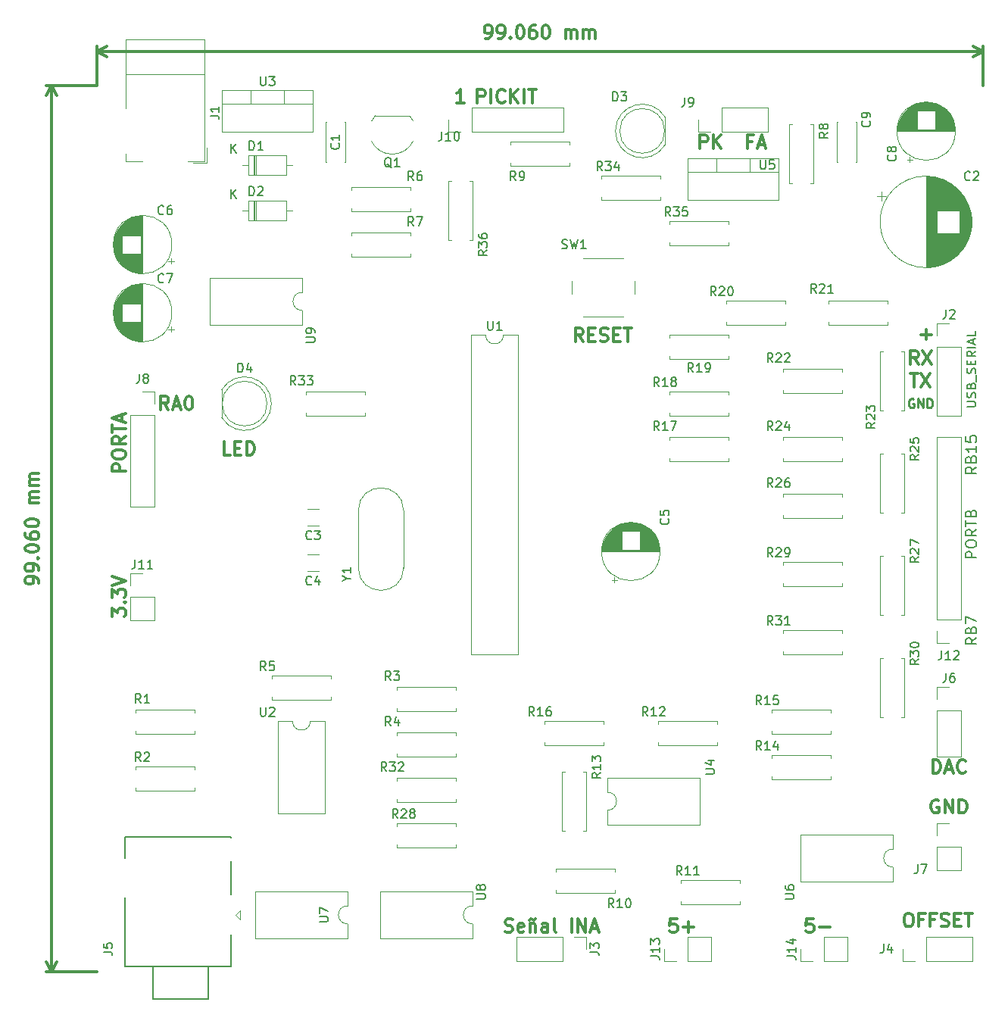
<source format=gbr>
G04 #@! TF.GenerationSoftware,KiCad,Pcbnew,(5.0.0)*
G04 #@! TF.CreationDate,2019-01-04T11:12:30-05:00*
G04 #@! TF.ProjectId,Sistema_Adquisicion_Tesis,53697374656D615F4164717569736963,rev?*
G04 #@! TF.SameCoordinates,Original*
G04 #@! TF.FileFunction,Legend,Top*
G04 #@! TF.FilePolarity,Positive*
%FSLAX46Y46*%
G04 Gerber Fmt 4.6, Leading zero omitted, Abs format (unit mm)*
G04 Created by KiCad (PCBNEW (5.0.0)) date 01/04/19 11:12:30*
%MOMM*%
%LPD*%
G01*
G04 APERTURE LIST*
%ADD10C,0.300000*%
%ADD11C,0.250000*%
%ADD12C,0.200000*%
%ADD13C,0.120000*%
%ADD14C,0.150000*%
G04 APERTURE END LIST*
D10*
X60138571Y-130484285D02*
X60138571Y-129555714D01*
X60710000Y-130055714D01*
X60710000Y-129841428D01*
X60781428Y-129698571D01*
X60852857Y-129627142D01*
X60995714Y-129555714D01*
X61352857Y-129555714D01*
X61495714Y-129627142D01*
X61567142Y-129698571D01*
X61638571Y-129841428D01*
X61638571Y-130270000D01*
X61567142Y-130412857D01*
X61495714Y-130484285D01*
X61495714Y-128912857D02*
X61567142Y-128841428D01*
X61638571Y-128912857D01*
X61567142Y-128984285D01*
X61495714Y-128912857D01*
X61638571Y-128912857D01*
X60138571Y-128341428D02*
X60138571Y-127412857D01*
X60710000Y-127912857D01*
X60710000Y-127698571D01*
X60781428Y-127555714D01*
X60852857Y-127484285D01*
X60995714Y-127412857D01*
X61352857Y-127412857D01*
X61495714Y-127484285D01*
X61567142Y-127555714D01*
X61638571Y-127698571D01*
X61638571Y-128127142D01*
X61567142Y-128270000D01*
X61495714Y-128341428D01*
X60138571Y-126984285D02*
X61638571Y-126484285D01*
X60138571Y-125984285D01*
X66417142Y-107358571D02*
X65917142Y-106644285D01*
X65560000Y-107358571D02*
X65560000Y-105858571D01*
X66131428Y-105858571D01*
X66274285Y-105930000D01*
X66345714Y-106001428D01*
X66417142Y-106144285D01*
X66417142Y-106358571D01*
X66345714Y-106501428D01*
X66274285Y-106572857D01*
X66131428Y-106644285D01*
X65560000Y-106644285D01*
X66988571Y-106930000D02*
X67702857Y-106930000D01*
X66845714Y-107358571D02*
X67345714Y-105858571D01*
X67845714Y-107358571D01*
X68631428Y-105858571D02*
X68774285Y-105858571D01*
X68917142Y-105930000D01*
X68988571Y-106001428D01*
X69060000Y-106144285D01*
X69131428Y-106430000D01*
X69131428Y-106787142D01*
X69060000Y-107072857D01*
X68988571Y-107215714D01*
X68917142Y-107287142D01*
X68774285Y-107358571D01*
X68631428Y-107358571D01*
X68488571Y-107287142D01*
X68417142Y-107215714D01*
X68345714Y-107072857D01*
X68274285Y-106787142D01*
X68274285Y-106430000D01*
X68345714Y-106144285D01*
X68417142Y-106001428D01*
X68488571Y-105930000D01*
X68631428Y-105858571D01*
X61638571Y-114267857D02*
X60138571Y-114267857D01*
X60138571Y-113696428D01*
X60210000Y-113553571D01*
X60281428Y-113482142D01*
X60424285Y-113410714D01*
X60638571Y-113410714D01*
X60781428Y-113482142D01*
X60852857Y-113553571D01*
X60924285Y-113696428D01*
X60924285Y-114267857D01*
X60138571Y-112482142D02*
X60138571Y-112196428D01*
X60210000Y-112053571D01*
X60352857Y-111910714D01*
X60638571Y-111839285D01*
X61138571Y-111839285D01*
X61424285Y-111910714D01*
X61567142Y-112053571D01*
X61638571Y-112196428D01*
X61638571Y-112482142D01*
X61567142Y-112625000D01*
X61424285Y-112767857D01*
X61138571Y-112839285D01*
X60638571Y-112839285D01*
X60352857Y-112767857D01*
X60210000Y-112625000D01*
X60138571Y-112482142D01*
X61638571Y-110339285D02*
X60924285Y-110839285D01*
X61638571Y-111196428D02*
X60138571Y-111196428D01*
X60138571Y-110625000D01*
X60210000Y-110482142D01*
X60281428Y-110410714D01*
X60424285Y-110339285D01*
X60638571Y-110339285D01*
X60781428Y-110410714D01*
X60852857Y-110482142D01*
X60924285Y-110625000D01*
X60924285Y-111196428D01*
X60138571Y-109910714D02*
X60138571Y-109053571D01*
X61638571Y-109482142D02*
X60138571Y-109482142D01*
X61210000Y-108625000D02*
X61210000Y-107910714D01*
X61638571Y-108767857D02*
X60138571Y-108267857D01*
X61638571Y-107767857D01*
X73330714Y-112438571D02*
X72616428Y-112438571D01*
X72616428Y-110938571D01*
X73830714Y-111652857D02*
X74330714Y-111652857D01*
X74545000Y-112438571D02*
X73830714Y-112438571D01*
X73830714Y-110938571D01*
X74545000Y-110938571D01*
X75187857Y-112438571D02*
X75187857Y-110938571D01*
X75545000Y-110938571D01*
X75759285Y-111010000D01*
X75902142Y-111152857D01*
X75973571Y-111295714D01*
X76045000Y-111581428D01*
X76045000Y-111795714D01*
X75973571Y-112081428D01*
X75902142Y-112224285D01*
X75759285Y-112367142D01*
X75545000Y-112438571D01*
X75187857Y-112438571D01*
X112756428Y-99738571D02*
X112256428Y-99024285D01*
X111899285Y-99738571D02*
X111899285Y-98238571D01*
X112470714Y-98238571D01*
X112613571Y-98310000D01*
X112685000Y-98381428D01*
X112756428Y-98524285D01*
X112756428Y-98738571D01*
X112685000Y-98881428D01*
X112613571Y-98952857D01*
X112470714Y-99024285D01*
X111899285Y-99024285D01*
X113399285Y-98952857D02*
X113899285Y-98952857D01*
X114113571Y-99738571D02*
X113399285Y-99738571D01*
X113399285Y-98238571D01*
X114113571Y-98238571D01*
X114685000Y-99667142D02*
X114899285Y-99738571D01*
X115256428Y-99738571D01*
X115399285Y-99667142D01*
X115470714Y-99595714D01*
X115542142Y-99452857D01*
X115542142Y-99310000D01*
X115470714Y-99167142D01*
X115399285Y-99095714D01*
X115256428Y-99024285D01*
X114970714Y-98952857D01*
X114827857Y-98881428D01*
X114756428Y-98810000D01*
X114685000Y-98667142D01*
X114685000Y-98524285D01*
X114756428Y-98381428D01*
X114827857Y-98310000D01*
X114970714Y-98238571D01*
X115327857Y-98238571D01*
X115542142Y-98310000D01*
X116185000Y-98952857D02*
X116685000Y-98952857D01*
X116899285Y-99738571D02*
X116185000Y-99738571D01*
X116185000Y-98238571D01*
X116899285Y-98238571D01*
X117327857Y-98238571D02*
X118185000Y-98238571D01*
X117756428Y-99738571D02*
X117756428Y-98238571D01*
X99488571Y-73068571D02*
X98631428Y-73068571D01*
X99060000Y-73068571D02*
X99060000Y-71568571D01*
X98917142Y-71782857D01*
X98774285Y-71925714D01*
X98631428Y-71997142D01*
X100961428Y-73068571D02*
X100961428Y-71568571D01*
X101532857Y-71568571D01*
X101675714Y-71640000D01*
X101747142Y-71711428D01*
X101818571Y-71854285D01*
X101818571Y-72068571D01*
X101747142Y-72211428D01*
X101675714Y-72282857D01*
X101532857Y-72354285D01*
X100961428Y-72354285D01*
X102461428Y-73068571D02*
X102461428Y-71568571D01*
X104032857Y-72925714D02*
X103961428Y-72997142D01*
X103747142Y-73068571D01*
X103604285Y-73068571D01*
X103390000Y-72997142D01*
X103247142Y-72854285D01*
X103175714Y-72711428D01*
X103104285Y-72425714D01*
X103104285Y-72211428D01*
X103175714Y-71925714D01*
X103247142Y-71782857D01*
X103390000Y-71640000D01*
X103604285Y-71568571D01*
X103747142Y-71568571D01*
X103961428Y-71640000D01*
X104032857Y-71711428D01*
X104675714Y-73068571D02*
X104675714Y-71568571D01*
X105532857Y-73068571D02*
X104890000Y-72211428D01*
X105532857Y-71568571D02*
X104675714Y-72425714D01*
X106175714Y-73068571D02*
X106175714Y-71568571D01*
X106675714Y-71568571D02*
X107532857Y-71568571D01*
X107104285Y-73068571D02*
X107104285Y-71568571D01*
X125857142Y-78148571D02*
X125857142Y-76648571D01*
X126428571Y-76648571D01*
X126571428Y-76720000D01*
X126642857Y-76791428D01*
X126714285Y-76934285D01*
X126714285Y-77148571D01*
X126642857Y-77291428D01*
X126571428Y-77362857D01*
X126428571Y-77434285D01*
X125857142Y-77434285D01*
X127357142Y-78148571D02*
X127357142Y-76648571D01*
X128214285Y-78148571D02*
X127571428Y-77291428D01*
X128214285Y-76648571D02*
X127357142Y-77505714D01*
X131651428Y-77362857D02*
X131151428Y-77362857D01*
X131151428Y-78148571D02*
X131151428Y-76648571D01*
X131865714Y-76648571D01*
X132365714Y-77720000D02*
X133080000Y-77720000D01*
X132222857Y-78148571D02*
X132722857Y-76648571D01*
X133222857Y-78148571D01*
D11*
X149733095Y-106180000D02*
X149637857Y-106132380D01*
X149495000Y-106132380D01*
X149352142Y-106180000D01*
X149256904Y-106275238D01*
X149209285Y-106370476D01*
X149161666Y-106560952D01*
X149161666Y-106703809D01*
X149209285Y-106894285D01*
X149256904Y-106989523D01*
X149352142Y-107084761D01*
X149495000Y-107132380D01*
X149590238Y-107132380D01*
X149733095Y-107084761D01*
X149780714Y-107037142D01*
X149780714Y-106703809D01*
X149590238Y-106703809D01*
X150209285Y-107132380D02*
X150209285Y-106132380D01*
X150780714Y-107132380D01*
X150780714Y-106132380D01*
X151256904Y-107132380D02*
X151256904Y-106132380D01*
X151495000Y-106132380D01*
X151637857Y-106180000D01*
X151733095Y-106275238D01*
X151780714Y-106370476D01*
X151828333Y-106560952D01*
X151828333Y-106703809D01*
X151780714Y-106894285D01*
X151733095Y-106989523D01*
X151637857Y-107084761D01*
X151495000Y-107132380D01*
X151256904Y-107132380D01*
D10*
X149352142Y-103318571D02*
X150209285Y-103318571D01*
X149780714Y-104818571D02*
X149780714Y-103318571D01*
X150566428Y-103318571D02*
X151566428Y-104818571D01*
X151566428Y-103318571D02*
X150566428Y-104818571D01*
X150245000Y-102278571D02*
X149745000Y-101564285D01*
X149387857Y-102278571D02*
X149387857Y-100778571D01*
X149959285Y-100778571D01*
X150102142Y-100850000D01*
X150173571Y-100921428D01*
X150245000Y-101064285D01*
X150245000Y-101278571D01*
X150173571Y-101421428D01*
X150102142Y-101492857D01*
X149959285Y-101564285D01*
X149387857Y-101564285D01*
X150745000Y-100778571D02*
X151745000Y-102278571D01*
X151745000Y-100778571D02*
X150745000Y-102278571D01*
X151701428Y-98952857D02*
X150558571Y-98952857D01*
X151130000Y-98381428D02*
X151130000Y-99524285D01*
D12*
X155662380Y-107012857D02*
X156471904Y-107012857D01*
X156567142Y-106965238D01*
X156614761Y-106917619D01*
X156662380Y-106822380D01*
X156662380Y-106631904D01*
X156614761Y-106536666D01*
X156567142Y-106489047D01*
X156471904Y-106441428D01*
X155662380Y-106441428D01*
X156614761Y-106012857D02*
X156662380Y-105870000D01*
X156662380Y-105631904D01*
X156614761Y-105536666D01*
X156567142Y-105489047D01*
X156471904Y-105441428D01*
X156376666Y-105441428D01*
X156281428Y-105489047D01*
X156233809Y-105536666D01*
X156186190Y-105631904D01*
X156138571Y-105822380D01*
X156090952Y-105917619D01*
X156043333Y-105965238D01*
X155948095Y-106012857D01*
X155852857Y-106012857D01*
X155757619Y-105965238D01*
X155710000Y-105917619D01*
X155662380Y-105822380D01*
X155662380Y-105584285D01*
X155710000Y-105441428D01*
X156138571Y-104679523D02*
X156186190Y-104536666D01*
X156233809Y-104489047D01*
X156329047Y-104441428D01*
X156471904Y-104441428D01*
X156567142Y-104489047D01*
X156614761Y-104536666D01*
X156662380Y-104631904D01*
X156662380Y-105012857D01*
X155662380Y-105012857D01*
X155662380Y-104679523D01*
X155710000Y-104584285D01*
X155757619Y-104536666D01*
X155852857Y-104489047D01*
X155948095Y-104489047D01*
X156043333Y-104536666D01*
X156090952Y-104584285D01*
X156138571Y-104679523D01*
X156138571Y-105012857D01*
X156757619Y-104250952D02*
X156757619Y-103489047D01*
X156614761Y-103298571D02*
X156662380Y-103155714D01*
X156662380Y-102917619D01*
X156614761Y-102822380D01*
X156567142Y-102774761D01*
X156471904Y-102727142D01*
X156376666Y-102727142D01*
X156281428Y-102774761D01*
X156233809Y-102822380D01*
X156186190Y-102917619D01*
X156138571Y-103108095D01*
X156090952Y-103203333D01*
X156043333Y-103250952D01*
X155948095Y-103298571D01*
X155852857Y-103298571D01*
X155757619Y-103250952D01*
X155710000Y-103203333D01*
X155662380Y-103108095D01*
X155662380Y-102870000D01*
X155710000Y-102727142D01*
X156138571Y-102298571D02*
X156138571Y-101965238D01*
X156662380Y-101822380D02*
X156662380Y-102298571D01*
X155662380Y-102298571D01*
X155662380Y-101822380D01*
X156662380Y-100822380D02*
X156186190Y-101155714D01*
X156662380Y-101393809D02*
X155662380Y-101393809D01*
X155662380Y-101012857D01*
X155710000Y-100917619D01*
X155757619Y-100870000D01*
X155852857Y-100822380D01*
X155995714Y-100822380D01*
X156090952Y-100870000D01*
X156138571Y-100917619D01*
X156186190Y-101012857D01*
X156186190Y-101393809D01*
X156662380Y-100393809D02*
X155662380Y-100393809D01*
X156376666Y-99965238D02*
X156376666Y-99489047D01*
X156662380Y-100060476D02*
X155662380Y-99727142D01*
X156662380Y-99393809D01*
X156662380Y-98584285D02*
X156662380Y-99060476D01*
X155662380Y-99060476D01*
X156752857Y-113766428D02*
X156181428Y-114166428D01*
X156752857Y-114452142D02*
X155552857Y-114452142D01*
X155552857Y-113995000D01*
X155610000Y-113880714D01*
X155667142Y-113823571D01*
X155781428Y-113766428D01*
X155952857Y-113766428D01*
X156067142Y-113823571D01*
X156124285Y-113880714D01*
X156181428Y-113995000D01*
X156181428Y-114452142D01*
X156124285Y-112852142D02*
X156181428Y-112680714D01*
X156238571Y-112623571D01*
X156352857Y-112566428D01*
X156524285Y-112566428D01*
X156638571Y-112623571D01*
X156695714Y-112680714D01*
X156752857Y-112795000D01*
X156752857Y-113252142D01*
X155552857Y-113252142D01*
X155552857Y-112852142D01*
X155610000Y-112737857D01*
X155667142Y-112680714D01*
X155781428Y-112623571D01*
X155895714Y-112623571D01*
X156010000Y-112680714D01*
X156067142Y-112737857D01*
X156124285Y-112852142D01*
X156124285Y-113252142D01*
X156752857Y-111423571D02*
X156752857Y-112109285D01*
X156752857Y-111766428D02*
X155552857Y-111766428D01*
X155724285Y-111880714D01*
X155838571Y-111995000D01*
X155895714Y-112109285D01*
X155552857Y-110337857D02*
X155552857Y-110909285D01*
X156124285Y-110966428D01*
X156067142Y-110909285D01*
X156010000Y-110795000D01*
X156010000Y-110509285D01*
X156067142Y-110395000D01*
X156124285Y-110337857D01*
X156238571Y-110280714D01*
X156524285Y-110280714D01*
X156638571Y-110337857D01*
X156695714Y-110395000D01*
X156752857Y-110509285D01*
X156752857Y-110795000D01*
X156695714Y-110909285D01*
X156638571Y-110966428D01*
X156752857Y-132880000D02*
X156181428Y-133280000D01*
X156752857Y-133565714D02*
X155552857Y-133565714D01*
X155552857Y-133108571D01*
X155610000Y-132994285D01*
X155667142Y-132937142D01*
X155781428Y-132880000D01*
X155952857Y-132880000D01*
X156067142Y-132937142D01*
X156124285Y-132994285D01*
X156181428Y-133108571D01*
X156181428Y-133565714D01*
X156124285Y-131965714D02*
X156181428Y-131794285D01*
X156238571Y-131737142D01*
X156352857Y-131680000D01*
X156524285Y-131680000D01*
X156638571Y-131737142D01*
X156695714Y-131794285D01*
X156752857Y-131908571D01*
X156752857Y-132365714D01*
X155552857Y-132365714D01*
X155552857Y-131965714D01*
X155610000Y-131851428D01*
X155667142Y-131794285D01*
X155781428Y-131737142D01*
X155895714Y-131737142D01*
X156010000Y-131794285D01*
X156067142Y-131851428D01*
X156124285Y-131965714D01*
X156124285Y-132365714D01*
X155552857Y-131280000D02*
X155552857Y-130480000D01*
X156752857Y-130994285D01*
X156752857Y-123885000D02*
X155552857Y-123885000D01*
X155552857Y-123427857D01*
X155610000Y-123313571D01*
X155667142Y-123256428D01*
X155781428Y-123199285D01*
X155952857Y-123199285D01*
X156067142Y-123256428D01*
X156124285Y-123313571D01*
X156181428Y-123427857D01*
X156181428Y-123885000D01*
X155552857Y-122456428D02*
X155552857Y-122227857D01*
X155610000Y-122113571D01*
X155724285Y-121999285D01*
X155952857Y-121942142D01*
X156352857Y-121942142D01*
X156581428Y-121999285D01*
X156695714Y-122113571D01*
X156752857Y-122227857D01*
X156752857Y-122456428D01*
X156695714Y-122570714D01*
X156581428Y-122685000D01*
X156352857Y-122742142D01*
X155952857Y-122742142D01*
X155724285Y-122685000D01*
X155610000Y-122570714D01*
X155552857Y-122456428D01*
X156752857Y-120742142D02*
X156181428Y-121142142D01*
X156752857Y-121427857D02*
X155552857Y-121427857D01*
X155552857Y-120970714D01*
X155610000Y-120856428D01*
X155667142Y-120799285D01*
X155781428Y-120742142D01*
X155952857Y-120742142D01*
X156067142Y-120799285D01*
X156124285Y-120856428D01*
X156181428Y-120970714D01*
X156181428Y-121427857D01*
X155552857Y-120399285D02*
X155552857Y-119713571D01*
X156752857Y-120056428D02*
X155552857Y-120056428D01*
X156124285Y-118913571D02*
X156181428Y-118742142D01*
X156238571Y-118685000D01*
X156352857Y-118627857D01*
X156524285Y-118627857D01*
X156638571Y-118685000D01*
X156695714Y-118742142D01*
X156752857Y-118856428D01*
X156752857Y-119313571D01*
X155552857Y-119313571D01*
X155552857Y-118913571D01*
X155610000Y-118799285D01*
X155667142Y-118742142D01*
X155781428Y-118685000D01*
X155895714Y-118685000D01*
X156010000Y-118742142D01*
X156067142Y-118799285D01*
X156124285Y-118913571D01*
X156124285Y-119313571D01*
D10*
X151884285Y-147998571D02*
X151884285Y-146498571D01*
X152241428Y-146498571D01*
X152455714Y-146570000D01*
X152598571Y-146712857D01*
X152670000Y-146855714D01*
X152741428Y-147141428D01*
X152741428Y-147355714D01*
X152670000Y-147641428D01*
X152598571Y-147784285D01*
X152455714Y-147927142D01*
X152241428Y-147998571D01*
X151884285Y-147998571D01*
X153312857Y-147570000D02*
X154027142Y-147570000D01*
X153170000Y-147998571D02*
X153670000Y-146498571D01*
X154170000Y-147998571D01*
X155527142Y-147855714D02*
X155455714Y-147927142D01*
X155241428Y-147998571D01*
X155098571Y-147998571D01*
X154884285Y-147927142D01*
X154741428Y-147784285D01*
X154670000Y-147641428D01*
X154598571Y-147355714D01*
X154598571Y-147141428D01*
X154670000Y-146855714D01*
X154741428Y-146712857D01*
X154884285Y-146570000D01*
X155098571Y-146498571D01*
X155241428Y-146498571D01*
X155455714Y-146570000D01*
X155527142Y-146641428D01*
X152527142Y-151015000D02*
X152384285Y-150943571D01*
X152170000Y-150943571D01*
X151955714Y-151015000D01*
X151812857Y-151157857D01*
X151741428Y-151300714D01*
X151670000Y-151586428D01*
X151670000Y-151800714D01*
X151741428Y-152086428D01*
X151812857Y-152229285D01*
X151955714Y-152372142D01*
X152170000Y-152443571D01*
X152312857Y-152443571D01*
X152527142Y-152372142D01*
X152598571Y-152300714D01*
X152598571Y-151800714D01*
X152312857Y-151800714D01*
X153241428Y-152443571D02*
X153241428Y-150943571D01*
X154098571Y-152443571D01*
X154098571Y-150943571D01*
X154812857Y-152443571D02*
X154812857Y-150943571D01*
X155170000Y-150943571D01*
X155384285Y-151015000D01*
X155527142Y-151157857D01*
X155598571Y-151300714D01*
X155670000Y-151586428D01*
X155670000Y-151800714D01*
X155598571Y-152086428D01*
X155527142Y-152229285D01*
X155384285Y-152372142D01*
X155170000Y-152443571D01*
X154812857Y-152443571D01*
X149007142Y-163643571D02*
X149292857Y-163643571D01*
X149435714Y-163715000D01*
X149578571Y-163857857D01*
X149650000Y-164143571D01*
X149650000Y-164643571D01*
X149578571Y-164929285D01*
X149435714Y-165072142D01*
X149292857Y-165143571D01*
X149007142Y-165143571D01*
X148864285Y-165072142D01*
X148721428Y-164929285D01*
X148650000Y-164643571D01*
X148650000Y-164143571D01*
X148721428Y-163857857D01*
X148864285Y-163715000D01*
X149007142Y-163643571D01*
X150792857Y-164357857D02*
X150292857Y-164357857D01*
X150292857Y-165143571D02*
X150292857Y-163643571D01*
X151007142Y-163643571D01*
X152078571Y-164357857D02*
X151578571Y-164357857D01*
X151578571Y-165143571D02*
X151578571Y-163643571D01*
X152292857Y-163643571D01*
X152792857Y-165072142D02*
X153007142Y-165143571D01*
X153364285Y-165143571D01*
X153507142Y-165072142D01*
X153578571Y-165000714D01*
X153650000Y-164857857D01*
X153650000Y-164715000D01*
X153578571Y-164572142D01*
X153507142Y-164500714D01*
X153364285Y-164429285D01*
X153078571Y-164357857D01*
X152935714Y-164286428D01*
X152864285Y-164215000D01*
X152792857Y-164072142D01*
X152792857Y-163929285D01*
X152864285Y-163786428D01*
X152935714Y-163715000D01*
X153078571Y-163643571D01*
X153435714Y-163643571D01*
X153650000Y-163715000D01*
X154292857Y-164357857D02*
X154792857Y-164357857D01*
X155007142Y-165143571D02*
X154292857Y-165143571D01*
X154292857Y-163643571D01*
X155007142Y-163643571D01*
X155435714Y-163643571D02*
X156292857Y-163643571D01*
X155864285Y-165143571D02*
X155864285Y-163643571D01*
X138493571Y-164278571D02*
X137779285Y-164278571D01*
X137707857Y-164992857D01*
X137779285Y-164921428D01*
X137922142Y-164850000D01*
X138279285Y-164850000D01*
X138422142Y-164921428D01*
X138493571Y-164992857D01*
X138565000Y-165135714D01*
X138565000Y-165492857D01*
X138493571Y-165635714D01*
X138422142Y-165707142D01*
X138279285Y-165778571D01*
X137922142Y-165778571D01*
X137779285Y-165707142D01*
X137707857Y-165635714D01*
X139207857Y-165207142D02*
X140350714Y-165207142D01*
X123253571Y-164278571D02*
X122539285Y-164278571D01*
X122467857Y-164992857D01*
X122539285Y-164921428D01*
X122682142Y-164850000D01*
X123039285Y-164850000D01*
X123182142Y-164921428D01*
X123253571Y-164992857D01*
X123325000Y-165135714D01*
X123325000Y-165492857D01*
X123253571Y-165635714D01*
X123182142Y-165707142D01*
X123039285Y-165778571D01*
X122682142Y-165778571D01*
X122539285Y-165707142D01*
X122467857Y-165635714D01*
X123967857Y-165207142D02*
X125110714Y-165207142D01*
X124539285Y-165778571D02*
X124539285Y-164635714D01*
X104041428Y-165707142D02*
X104255714Y-165778571D01*
X104612857Y-165778571D01*
X104755714Y-165707142D01*
X104827142Y-165635714D01*
X104898571Y-165492857D01*
X104898571Y-165350000D01*
X104827142Y-165207142D01*
X104755714Y-165135714D01*
X104612857Y-165064285D01*
X104327142Y-164992857D01*
X104184285Y-164921428D01*
X104112857Y-164850000D01*
X104041428Y-164707142D01*
X104041428Y-164564285D01*
X104112857Y-164421428D01*
X104184285Y-164350000D01*
X104327142Y-164278571D01*
X104684285Y-164278571D01*
X104898571Y-164350000D01*
X106112857Y-165707142D02*
X105970000Y-165778571D01*
X105684285Y-165778571D01*
X105541428Y-165707142D01*
X105470000Y-165564285D01*
X105470000Y-164992857D01*
X105541428Y-164850000D01*
X105684285Y-164778571D01*
X105970000Y-164778571D01*
X106112857Y-164850000D01*
X106184285Y-164992857D01*
X106184285Y-165135714D01*
X105470000Y-165278571D01*
X106827142Y-164778571D02*
X106827142Y-165778571D01*
X106827142Y-164921428D02*
X106898571Y-164850000D01*
X107041428Y-164778571D01*
X107255714Y-164778571D01*
X107398571Y-164850000D01*
X107470000Y-164992857D01*
X107470000Y-165778571D01*
X106755714Y-164421428D02*
X106827142Y-164350000D01*
X106970000Y-164278571D01*
X107255714Y-164421428D01*
X107398571Y-164350000D01*
X107470000Y-164278571D01*
X108827142Y-165778571D02*
X108827142Y-164992857D01*
X108755714Y-164850000D01*
X108612857Y-164778571D01*
X108327142Y-164778571D01*
X108184285Y-164850000D01*
X108827142Y-165707142D02*
X108684285Y-165778571D01*
X108327142Y-165778571D01*
X108184285Y-165707142D01*
X108112857Y-165564285D01*
X108112857Y-165421428D01*
X108184285Y-165278571D01*
X108327142Y-165207142D01*
X108684285Y-165207142D01*
X108827142Y-165135714D01*
X109755714Y-165778571D02*
X109612857Y-165707142D01*
X109541428Y-165564285D01*
X109541428Y-164278571D01*
X111470000Y-165778571D02*
X111470000Y-164278571D01*
X112184285Y-165778571D02*
X112184285Y-164278571D01*
X113041428Y-165778571D01*
X113041428Y-164278571D01*
X113684285Y-165350000D02*
X114398571Y-165350000D01*
X113541428Y-165778571D02*
X114041428Y-164278571D01*
X114541428Y-165778571D01*
X51918571Y-126721428D02*
X51918571Y-126435714D01*
X51847142Y-126292857D01*
X51775714Y-126221428D01*
X51561428Y-126078571D01*
X51275714Y-126007142D01*
X50704285Y-126007142D01*
X50561428Y-126078571D01*
X50490000Y-126150000D01*
X50418571Y-126292857D01*
X50418571Y-126578571D01*
X50490000Y-126721428D01*
X50561428Y-126792857D01*
X50704285Y-126864285D01*
X51061428Y-126864285D01*
X51204285Y-126792857D01*
X51275714Y-126721428D01*
X51347142Y-126578571D01*
X51347142Y-126292857D01*
X51275714Y-126150000D01*
X51204285Y-126078571D01*
X51061428Y-126007142D01*
X51918571Y-125292857D02*
X51918571Y-125007142D01*
X51847142Y-124864285D01*
X51775714Y-124792857D01*
X51561428Y-124650000D01*
X51275714Y-124578571D01*
X50704285Y-124578571D01*
X50561428Y-124650000D01*
X50490000Y-124721428D01*
X50418571Y-124864285D01*
X50418571Y-125150000D01*
X50490000Y-125292857D01*
X50561428Y-125364285D01*
X50704285Y-125435714D01*
X51061428Y-125435714D01*
X51204285Y-125364285D01*
X51275714Y-125292857D01*
X51347142Y-125150000D01*
X51347142Y-124864285D01*
X51275714Y-124721428D01*
X51204285Y-124650000D01*
X51061428Y-124578571D01*
X51775714Y-123935714D02*
X51847142Y-123864285D01*
X51918571Y-123935714D01*
X51847142Y-124007142D01*
X51775714Y-123935714D01*
X51918571Y-123935714D01*
X50418571Y-122935714D02*
X50418571Y-122792857D01*
X50490000Y-122650000D01*
X50561428Y-122578571D01*
X50704285Y-122507142D01*
X50990000Y-122435714D01*
X51347142Y-122435714D01*
X51632857Y-122507142D01*
X51775714Y-122578571D01*
X51847142Y-122650000D01*
X51918571Y-122792857D01*
X51918571Y-122935714D01*
X51847142Y-123078571D01*
X51775714Y-123150000D01*
X51632857Y-123221428D01*
X51347142Y-123292857D01*
X50990000Y-123292857D01*
X50704285Y-123221428D01*
X50561428Y-123150000D01*
X50490000Y-123078571D01*
X50418571Y-122935714D01*
X50418571Y-121150000D02*
X50418571Y-121435714D01*
X50490000Y-121578571D01*
X50561428Y-121650000D01*
X50775714Y-121792857D01*
X51061428Y-121864285D01*
X51632857Y-121864285D01*
X51775714Y-121792857D01*
X51847142Y-121721428D01*
X51918571Y-121578571D01*
X51918571Y-121292857D01*
X51847142Y-121150000D01*
X51775714Y-121078571D01*
X51632857Y-121007142D01*
X51275714Y-121007142D01*
X51132857Y-121078571D01*
X51061428Y-121150000D01*
X50990000Y-121292857D01*
X50990000Y-121578571D01*
X51061428Y-121721428D01*
X51132857Y-121792857D01*
X51275714Y-121864285D01*
X50418571Y-120078571D02*
X50418571Y-119935714D01*
X50490000Y-119792857D01*
X50561428Y-119721428D01*
X50704285Y-119650000D01*
X50990000Y-119578571D01*
X51347142Y-119578571D01*
X51632857Y-119650000D01*
X51775714Y-119721428D01*
X51847142Y-119792857D01*
X51918571Y-119935714D01*
X51918571Y-120078571D01*
X51847142Y-120221428D01*
X51775714Y-120292857D01*
X51632857Y-120364285D01*
X51347142Y-120435714D01*
X50990000Y-120435714D01*
X50704285Y-120364285D01*
X50561428Y-120292857D01*
X50490000Y-120221428D01*
X50418571Y-120078571D01*
X51918571Y-117792857D02*
X50918571Y-117792857D01*
X51061428Y-117792857D02*
X50990000Y-117721428D01*
X50918571Y-117578571D01*
X50918571Y-117364285D01*
X50990000Y-117221428D01*
X51132857Y-117150000D01*
X51918571Y-117150000D01*
X51132857Y-117150000D02*
X50990000Y-117078571D01*
X50918571Y-116935714D01*
X50918571Y-116721428D01*
X50990000Y-116578571D01*
X51132857Y-116507142D01*
X51918571Y-116507142D01*
X51918571Y-115792857D02*
X50918571Y-115792857D01*
X51061428Y-115792857D02*
X50990000Y-115721428D01*
X50918571Y-115578571D01*
X50918571Y-115364285D01*
X50990000Y-115221428D01*
X51132857Y-115150000D01*
X51918571Y-115150000D01*
X51132857Y-115150000D02*
X50990000Y-115078571D01*
X50918571Y-114935714D01*
X50918571Y-114721428D01*
X50990000Y-114578571D01*
X51132857Y-114507142D01*
X51918571Y-114507142D01*
X53340000Y-170180000D02*
X53340000Y-71120000D01*
X58420000Y-170180000D02*
X52753579Y-170180000D01*
X58420000Y-71120000D02*
X52753579Y-71120000D01*
X53340000Y-71120000D02*
X53926421Y-72246504D01*
X53340000Y-71120000D02*
X52753579Y-72246504D01*
X53340000Y-170180000D02*
X53926421Y-169053496D01*
X53340000Y-170180000D02*
X52753579Y-169053496D01*
X101878571Y-65888571D02*
X102164285Y-65888571D01*
X102307142Y-65817142D01*
X102378571Y-65745714D01*
X102521428Y-65531428D01*
X102592857Y-65245714D01*
X102592857Y-64674285D01*
X102521428Y-64531428D01*
X102450000Y-64460000D01*
X102307142Y-64388571D01*
X102021428Y-64388571D01*
X101878571Y-64460000D01*
X101807142Y-64531428D01*
X101735714Y-64674285D01*
X101735714Y-65031428D01*
X101807142Y-65174285D01*
X101878571Y-65245714D01*
X102021428Y-65317142D01*
X102307142Y-65317142D01*
X102450000Y-65245714D01*
X102521428Y-65174285D01*
X102592857Y-65031428D01*
X103307142Y-65888571D02*
X103592857Y-65888571D01*
X103735714Y-65817142D01*
X103807142Y-65745714D01*
X103950000Y-65531428D01*
X104021428Y-65245714D01*
X104021428Y-64674285D01*
X103950000Y-64531428D01*
X103878571Y-64460000D01*
X103735714Y-64388571D01*
X103450000Y-64388571D01*
X103307142Y-64460000D01*
X103235714Y-64531428D01*
X103164285Y-64674285D01*
X103164285Y-65031428D01*
X103235714Y-65174285D01*
X103307142Y-65245714D01*
X103450000Y-65317142D01*
X103735714Y-65317142D01*
X103878571Y-65245714D01*
X103950000Y-65174285D01*
X104021428Y-65031428D01*
X104664285Y-65745714D02*
X104735714Y-65817142D01*
X104664285Y-65888571D01*
X104592857Y-65817142D01*
X104664285Y-65745714D01*
X104664285Y-65888571D01*
X105664285Y-64388571D02*
X105807142Y-64388571D01*
X105950000Y-64460000D01*
X106021428Y-64531428D01*
X106092857Y-64674285D01*
X106164285Y-64960000D01*
X106164285Y-65317142D01*
X106092857Y-65602857D01*
X106021428Y-65745714D01*
X105950000Y-65817142D01*
X105807142Y-65888571D01*
X105664285Y-65888571D01*
X105521428Y-65817142D01*
X105450000Y-65745714D01*
X105378571Y-65602857D01*
X105307142Y-65317142D01*
X105307142Y-64960000D01*
X105378571Y-64674285D01*
X105450000Y-64531428D01*
X105521428Y-64460000D01*
X105664285Y-64388571D01*
X107450000Y-64388571D02*
X107164285Y-64388571D01*
X107021428Y-64460000D01*
X106950000Y-64531428D01*
X106807142Y-64745714D01*
X106735714Y-65031428D01*
X106735714Y-65602857D01*
X106807142Y-65745714D01*
X106878571Y-65817142D01*
X107021428Y-65888571D01*
X107307142Y-65888571D01*
X107450000Y-65817142D01*
X107521428Y-65745714D01*
X107592857Y-65602857D01*
X107592857Y-65245714D01*
X107521428Y-65102857D01*
X107450000Y-65031428D01*
X107307142Y-64960000D01*
X107021428Y-64960000D01*
X106878571Y-65031428D01*
X106807142Y-65102857D01*
X106735714Y-65245714D01*
X108521428Y-64388571D02*
X108664285Y-64388571D01*
X108807142Y-64460000D01*
X108878571Y-64531428D01*
X108950000Y-64674285D01*
X109021428Y-64960000D01*
X109021428Y-65317142D01*
X108950000Y-65602857D01*
X108878571Y-65745714D01*
X108807142Y-65817142D01*
X108664285Y-65888571D01*
X108521428Y-65888571D01*
X108378571Y-65817142D01*
X108307142Y-65745714D01*
X108235714Y-65602857D01*
X108164285Y-65317142D01*
X108164285Y-64960000D01*
X108235714Y-64674285D01*
X108307142Y-64531428D01*
X108378571Y-64460000D01*
X108521428Y-64388571D01*
X110807142Y-65888571D02*
X110807142Y-64888571D01*
X110807142Y-65031428D02*
X110878571Y-64960000D01*
X111021428Y-64888571D01*
X111235714Y-64888571D01*
X111378571Y-64960000D01*
X111450000Y-65102857D01*
X111450000Y-65888571D01*
X111450000Y-65102857D02*
X111521428Y-64960000D01*
X111664285Y-64888571D01*
X111878571Y-64888571D01*
X112021428Y-64960000D01*
X112092857Y-65102857D01*
X112092857Y-65888571D01*
X112807142Y-65888571D02*
X112807142Y-64888571D01*
X112807142Y-65031428D02*
X112878571Y-64960000D01*
X113021428Y-64888571D01*
X113235714Y-64888571D01*
X113378571Y-64960000D01*
X113450000Y-65102857D01*
X113450000Y-65888571D01*
X113450000Y-65102857D02*
X113521428Y-64960000D01*
X113664285Y-64888571D01*
X113878571Y-64888571D01*
X114021428Y-64960000D01*
X114092857Y-65102857D01*
X114092857Y-65888571D01*
X58420000Y-67310000D02*
X157480000Y-67310000D01*
X58420000Y-71120000D02*
X58420000Y-66723579D01*
X157480000Y-71120000D02*
X157480000Y-66723579D01*
X157480000Y-67310000D02*
X156353496Y-67896421D01*
X157480000Y-67310000D02*
X156353496Y-66723579D01*
X58420000Y-67310000D02*
X59546504Y-67896421D01*
X58420000Y-67310000D02*
X59546504Y-66723579D01*
D13*
G04 #@! TO.C,C6*
X66705241Y-91054000D02*
X66705241Y-90424000D01*
X67020241Y-90739000D02*
X66390241Y-90739000D01*
X60279000Y-89302000D02*
X60279000Y-88498000D01*
X60319000Y-89533000D02*
X60319000Y-88267000D01*
X60359000Y-89702000D02*
X60359000Y-88098000D01*
X60399000Y-89840000D02*
X60399000Y-87960000D01*
X60439000Y-89959000D02*
X60439000Y-87841000D01*
X60479000Y-90065000D02*
X60479000Y-87735000D01*
X60519000Y-90162000D02*
X60519000Y-87638000D01*
X60559000Y-90250000D02*
X60559000Y-87550000D01*
X60599000Y-90332000D02*
X60599000Y-87468000D01*
X60639000Y-90409000D02*
X60639000Y-87391000D01*
X60679000Y-90481000D02*
X60679000Y-87319000D01*
X60719000Y-90550000D02*
X60719000Y-87250000D01*
X60759000Y-90614000D02*
X60759000Y-87186000D01*
X60799000Y-90676000D02*
X60799000Y-87124000D01*
X60839000Y-90734000D02*
X60839000Y-87066000D01*
X60879000Y-90790000D02*
X60879000Y-87010000D01*
X60919000Y-90844000D02*
X60919000Y-86956000D01*
X60959000Y-90895000D02*
X60959000Y-86905000D01*
X60999000Y-90944000D02*
X60999000Y-86856000D01*
X61039000Y-90992000D02*
X61039000Y-86808000D01*
X61079000Y-91037000D02*
X61079000Y-86763000D01*
X61119000Y-91082000D02*
X61119000Y-86718000D01*
X61159000Y-91124000D02*
X61159000Y-86676000D01*
X61199000Y-91165000D02*
X61199000Y-86635000D01*
X61239000Y-87860000D02*
X61239000Y-86595000D01*
X61239000Y-91205000D02*
X61239000Y-89940000D01*
X61279000Y-87860000D02*
X61279000Y-86557000D01*
X61279000Y-91243000D02*
X61279000Y-89940000D01*
X61319000Y-87860000D02*
X61319000Y-86520000D01*
X61319000Y-91280000D02*
X61319000Y-89940000D01*
X61359000Y-87860000D02*
X61359000Y-86484000D01*
X61359000Y-91316000D02*
X61359000Y-89940000D01*
X61399000Y-87860000D02*
X61399000Y-86450000D01*
X61399000Y-91350000D02*
X61399000Y-89940000D01*
X61439000Y-87860000D02*
X61439000Y-86416000D01*
X61439000Y-91384000D02*
X61439000Y-89940000D01*
X61479000Y-87860000D02*
X61479000Y-86384000D01*
X61479000Y-91416000D02*
X61479000Y-89940000D01*
X61519000Y-87860000D02*
X61519000Y-86352000D01*
X61519000Y-91448000D02*
X61519000Y-89940000D01*
X61559000Y-87860000D02*
X61559000Y-86322000D01*
X61559000Y-91478000D02*
X61559000Y-89940000D01*
X61599000Y-87860000D02*
X61599000Y-86293000D01*
X61599000Y-91507000D02*
X61599000Y-89940000D01*
X61639000Y-87860000D02*
X61639000Y-86264000D01*
X61639000Y-91536000D02*
X61639000Y-89940000D01*
X61679000Y-87860000D02*
X61679000Y-86236000D01*
X61679000Y-91564000D02*
X61679000Y-89940000D01*
X61719000Y-87860000D02*
X61719000Y-86210000D01*
X61719000Y-91590000D02*
X61719000Y-89940000D01*
X61759000Y-87860000D02*
X61759000Y-86184000D01*
X61759000Y-91616000D02*
X61759000Y-89940000D01*
X61799000Y-87860000D02*
X61799000Y-86158000D01*
X61799000Y-91642000D02*
X61799000Y-89940000D01*
X61839000Y-87860000D02*
X61839000Y-86134000D01*
X61839000Y-91666000D02*
X61839000Y-89940000D01*
X61879000Y-87860000D02*
X61879000Y-86110000D01*
X61879000Y-91690000D02*
X61879000Y-89940000D01*
X61919000Y-87860000D02*
X61919000Y-86088000D01*
X61919000Y-91712000D02*
X61919000Y-89940000D01*
X61959000Y-87860000D02*
X61959000Y-86066000D01*
X61959000Y-91734000D02*
X61959000Y-89940000D01*
X61999000Y-87860000D02*
X61999000Y-86044000D01*
X61999000Y-91756000D02*
X61999000Y-89940000D01*
X62039000Y-87860000D02*
X62039000Y-86024000D01*
X62039000Y-91776000D02*
X62039000Y-89940000D01*
X62079000Y-87860000D02*
X62079000Y-86004000D01*
X62079000Y-91796000D02*
X62079000Y-89940000D01*
X62119000Y-87860000D02*
X62119000Y-85984000D01*
X62119000Y-91816000D02*
X62119000Y-89940000D01*
X62159000Y-87860000D02*
X62159000Y-85966000D01*
X62159000Y-91834000D02*
X62159000Y-89940000D01*
X62199000Y-87860000D02*
X62199000Y-85948000D01*
X62199000Y-91852000D02*
X62199000Y-89940000D01*
X62239000Y-87860000D02*
X62239000Y-85930000D01*
X62239000Y-91870000D02*
X62239000Y-89940000D01*
X62279000Y-87860000D02*
X62279000Y-85914000D01*
X62279000Y-91886000D02*
X62279000Y-89940000D01*
X62319000Y-87860000D02*
X62319000Y-85898000D01*
X62319000Y-91902000D02*
X62319000Y-89940000D01*
X62359000Y-87860000D02*
X62359000Y-85882000D01*
X62359000Y-91918000D02*
X62359000Y-89940000D01*
X62399000Y-87860000D02*
X62399000Y-85867000D01*
X62399000Y-91933000D02*
X62399000Y-89940000D01*
X62439000Y-87860000D02*
X62439000Y-85853000D01*
X62439000Y-91947000D02*
X62439000Y-89940000D01*
X62479000Y-87860000D02*
X62479000Y-85839000D01*
X62479000Y-91961000D02*
X62479000Y-89940000D01*
X62519000Y-87860000D02*
X62519000Y-85826000D01*
X62519000Y-91974000D02*
X62519000Y-89940000D01*
X62559000Y-87860000D02*
X62559000Y-85814000D01*
X62559000Y-91986000D02*
X62559000Y-89940000D01*
X62599000Y-87860000D02*
X62599000Y-85802000D01*
X62599000Y-91998000D02*
X62599000Y-89940000D01*
X62639000Y-87860000D02*
X62639000Y-85790000D01*
X62639000Y-92010000D02*
X62639000Y-89940000D01*
X62679000Y-87860000D02*
X62679000Y-85779000D01*
X62679000Y-92021000D02*
X62679000Y-89940000D01*
X62719000Y-87860000D02*
X62719000Y-85769000D01*
X62719000Y-92031000D02*
X62719000Y-89940000D01*
X62759000Y-87860000D02*
X62759000Y-85759000D01*
X62759000Y-92041000D02*
X62759000Y-89940000D01*
X62799000Y-87860000D02*
X62799000Y-85750000D01*
X62799000Y-92050000D02*
X62799000Y-89940000D01*
X62840000Y-87860000D02*
X62840000Y-85741000D01*
X62840000Y-92059000D02*
X62840000Y-89940000D01*
X62880000Y-87860000D02*
X62880000Y-85733000D01*
X62880000Y-92067000D02*
X62880000Y-89940000D01*
X62920000Y-87860000D02*
X62920000Y-85725000D01*
X62920000Y-92075000D02*
X62920000Y-89940000D01*
X62960000Y-87860000D02*
X62960000Y-85718000D01*
X62960000Y-92082000D02*
X62960000Y-89940000D01*
X63000000Y-87860000D02*
X63000000Y-85711000D01*
X63000000Y-92089000D02*
X63000000Y-89940000D01*
X63040000Y-87860000D02*
X63040000Y-85705000D01*
X63040000Y-92095000D02*
X63040000Y-89940000D01*
X63080000Y-87860000D02*
X63080000Y-85699000D01*
X63080000Y-92101000D02*
X63080000Y-89940000D01*
X63120000Y-87860000D02*
X63120000Y-85694000D01*
X63120000Y-92106000D02*
X63120000Y-89940000D01*
X63160000Y-87860000D02*
X63160000Y-85689000D01*
X63160000Y-92111000D02*
X63160000Y-89940000D01*
X63200000Y-87860000D02*
X63200000Y-85685000D01*
X63200000Y-92115000D02*
X63200000Y-89940000D01*
X63240000Y-87860000D02*
X63240000Y-85682000D01*
X63240000Y-92118000D02*
X63240000Y-89940000D01*
X63280000Y-87860000D02*
X63280000Y-85678000D01*
X63280000Y-92122000D02*
X63280000Y-89940000D01*
X63320000Y-92124000D02*
X63320000Y-85676000D01*
X63360000Y-92127000D02*
X63360000Y-85673000D01*
X63400000Y-92128000D02*
X63400000Y-85672000D01*
X63440000Y-92130000D02*
X63440000Y-85670000D01*
X63480000Y-92130000D02*
X63480000Y-85670000D01*
X63520000Y-92130000D02*
X63520000Y-85670000D01*
X66790000Y-88900000D02*
G75*
G03X66790000Y-88900000I-3270000J0D01*
G01*
G04 #@! TO.C,C1*
X84035000Y-79700000D02*
X84020000Y-79700000D01*
X86160000Y-79700000D02*
X86145000Y-79700000D01*
X84035000Y-75160000D02*
X84020000Y-75160000D01*
X86160000Y-75160000D02*
X86145000Y-75160000D01*
X84020000Y-75160000D02*
X84020000Y-79700000D01*
X86160000Y-75160000D02*
X86160000Y-79700000D01*
G04 #@! TO.C,C2*
X156210000Y-86360000D02*
G75*
G03X156210000Y-86360000I-5120000J0D01*
G01*
X151090000Y-81280000D02*
X151090000Y-91440000D01*
X151130000Y-81280000D02*
X151130000Y-91440000D01*
X151170000Y-81280000D02*
X151170000Y-91440000D01*
X151210000Y-81281000D02*
X151210000Y-91439000D01*
X151250000Y-81282000D02*
X151250000Y-91438000D01*
X151290000Y-81283000D02*
X151290000Y-91437000D01*
X151330000Y-81285000D02*
X151330000Y-91435000D01*
X151370000Y-81287000D02*
X151370000Y-91433000D01*
X151410000Y-81290000D02*
X151410000Y-91430000D01*
X151450000Y-81292000D02*
X151450000Y-91428000D01*
X151490000Y-81295000D02*
X151490000Y-91425000D01*
X151530000Y-81298000D02*
X151530000Y-91422000D01*
X151570000Y-81302000D02*
X151570000Y-91418000D01*
X151610000Y-81306000D02*
X151610000Y-91414000D01*
X151650000Y-81310000D02*
X151650000Y-91410000D01*
X151690000Y-81315000D02*
X151690000Y-91405000D01*
X151730000Y-81320000D02*
X151730000Y-91400000D01*
X151770000Y-81325000D02*
X151770000Y-91395000D01*
X151811000Y-81330000D02*
X151811000Y-91390000D01*
X151851000Y-81336000D02*
X151851000Y-91384000D01*
X151891000Y-81342000D02*
X151891000Y-91378000D01*
X151931000Y-81349000D02*
X151931000Y-91371000D01*
X151971000Y-81356000D02*
X151971000Y-91364000D01*
X152011000Y-81363000D02*
X152011000Y-91357000D01*
X152051000Y-81370000D02*
X152051000Y-91350000D01*
X152091000Y-81378000D02*
X152091000Y-91342000D01*
X152131000Y-81386000D02*
X152131000Y-91334000D01*
X152171000Y-81395000D02*
X152171000Y-91325000D01*
X152211000Y-81404000D02*
X152211000Y-91316000D01*
X152251000Y-81413000D02*
X152251000Y-91307000D01*
X152291000Y-81422000D02*
X152291000Y-91298000D01*
X152331000Y-81432000D02*
X152331000Y-91288000D01*
X152371000Y-81442000D02*
X152371000Y-85119000D01*
X152371000Y-87601000D02*
X152371000Y-91278000D01*
X152411000Y-81453000D02*
X152411000Y-85119000D01*
X152411000Y-87601000D02*
X152411000Y-91267000D01*
X152451000Y-81463000D02*
X152451000Y-85119000D01*
X152451000Y-87601000D02*
X152451000Y-91257000D01*
X152491000Y-81475000D02*
X152491000Y-85119000D01*
X152491000Y-87601000D02*
X152491000Y-91245000D01*
X152531000Y-81486000D02*
X152531000Y-85119000D01*
X152531000Y-87601000D02*
X152531000Y-91234000D01*
X152571000Y-81498000D02*
X152571000Y-85119000D01*
X152571000Y-87601000D02*
X152571000Y-91222000D01*
X152611000Y-81510000D02*
X152611000Y-85119000D01*
X152611000Y-87601000D02*
X152611000Y-91210000D01*
X152651000Y-81523000D02*
X152651000Y-85119000D01*
X152651000Y-87601000D02*
X152651000Y-91197000D01*
X152691000Y-81536000D02*
X152691000Y-85119000D01*
X152691000Y-87601000D02*
X152691000Y-91184000D01*
X152731000Y-81549000D02*
X152731000Y-85119000D01*
X152731000Y-87601000D02*
X152731000Y-91171000D01*
X152771000Y-81563000D02*
X152771000Y-85119000D01*
X152771000Y-87601000D02*
X152771000Y-91157000D01*
X152811000Y-81577000D02*
X152811000Y-85119000D01*
X152811000Y-87601000D02*
X152811000Y-91143000D01*
X152851000Y-81592000D02*
X152851000Y-85119000D01*
X152851000Y-87601000D02*
X152851000Y-91128000D01*
X152891000Y-81606000D02*
X152891000Y-85119000D01*
X152891000Y-87601000D02*
X152891000Y-91114000D01*
X152931000Y-81622000D02*
X152931000Y-85119000D01*
X152931000Y-87601000D02*
X152931000Y-91098000D01*
X152971000Y-81637000D02*
X152971000Y-85119000D01*
X152971000Y-87601000D02*
X152971000Y-91083000D01*
X153011000Y-81653000D02*
X153011000Y-85119000D01*
X153011000Y-87601000D02*
X153011000Y-91067000D01*
X153051000Y-81670000D02*
X153051000Y-85119000D01*
X153051000Y-87601000D02*
X153051000Y-91050000D01*
X153091000Y-81686000D02*
X153091000Y-85119000D01*
X153091000Y-87601000D02*
X153091000Y-91034000D01*
X153131000Y-81703000D02*
X153131000Y-85119000D01*
X153131000Y-87601000D02*
X153131000Y-91017000D01*
X153171000Y-81721000D02*
X153171000Y-85119000D01*
X153171000Y-87601000D02*
X153171000Y-90999000D01*
X153211000Y-81739000D02*
X153211000Y-85119000D01*
X153211000Y-87601000D02*
X153211000Y-90981000D01*
X153251000Y-81757000D02*
X153251000Y-85119000D01*
X153251000Y-87601000D02*
X153251000Y-90963000D01*
X153291000Y-81776000D02*
X153291000Y-85119000D01*
X153291000Y-87601000D02*
X153291000Y-90944000D01*
X153331000Y-81796000D02*
X153331000Y-85119000D01*
X153331000Y-87601000D02*
X153331000Y-90924000D01*
X153371000Y-81815000D02*
X153371000Y-85119000D01*
X153371000Y-87601000D02*
X153371000Y-90905000D01*
X153411000Y-81835000D02*
X153411000Y-85119000D01*
X153411000Y-87601000D02*
X153411000Y-90885000D01*
X153451000Y-81856000D02*
X153451000Y-85119000D01*
X153451000Y-87601000D02*
X153451000Y-90864000D01*
X153491000Y-81877000D02*
X153491000Y-85119000D01*
X153491000Y-87601000D02*
X153491000Y-90843000D01*
X153531000Y-81898000D02*
X153531000Y-85119000D01*
X153531000Y-87601000D02*
X153531000Y-90822000D01*
X153571000Y-81920000D02*
X153571000Y-85119000D01*
X153571000Y-87601000D02*
X153571000Y-90800000D01*
X153611000Y-81943000D02*
X153611000Y-85119000D01*
X153611000Y-87601000D02*
X153611000Y-90777000D01*
X153651000Y-81965000D02*
X153651000Y-85119000D01*
X153651000Y-87601000D02*
X153651000Y-90755000D01*
X153691000Y-81989000D02*
X153691000Y-85119000D01*
X153691000Y-87601000D02*
X153691000Y-90731000D01*
X153731000Y-82013000D02*
X153731000Y-85119000D01*
X153731000Y-87601000D02*
X153731000Y-90707000D01*
X153771000Y-82037000D02*
X153771000Y-85119000D01*
X153771000Y-87601000D02*
X153771000Y-90683000D01*
X153811000Y-82062000D02*
X153811000Y-85119000D01*
X153811000Y-87601000D02*
X153811000Y-90658000D01*
X153851000Y-82087000D02*
X153851000Y-85119000D01*
X153851000Y-87601000D02*
X153851000Y-90633000D01*
X153891000Y-82113000D02*
X153891000Y-85119000D01*
X153891000Y-87601000D02*
X153891000Y-90607000D01*
X153931000Y-82139000D02*
X153931000Y-85119000D01*
X153931000Y-87601000D02*
X153931000Y-90581000D01*
X153971000Y-82166000D02*
X153971000Y-85119000D01*
X153971000Y-87601000D02*
X153971000Y-90554000D01*
X154011000Y-82194000D02*
X154011000Y-85119000D01*
X154011000Y-87601000D02*
X154011000Y-90526000D01*
X154051000Y-82222000D02*
X154051000Y-85119000D01*
X154051000Y-87601000D02*
X154051000Y-90498000D01*
X154091000Y-82250000D02*
X154091000Y-85119000D01*
X154091000Y-87601000D02*
X154091000Y-90470000D01*
X154131000Y-82280000D02*
X154131000Y-85119000D01*
X154131000Y-87601000D02*
X154131000Y-90440000D01*
X154171000Y-82310000D02*
X154171000Y-85119000D01*
X154171000Y-87601000D02*
X154171000Y-90410000D01*
X154211000Y-82340000D02*
X154211000Y-85119000D01*
X154211000Y-87601000D02*
X154211000Y-90380000D01*
X154251000Y-82371000D02*
X154251000Y-85119000D01*
X154251000Y-87601000D02*
X154251000Y-90349000D01*
X154291000Y-82403000D02*
X154291000Y-85119000D01*
X154291000Y-87601000D02*
X154291000Y-90317000D01*
X154331000Y-82435000D02*
X154331000Y-85119000D01*
X154331000Y-87601000D02*
X154331000Y-90285000D01*
X154371000Y-82468000D02*
X154371000Y-85119000D01*
X154371000Y-87601000D02*
X154371000Y-90252000D01*
X154411000Y-82502000D02*
X154411000Y-85119000D01*
X154411000Y-87601000D02*
X154411000Y-90218000D01*
X154451000Y-82536000D02*
X154451000Y-85119000D01*
X154451000Y-87601000D02*
X154451000Y-90184000D01*
X154491000Y-82571000D02*
X154491000Y-85119000D01*
X154491000Y-87601000D02*
X154491000Y-90149000D01*
X154531000Y-82607000D02*
X154531000Y-85119000D01*
X154531000Y-87601000D02*
X154531000Y-90113000D01*
X154571000Y-82644000D02*
X154571000Y-85119000D01*
X154571000Y-87601000D02*
X154571000Y-90076000D01*
X154611000Y-82681000D02*
X154611000Y-85119000D01*
X154611000Y-87601000D02*
X154611000Y-90039000D01*
X154651000Y-82720000D02*
X154651000Y-85119000D01*
X154651000Y-87601000D02*
X154651000Y-90000000D01*
X154691000Y-82759000D02*
X154691000Y-85119000D01*
X154691000Y-87601000D02*
X154691000Y-89961000D01*
X154731000Y-82799000D02*
X154731000Y-85119000D01*
X154731000Y-87601000D02*
X154731000Y-89921000D01*
X154771000Y-82840000D02*
X154771000Y-85119000D01*
X154771000Y-87601000D02*
X154771000Y-89880000D01*
X154811000Y-82882000D02*
X154811000Y-85119000D01*
X154811000Y-87601000D02*
X154811000Y-89838000D01*
X154851000Y-82924000D02*
X154851000Y-89796000D01*
X154891000Y-82968000D02*
X154891000Y-89752000D01*
X154931000Y-83013000D02*
X154931000Y-89707000D01*
X154971000Y-83059000D02*
X154971000Y-89661000D01*
X155011000Y-83106000D02*
X155011000Y-89614000D01*
X155051000Y-83154000D02*
X155051000Y-89566000D01*
X155091000Y-83204000D02*
X155091000Y-89516000D01*
X155131000Y-83254000D02*
X155131000Y-89466000D01*
X155171000Y-83306000D02*
X155171000Y-89414000D01*
X155211000Y-83360000D02*
X155211000Y-89360000D01*
X155251000Y-83415000D02*
X155251000Y-89305000D01*
X155291000Y-83471000D02*
X155291000Y-89249000D01*
X155331000Y-83530000D02*
X155331000Y-89190000D01*
X155371000Y-83590000D02*
X155371000Y-89130000D01*
X155411000Y-83651000D02*
X155411000Y-89069000D01*
X155451000Y-83715000D02*
X155451000Y-89005000D01*
X155491000Y-83781000D02*
X155491000Y-88939000D01*
X155531000Y-83850000D02*
X155531000Y-88870000D01*
X155571000Y-83921000D02*
X155571000Y-88799000D01*
X155611000Y-83995000D02*
X155611000Y-88725000D01*
X155651000Y-84071000D02*
X155651000Y-88649000D01*
X155691000Y-84151000D02*
X155691000Y-88569000D01*
X155731000Y-84235000D02*
X155731000Y-88485000D01*
X155771000Y-84323000D02*
X155771000Y-88397000D01*
X155811000Y-84416000D02*
X155811000Y-88304000D01*
X155851000Y-84514000D02*
X155851000Y-88206000D01*
X155891000Y-84618000D02*
X155891000Y-88102000D01*
X155931000Y-84730000D02*
X155931000Y-87990000D01*
X155971000Y-84850000D02*
X155971000Y-87870000D01*
X156011000Y-84982000D02*
X156011000Y-87738000D01*
X156051000Y-85130000D02*
X156051000Y-87590000D01*
X156091000Y-85298000D02*
X156091000Y-87422000D01*
X156131000Y-85498000D02*
X156131000Y-87222000D01*
X156171000Y-85761000D02*
X156171000Y-86959000D01*
X145610354Y-83485000D02*
X146610354Y-83485000D01*
X146110354Y-82985000D02*
X146110354Y-83985000D01*
G04 #@! TO.C,C3*
X83199000Y-118460000D02*
X81941000Y-118460000D01*
X83199000Y-120300000D02*
X81941000Y-120300000D01*
G04 #@! TO.C,C4*
X83199000Y-125380000D02*
X81941000Y-125380000D01*
X83199000Y-123540000D02*
X81941000Y-123540000D01*
G04 #@! TO.C,C5*
X115956000Y-126395241D02*
X116586000Y-126395241D01*
X116271000Y-126710241D02*
X116271000Y-126080241D01*
X117708000Y-119969000D02*
X118512000Y-119969000D01*
X117477000Y-120009000D02*
X118743000Y-120009000D01*
X117308000Y-120049000D02*
X118912000Y-120049000D01*
X117170000Y-120089000D02*
X119050000Y-120089000D01*
X117051000Y-120129000D02*
X119169000Y-120129000D01*
X116945000Y-120169000D02*
X119275000Y-120169000D01*
X116848000Y-120209000D02*
X119372000Y-120209000D01*
X116760000Y-120249000D02*
X119460000Y-120249000D01*
X116678000Y-120289000D02*
X119542000Y-120289000D01*
X116601000Y-120329000D02*
X119619000Y-120329000D01*
X116529000Y-120369000D02*
X119691000Y-120369000D01*
X116460000Y-120409000D02*
X119760000Y-120409000D01*
X116396000Y-120449000D02*
X119824000Y-120449000D01*
X116334000Y-120489000D02*
X119886000Y-120489000D01*
X116276000Y-120529000D02*
X119944000Y-120529000D01*
X116220000Y-120569000D02*
X120000000Y-120569000D01*
X116166000Y-120609000D02*
X120054000Y-120609000D01*
X116115000Y-120649000D02*
X120105000Y-120649000D01*
X116066000Y-120689000D02*
X120154000Y-120689000D01*
X116018000Y-120729000D02*
X120202000Y-120729000D01*
X115973000Y-120769000D02*
X120247000Y-120769000D01*
X115928000Y-120809000D02*
X120292000Y-120809000D01*
X115886000Y-120849000D02*
X120334000Y-120849000D01*
X115845000Y-120889000D02*
X120375000Y-120889000D01*
X119150000Y-120929000D02*
X120415000Y-120929000D01*
X115805000Y-120929000D02*
X117070000Y-120929000D01*
X119150000Y-120969000D02*
X120453000Y-120969000D01*
X115767000Y-120969000D02*
X117070000Y-120969000D01*
X119150000Y-121009000D02*
X120490000Y-121009000D01*
X115730000Y-121009000D02*
X117070000Y-121009000D01*
X119150000Y-121049000D02*
X120526000Y-121049000D01*
X115694000Y-121049000D02*
X117070000Y-121049000D01*
X119150000Y-121089000D02*
X120560000Y-121089000D01*
X115660000Y-121089000D02*
X117070000Y-121089000D01*
X119150000Y-121129000D02*
X120594000Y-121129000D01*
X115626000Y-121129000D02*
X117070000Y-121129000D01*
X119150000Y-121169000D02*
X120626000Y-121169000D01*
X115594000Y-121169000D02*
X117070000Y-121169000D01*
X119150000Y-121209000D02*
X120658000Y-121209000D01*
X115562000Y-121209000D02*
X117070000Y-121209000D01*
X119150000Y-121249000D02*
X120688000Y-121249000D01*
X115532000Y-121249000D02*
X117070000Y-121249000D01*
X119150000Y-121289000D02*
X120717000Y-121289000D01*
X115503000Y-121289000D02*
X117070000Y-121289000D01*
X119150000Y-121329000D02*
X120746000Y-121329000D01*
X115474000Y-121329000D02*
X117070000Y-121329000D01*
X119150000Y-121369000D02*
X120774000Y-121369000D01*
X115446000Y-121369000D02*
X117070000Y-121369000D01*
X119150000Y-121409000D02*
X120800000Y-121409000D01*
X115420000Y-121409000D02*
X117070000Y-121409000D01*
X119150000Y-121449000D02*
X120826000Y-121449000D01*
X115394000Y-121449000D02*
X117070000Y-121449000D01*
X119150000Y-121489000D02*
X120852000Y-121489000D01*
X115368000Y-121489000D02*
X117070000Y-121489000D01*
X119150000Y-121529000D02*
X120876000Y-121529000D01*
X115344000Y-121529000D02*
X117070000Y-121529000D01*
X119150000Y-121569000D02*
X120900000Y-121569000D01*
X115320000Y-121569000D02*
X117070000Y-121569000D01*
X119150000Y-121609000D02*
X120922000Y-121609000D01*
X115298000Y-121609000D02*
X117070000Y-121609000D01*
X119150000Y-121649000D02*
X120944000Y-121649000D01*
X115276000Y-121649000D02*
X117070000Y-121649000D01*
X119150000Y-121689000D02*
X120966000Y-121689000D01*
X115254000Y-121689000D02*
X117070000Y-121689000D01*
X119150000Y-121729000D02*
X120986000Y-121729000D01*
X115234000Y-121729000D02*
X117070000Y-121729000D01*
X119150000Y-121769000D02*
X121006000Y-121769000D01*
X115214000Y-121769000D02*
X117070000Y-121769000D01*
X119150000Y-121809000D02*
X121026000Y-121809000D01*
X115194000Y-121809000D02*
X117070000Y-121809000D01*
X119150000Y-121849000D02*
X121044000Y-121849000D01*
X115176000Y-121849000D02*
X117070000Y-121849000D01*
X119150000Y-121889000D02*
X121062000Y-121889000D01*
X115158000Y-121889000D02*
X117070000Y-121889000D01*
X119150000Y-121929000D02*
X121080000Y-121929000D01*
X115140000Y-121929000D02*
X117070000Y-121929000D01*
X119150000Y-121969000D02*
X121096000Y-121969000D01*
X115124000Y-121969000D02*
X117070000Y-121969000D01*
X119150000Y-122009000D02*
X121112000Y-122009000D01*
X115108000Y-122009000D02*
X117070000Y-122009000D01*
X119150000Y-122049000D02*
X121128000Y-122049000D01*
X115092000Y-122049000D02*
X117070000Y-122049000D01*
X119150000Y-122089000D02*
X121143000Y-122089000D01*
X115077000Y-122089000D02*
X117070000Y-122089000D01*
X119150000Y-122129000D02*
X121157000Y-122129000D01*
X115063000Y-122129000D02*
X117070000Y-122129000D01*
X119150000Y-122169000D02*
X121171000Y-122169000D01*
X115049000Y-122169000D02*
X117070000Y-122169000D01*
X119150000Y-122209000D02*
X121184000Y-122209000D01*
X115036000Y-122209000D02*
X117070000Y-122209000D01*
X119150000Y-122249000D02*
X121196000Y-122249000D01*
X115024000Y-122249000D02*
X117070000Y-122249000D01*
X119150000Y-122289000D02*
X121208000Y-122289000D01*
X115012000Y-122289000D02*
X117070000Y-122289000D01*
X119150000Y-122329000D02*
X121220000Y-122329000D01*
X115000000Y-122329000D02*
X117070000Y-122329000D01*
X119150000Y-122369000D02*
X121231000Y-122369000D01*
X114989000Y-122369000D02*
X117070000Y-122369000D01*
X119150000Y-122409000D02*
X121241000Y-122409000D01*
X114979000Y-122409000D02*
X117070000Y-122409000D01*
X119150000Y-122449000D02*
X121251000Y-122449000D01*
X114969000Y-122449000D02*
X117070000Y-122449000D01*
X119150000Y-122489000D02*
X121260000Y-122489000D01*
X114960000Y-122489000D02*
X117070000Y-122489000D01*
X119150000Y-122530000D02*
X121269000Y-122530000D01*
X114951000Y-122530000D02*
X117070000Y-122530000D01*
X119150000Y-122570000D02*
X121277000Y-122570000D01*
X114943000Y-122570000D02*
X117070000Y-122570000D01*
X119150000Y-122610000D02*
X121285000Y-122610000D01*
X114935000Y-122610000D02*
X117070000Y-122610000D01*
X119150000Y-122650000D02*
X121292000Y-122650000D01*
X114928000Y-122650000D02*
X117070000Y-122650000D01*
X119150000Y-122690000D02*
X121299000Y-122690000D01*
X114921000Y-122690000D02*
X117070000Y-122690000D01*
X119150000Y-122730000D02*
X121305000Y-122730000D01*
X114915000Y-122730000D02*
X117070000Y-122730000D01*
X119150000Y-122770000D02*
X121311000Y-122770000D01*
X114909000Y-122770000D02*
X117070000Y-122770000D01*
X119150000Y-122810000D02*
X121316000Y-122810000D01*
X114904000Y-122810000D02*
X117070000Y-122810000D01*
X119150000Y-122850000D02*
X121321000Y-122850000D01*
X114899000Y-122850000D02*
X117070000Y-122850000D01*
X119150000Y-122890000D02*
X121325000Y-122890000D01*
X114895000Y-122890000D02*
X117070000Y-122890000D01*
X119150000Y-122930000D02*
X121328000Y-122930000D01*
X114892000Y-122930000D02*
X117070000Y-122930000D01*
X119150000Y-122970000D02*
X121332000Y-122970000D01*
X114888000Y-122970000D02*
X117070000Y-122970000D01*
X114886000Y-123010000D02*
X121334000Y-123010000D01*
X114883000Y-123050000D02*
X121337000Y-123050000D01*
X114882000Y-123090000D02*
X121338000Y-123090000D01*
X114880000Y-123130000D02*
X121340000Y-123130000D01*
X114880000Y-123170000D02*
X121340000Y-123170000D01*
X114880000Y-123210000D02*
X121340000Y-123210000D01*
X121380000Y-123210000D02*
G75*
G03X121380000Y-123210000I-3270000J0D01*
G01*
G04 #@! TO.C,C7*
X66790000Y-96520000D02*
G75*
G03X66790000Y-96520000I-3270000J0D01*
G01*
X63520000Y-99750000D02*
X63520000Y-93290000D01*
X63480000Y-99750000D02*
X63480000Y-93290000D01*
X63440000Y-99750000D02*
X63440000Y-93290000D01*
X63400000Y-99748000D02*
X63400000Y-93292000D01*
X63360000Y-99747000D02*
X63360000Y-93293000D01*
X63320000Y-99744000D02*
X63320000Y-93296000D01*
X63280000Y-99742000D02*
X63280000Y-97560000D01*
X63280000Y-95480000D02*
X63280000Y-93298000D01*
X63240000Y-99738000D02*
X63240000Y-97560000D01*
X63240000Y-95480000D02*
X63240000Y-93302000D01*
X63200000Y-99735000D02*
X63200000Y-97560000D01*
X63200000Y-95480000D02*
X63200000Y-93305000D01*
X63160000Y-99731000D02*
X63160000Y-97560000D01*
X63160000Y-95480000D02*
X63160000Y-93309000D01*
X63120000Y-99726000D02*
X63120000Y-97560000D01*
X63120000Y-95480000D02*
X63120000Y-93314000D01*
X63080000Y-99721000D02*
X63080000Y-97560000D01*
X63080000Y-95480000D02*
X63080000Y-93319000D01*
X63040000Y-99715000D02*
X63040000Y-97560000D01*
X63040000Y-95480000D02*
X63040000Y-93325000D01*
X63000000Y-99709000D02*
X63000000Y-97560000D01*
X63000000Y-95480000D02*
X63000000Y-93331000D01*
X62960000Y-99702000D02*
X62960000Y-97560000D01*
X62960000Y-95480000D02*
X62960000Y-93338000D01*
X62920000Y-99695000D02*
X62920000Y-97560000D01*
X62920000Y-95480000D02*
X62920000Y-93345000D01*
X62880000Y-99687000D02*
X62880000Y-97560000D01*
X62880000Y-95480000D02*
X62880000Y-93353000D01*
X62840000Y-99679000D02*
X62840000Y-97560000D01*
X62840000Y-95480000D02*
X62840000Y-93361000D01*
X62799000Y-99670000D02*
X62799000Y-97560000D01*
X62799000Y-95480000D02*
X62799000Y-93370000D01*
X62759000Y-99661000D02*
X62759000Y-97560000D01*
X62759000Y-95480000D02*
X62759000Y-93379000D01*
X62719000Y-99651000D02*
X62719000Y-97560000D01*
X62719000Y-95480000D02*
X62719000Y-93389000D01*
X62679000Y-99641000D02*
X62679000Y-97560000D01*
X62679000Y-95480000D02*
X62679000Y-93399000D01*
X62639000Y-99630000D02*
X62639000Y-97560000D01*
X62639000Y-95480000D02*
X62639000Y-93410000D01*
X62599000Y-99618000D02*
X62599000Y-97560000D01*
X62599000Y-95480000D02*
X62599000Y-93422000D01*
X62559000Y-99606000D02*
X62559000Y-97560000D01*
X62559000Y-95480000D02*
X62559000Y-93434000D01*
X62519000Y-99594000D02*
X62519000Y-97560000D01*
X62519000Y-95480000D02*
X62519000Y-93446000D01*
X62479000Y-99581000D02*
X62479000Y-97560000D01*
X62479000Y-95480000D02*
X62479000Y-93459000D01*
X62439000Y-99567000D02*
X62439000Y-97560000D01*
X62439000Y-95480000D02*
X62439000Y-93473000D01*
X62399000Y-99553000D02*
X62399000Y-97560000D01*
X62399000Y-95480000D02*
X62399000Y-93487000D01*
X62359000Y-99538000D02*
X62359000Y-97560000D01*
X62359000Y-95480000D02*
X62359000Y-93502000D01*
X62319000Y-99522000D02*
X62319000Y-97560000D01*
X62319000Y-95480000D02*
X62319000Y-93518000D01*
X62279000Y-99506000D02*
X62279000Y-97560000D01*
X62279000Y-95480000D02*
X62279000Y-93534000D01*
X62239000Y-99490000D02*
X62239000Y-97560000D01*
X62239000Y-95480000D02*
X62239000Y-93550000D01*
X62199000Y-99472000D02*
X62199000Y-97560000D01*
X62199000Y-95480000D02*
X62199000Y-93568000D01*
X62159000Y-99454000D02*
X62159000Y-97560000D01*
X62159000Y-95480000D02*
X62159000Y-93586000D01*
X62119000Y-99436000D02*
X62119000Y-97560000D01*
X62119000Y-95480000D02*
X62119000Y-93604000D01*
X62079000Y-99416000D02*
X62079000Y-97560000D01*
X62079000Y-95480000D02*
X62079000Y-93624000D01*
X62039000Y-99396000D02*
X62039000Y-97560000D01*
X62039000Y-95480000D02*
X62039000Y-93644000D01*
X61999000Y-99376000D02*
X61999000Y-97560000D01*
X61999000Y-95480000D02*
X61999000Y-93664000D01*
X61959000Y-99354000D02*
X61959000Y-97560000D01*
X61959000Y-95480000D02*
X61959000Y-93686000D01*
X61919000Y-99332000D02*
X61919000Y-97560000D01*
X61919000Y-95480000D02*
X61919000Y-93708000D01*
X61879000Y-99310000D02*
X61879000Y-97560000D01*
X61879000Y-95480000D02*
X61879000Y-93730000D01*
X61839000Y-99286000D02*
X61839000Y-97560000D01*
X61839000Y-95480000D02*
X61839000Y-93754000D01*
X61799000Y-99262000D02*
X61799000Y-97560000D01*
X61799000Y-95480000D02*
X61799000Y-93778000D01*
X61759000Y-99236000D02*
X61759000Y-97560000D01*
X61759000Y-95480000D02*
X61759000Y-93804000D01*
X61719000Y-99210000D02*
X61719000Y-97560000D01*
X61719000Y-95480000D02*
X61719000Y-93830000D01*
X61679000Y-99184000D02*
X61679000Y-97560000D01*
X61679000Y-95480000D02*
X61679000Y-93856000D01*
X61639000Y-99156000D02*
X61639000Y-97560000D01*
X61639000Y-95480000D02*
X61639000Y-93884000D01*
X61599000Y-99127000D02*
X61599000Y-97560000D01*
X61599000Y-95480000D02*
X61599000Y-93913000D01*
X61559000Y-99098000D02*
X61559000Y-97560000D01*
X61559000Y-95480000D02*
X61559000Y-93942000D01*
X61519000Y-99068000D02*
X61519000Y-97560000D01*
X61519000Y-95480000D02*
X61519000Y-93972000D01*
X61479000Y-99036000D02*
X61479000Y-97560000D01*
X61479000Y-95480000D02*
X61479000Y-94004000D01*
X61439000Y-99004000D02*
X61439000Y-97560000D01*
X61439000Y-95480000D02*
X61439000Y-94036000D01*
X61399000Y-98970000D02*
X61399000Y-97560000D01*
X61399000Y-95480000D02*
X61399000Y-94070000D01*
X61359000Y-98936000D02*
X61359000Y-97560000D01*
X61359000Y-95480000D02*
X61359000Y-94104000D01*
X61319000Y-98900000D02*
X61319000Y-97560000D01*
X61319000Y-95480000D02*
X61319000Y-94140000D01*
X61279000Y-98863000D02*
X61279000Y-97560000D01*
X61279000Y-95480000D02*
X61279000Y-94177000D01*
X61239000Y-98825000D02*
X61239000Y-97560000D01*
X61239000Y-95480000D02*
X61239000Y-94215000D01*
X61199000Y-98785000D02*
X61199000Y-94255000D01*
X61159000Y-98744000D02*
X61159000Y-94296000D01*
X61119000Y-98702000D02*
X61119000Y-94338000D01*
X61079000Y-98657000D02*
X61079000Y-94383000D01*
X61039000Y-98612000D02*
X61039000Y-94428000D01*
X60999000Y-98564000D02*
X60999000Y-94476000D01*
X60959000Y-98515000D02*
X60959000Y-94525000D01*
X60919000Y-98464000D02*
X60919000Y-94576000D01*
X60879000Y-98410000D02*
X60879000Y-94630000D01*
X60839000Y-98354000D02*
X60839000Y-94686000D01*
X60799000Y-98296000D02*
X60799000Y-94744000D01*
X60759000Y-98234000D02*
X60759000Y-94806000D01*
X60719000Y-98170000D02*
X60719000Y-94870000D01*
X60679000Y-98101000D02*
X60679000Y-94939000D01*
X60639000Y-98029000D02*
X60639000Y-95011000D01*
X60599000Y-97952000D02*
X60599000Y-95088000D01*
X60559000Y-97870000D02*
X60559000Y-95170000D01*
X60519000Y-97782000D02*
X60519000Y-95258000D01*
X60479000Y-97685000D02*
X60479000Y-95355000D01*
X60439000Y-97579000D02*
X60439000Y-95461000D01*
X60399000Y-97460000D02*
X60399000Y-95580000D01*
X60359000Y-97322000D02*
X60359000Y-95718000D01*
X60319000Y-97153000D02*
X60319000Y-95887000D01*
X60279000Y-96922000D02*
X60279000Y-96118000D01*
X67020241Y-98359000D02*
X66390241Y-98359000D01*
X66705241Y-98674000D02*
X66705241Y-98044000D01*
G04 #@! TO.C,C8*
X154400000Y-76220000D02*
G75*
G03X154400000Y-76220000I-3270000J0D01*
G01*
X147900000Y-76220000D02*
X154360000Y-76220000D01*
X147900000Y-76180000D02*
X154360000Y-76180000D01*
X147900000Y-76140000D02*
X154360000Y-76140000D01*
X147902000Y-76100000D02*
X154358000Y-76100000D01*
X147903000Y-76060000D02*
X154357000Y-76060000D01*
X147906000Y-76020000D02*
X154354000Y-76020000D01*
X147908000Y-75980000D02*
X150090000Y-75980000D01*
X152170000Y-75980000D02*
X154352000Y-75980000D01*
X147912000Y-75940000D02*
X150090000Y-75940000D01*
X152170000Y-75940000D02*
X154348000Y-75940000D01*
X147915000Y-75900000D02*
X150090000Y-75900000D01*
X152170000Y-75900000D02*
X154345000Y-75900000D01*
X147919000Y-75860000D02*
X150090000Y-75860000D01*
X152170000Y-75860000D02*
X154341000Y-75860000D01*
X147924000Y-75820000D02*
X150090000Y-75820000D01*
X152170000Y-75820000D02*
X154336000Y-75820000D01*
X147929000Y-75780000D02*
X150090000Y-75780000D01*
X152170000Y-75780000D02*
X154331000Y-75780000D01*
X147935000Y-75740000D02*
X150090000Y-75740000D01*
X152170000Y-75740000D02*
X154325000Y-75740000D01*
X147941000Y-75700000D02*
X150090000Y-75700000D01*
X152170000Y-75700000D02*
X154319000Y-75700000D01*
X147948000Y-75660000D02*
X150090000Y-75660000D01*
X152170000Y-75660000D02*
X154312000Y-75660000D01*
X147955000Y-75620000D02*
X150090000Y-75620000D01*
X152170000Y-75620000D02*
X154305000Y-75620000D01*
X147963000Y-75580000D02*
X150090000Y-75580000D01*
X152170000Y-75580000D02*
X154297000Y-75580000D01*
X147971000Y-75540000D02*
X150090000Y-75540000D01*
X152170000Y-75540000D02*
X154289000Y-75540000D01*
X147980000Y-75499000D02*
X150090000Y-75499000D01*
X152170000Y-75499000D02*
X154280000Y-75499000D01*
X147989000Y-75459000D02*
X150090000Y-75459000D01*
X152170000Y-75459000D02*
X154271000Y-75459000D01*
X147999000Y-75419000D02*
X150090000Y-75419000D01*
X152170000Y-75419000D02*
X154261000Y-75419000D01*
X148009000Y-75379000D02*
X150090000Y-75379000D01*
X152170000Y-75379000D02*
X154251000Y-75379000D01*
X148020000Y-75339000D02*
X150090000Y-75339000D01*
X152170000Y-75339000D02*
X154240000Y-75339000D01*
X148032000Y-75299000D02*
X150090000Y-75299000D01*
X152170000Y-75299000D02*
X154228000Y-75299000D01*
X148044000Y-75259000D02*
X150090000Y-75259000D01*
X152170000Y-75259000D02*
X154216000Y-75259000D01*
X148056000Y-75219000D02*
X150090000Y-75219000D01*
X152170000Y-75219000D02*
X154204000Y-75219000D01*
X148069000Y-75179000D02*
X150090000Y-75179000D01*
X152170000Y-75179000D02*
X154191000Y-75179000D01*
X148083000Y-75139000D02*
X150090000Y-75139000D01*
X152170000Y-75139000D02*
X154177000Y-75139000D01*
X148097000Y-75099000D02*
X150090000Y-75099000D01*
X152170000Y-75099000D02*
X154163000Y-75099000D01*
X148112000Y-75059000D02*
X150090000Y-75059000D01*
X152170000Y-75059000D02*
X154148000Y-75059000D01*
X148128000Y-75019000D02*
X150090000Y-75019000D01*
X152170000Y-75019000D02*
X154132000Y-75019000D01*
X148144000Y-74979000D02*
X150090000Y-74979000D01*
X152170000Y-74979000D02*
X154116000Y-74979000D01*
X148160000Y-74939000D02*
X150090000Y-74939000D01*
X152170000Y-74939000D02*
X154100000Y-74939000D01*
X148178000Y-74899000D02*
X150090000Y-74899000D01*
X152170000Y-74899000D02*
X154082000Y-74899000D01*
X148196000Y-74859000D02*
X150090000Y-74859000D01*
X152170000Y-74859000D02*
X154064000Y-74859000D01*
X148214000Y-74819000D02*
X150090000Y-74819000D01*
X152170000Y-74819000D02*
X154046000Y-74819000D01*
X148234000Y-74779000D02*
X150090000Y-74779000D01*
X152170000Y-74779000D02*
X154026000Y-74779000D01*
X148254000Y-74739000D02*
X150090000Y-74739000D01*
X152170000Y-74739000D02*
X154006000Y-74739000D01*
X148274000Y-74699000D02*
X150090000Y-74699000D01*
X152170000Y-74699000D02*
X153986000Y-74699000D01*
X148296000Y-74659000D02*
X150090000Y-74659000D01*
X152170000Y-74659000D02*
X153964000Y-74659000D01*
X148318000Y-74619000D02*
X150090000Y-74619000D01*
X152170000Y-74619000D02*
X153942000Y-74619000D01*
X148340000Y-74579000D02*
X150090000Y-74579000D01*
X152170000Y-74579000D02*
X153920000Y-74579000D01*
X148364000Y-74539000D02*
X150090000Y-74539000D01*
X152170000Y-74539000D02*
X153896000Y-74539000D01*
X148388000Y-74499000D02*
X150090000Y-74499000D01*
X152170000Y-74499000D02*
X153872000Y-74499000D01*
X148414000Y-74459000D02*
X150090000Y-74459000D01*
X152170000Y-74459000D02*
X153846000Y-74459000D01*
X148440000Y-74419000D02*
X150090000Y-74419000D01*
X152170000Y-74419000D02*
X153820000Y-74419000D01*
X148466000Y-74379000D02*
X150090000Y-74379000D01*
X152170000Y-74379000D02*
X153794000Y-74379000D01*
X148494000Y-74339000D02*
X150090000Y-74339000D01*
X152170000Y-74339000D02*
X153766000Y-74339000D01*
X148523000Y-74299000D02*
X150090000Y-74299000D01*
X152170000Y-74299000D02*
X153737000Y-74299000D01*
X148552000Y-74259000D02*
X150090000Y-74259000D01*
X152170000Y-74259000D02*
X153708000Y-74259000D01*
X148582000Y-74219000D02*
X150090000Y-74219000D01*
X152170000Y-74219000D02*
X153678000Y-74219000D01*
X148614000Y-74179000D02*
X150090000Y-74179000D01*
X152170000Y-74179000D02*
X153646000Y-74179000D01*
X148646000Y-74139000D02*
X150090000Y-74139000D01*
X152170000Y-74139000D02*
X153614000Y-74139000D01*
X148680000Y-74099000D02*
X150090000Y-74099000D01*
X152170000Y-74099000D02*
X153580000Y-74099000D01*
X148714000Y-74059000D02*
X150090000Y-74059000D01*
X152170000Y-74059000D02*
X153546000Y-74059000D01*
X148750000Y-74019000D02*
X150090000Y-74019000D01*
X152170000Y-74019000D02*
X153510000Y-74019000D01*
X148787000Y-73979000D02*
X150090000Y-73979000D01*
X152170000Y-73979000D02*
X153473000Y-73979000D01*
X148825000Y-73939000D02*
X150090000Y-73939000D01*
X152170000Y-73939000D02*
X153435000Y-73939000D01*
X148865000Y-73899000D02*
X153395000Y-73899000D01*
X148906000Y-73859000D02*
X153354000Y-73859000D01*
X148948000Y-73819000D02*
X153312000Y-73819000D01*
X148993000Y-73779000D02*
X153267000Y-73779000D01*
X149038000Y-73739000D02*
X153222000Y-73739000D01*
X149086000Y-73699000D02*
X153174000Y-73699000D01*
X149135000Y-73659000D02*
X153125000Y-73659000D01*
X149186000Y-73619000D02*
X153074000Y-73619000D01*
X149240000Y-73579000D02*
X153020000Y-73579000D01*
X149296000Y-73539000D02*
X152964000Y-73539000D01*
X149354000Y-73499000D02*
X152906000Y-73499000D01*
X149416000Y-73459000D02*
X152844000Y-73459000D01*
X149480000Y-73419000D02*
X152780000Y-73419000D01*
X149549000Y-73379000D02*
X152711000Y-73379000D01*
X149621000Y-73339000D02*
X152639000Y-73339000D01*
X149698000Y-73299000D02*
X152562000Y-73299000D01*
X149780000Y-73259000D02*
X152480000Y-73259000D01*
X149868000Y-73219000D02*
X152392000Y-73219000D01*
X149965000Y-73179000D02*
X152295000Y-73179000D01*
X150071000Y-73139000D02*
X152189000Y-73139000D01*
X150190000Y-73099000D02*
X152070000Y-73099000D01*
X150328000Y-73059000D02*
X151932000Y-73059000D01*
X150497000Y-73019000D02*
X151763000Y-73019000D01*
X150728000Y-72979000D02*
X151532000Y-72979000D01*
X149291000Y-79720241D02*
X149291000Y-79090241D01*
X148976000Y-79405241D02*
X149606000Y-79405241D01*
G04 #@! TO.C,C9*
X143310000Y-75160000D02*
X143310000Y-79700000D01*
X141170000Y-75160000D02*
X141170000Y-79700000D01*
X143310000Y-75160000D02*
X143295000Y-75160000D01*
X141185000Y-75160000D02*
X141170000Y-75160000D01*
X143310000Y-79700000D02*
X143295000Y-79700000D01*
X141185000Y-79700000D02*
X141170000Y-79700000D01*
G04 #@! TO.C,D1*
X75950000Y-78890000D02*
X75950000Y-81130000D01*
X76190000Y-78890000D02*
X76190000Y-81130000D01*
X76070000Y-78890000D02*
X76070000Y-81130000D01*
X80240000Y-80010000D02*
X79590000Y-80010000D01*
X74700000Y-80010000D02*
X75350000Y-80010000D01*
X79590000Y-78890000D02*
X75350000Y-78890000D01*
X79590000Y-81130000D02*
X79590000Y-78890000D01*
X75350000Y-81130000D02*
X79590000Y-81130000D01*
X75350000Y-78890000D02*
X75350000Y-81130000D01*
G04 #@! TO.C,D2*
X75350000Y-83970000D02*
X75350000Y-86210000D01*
X75350000Y-86210000D02*
X79590000Y-86210000D01*
X79590000Y-86210000D02*
X79590000Y-83970000D01*
X79590000Y-83970000D02*
X75350000Y-83970000D01*
X74700000Y-85090000D02*
X75350000Y-85090000D01*
X80240000Y-85090000D02*
X79590000Y-85090000D01*
X76070000Y-83970000D02*
X76070000Y-86210000D01*
X76190000Y-83970000D02*
X76190000Y-86210000D01*
X75950000Y-83970000D02*
X75950000Y-86210000D01*
G04 #@! TO.C,D3*
X116390000Y-76199538D02*
G75*
G03X121940000Y-77744830I2990000J-462D01*
G01*
X116390000Y-76200462D02*
G75*
G02X121940000Y-74655170I2990000J462D01*
G01*
X121880000Y-76200000D02*
G75*
G03X121880000Y-76200000I-2500000J0D01*
G01*
X121940000Y-77745000D02*
X121940000Y-74655000D01*
G04 #@! TO.C,D4*
X72370000Y-105135000D02*
X72370000Y-108225000D01*
X77430000Y-106680000D02*
G75*
G03X77430000Y-106680000I-2500000J0D01*
G01*
X77920000Y-106679538D02*
G75*
G02X72370000Y-108224830I-2990000J-462D01*
G01*
X77920000Y-106680462D02*
G75*
G03X72370000Y-105135170I-2990000J462D01*
G01*
G04 #@! TO.C,J1*
X70690000Y-79760000D02*
X69190000Y-79760000D01*
X70690000Y-78060000D02*
X70690000Y-79760000D01*
X70440000Y-69860000D02*
X61640000Y-69860000D01*
X61640000Y-73660000D02*
X61640000Y-65960000D01*
X61640000Y-65960000D02*
X70440000Y-65960000D01*
X70440000Y-65960000D02*
X70440000Y-66160000D01*
X63490000Y-79560000D02*
X61640000Y-79560000D01*
X61640000Y-79560000D02*
X61640000Y-78710000D01*
X70440000Y-66060000D02*
X70440000Y-79560000D01*
X70440000Y-79560000D02*
X68590000Y-79560000D01*
G04 #@! TO.C,J2*
X152340000Y-108010000D02*
X155000000Y-108010000D01*
X152340000Y-100330000D02*
X152340000Y-108010000D01*
X155000000Y-100330000D02*
X155000000Y-108010000D01*
X152340000Y-100330000D02*
X155000000Y-100330000D01*
X152340000Y-99060000D02*
X152340000Y-97730000D01*
X152340000Y-97730000D02*
X153670000Y-97730000D01*
G04 #@! TO.C,J5*
X74440000Y-163330000D02*
X73890000Y-163830000D01*
X74440000Y-164330000D02*
X74440000Y-163330000D01*
X73890000Y-163830000D02*
X74440000Y-164330000D01*
D14*
X61590000Y-169630000D02*
X61590000Y-161880000D01*
X61590000Y-157530000D02*
X61590000Y-155130000D01*
X61590000Y-155130000D02*
X73390000Y-155130000D01*
X73390000Y-155130000D02*
X73390000Y-155230000D01*
X73390000Y-157830000D02*
X73390000Y-161580000D01*
X73390000Y-166080000D02*
X73390000Y-169630000D01*
X73390000Y-169630000D02*
X61590000Y-169630000D01*
X64690000Y-169630000D02*
X64690000Y-173230000D01*
X64690000Y-173230000D02*
X70890000Y-173230000D01*
X70890000Y-173230000D02*
X70890000Y-169630000D01*
D13*
G04 #@! TO.C,J7*
X152340000Y-158810000D02*
X155000000Y-158810000D01*
X152340000Y-156210000D02*
X152340000Y-158810000D01*
X155000000Y-156210000D02*
X155000000Y-158810000D01*
X152340000Y-156210000D02*
X155000000Y-156210000D01*
X152340000Y-154940000D02*
X152340000Y-153610000D01*
X152340000Y-153610000D02*
X153670000Y-153610000D01*
G04 #@! TO.C,J8*
X62170000Y-107950000D02*
X64830000Y-107950000D01*
X62170000Y-107950000D02*
X62170000Y-118170000D01*
X62170000Y-118170000D02*
X64830000Y-118170000D01*
X64830000Y-107950000D02*
X64830000Y-118170000D01*
X64830000Y-105350000D02*
X64830000Y-106680000D01*
X63500000Y-105350000D02*
X64830000Y-105350000D01*
G04 #@! TO.C,J9*
X133410000Y-76260000D02*
X133410000Y-73600000D01*
X128270000Y-76260000D02*
X133410000Y-76260000D01*
X128270000Y-73600000D02*
X133410000Y-73600000D01*
X128270000Y-76260000D02*
X128270000Y-73600000D01*
X127000000Y-76260000D02*
X125670000Y-76260000D01*
X125670000Y-76260000D02*
X125670000Y-74930000D01*
G04 #@! TO.C,J10*
X110550000Y-76260000D02*
X110550000Y-73600000D01*
X100330000Y-76260000D02*
X110550000Y-76260000D01*
X100330000Y-73600000D02*
X110550000Y-73600000D01*
X100330000Y-76260000D02*
X100330000Y-73600000D01*
X99060000Y-76260000D02*
X97730000Y-76260000D01*
X97730000Y-76260000D02*
X97730000Y-74930000D01*
G04 #@! TO.C,J11*
X62170000Y-125670000D02*
X63500000Y-125670000D01*
X62170000Y-127000000D02*
X62170000Y-125670000D01*
X62170000Y-128270000D02*
X64830000Y-128270000D01*
X64830000Y-128270000D02*
X64830000Y-130870000D01*
X62170000Y-128270000D02*
X62170000Y-130870000D01*
X62170000Y-130870000D02*
X64830000Y-130870000D01*
G04 #@! TO.C,Q1*
X93380000Y-74500000D02*
X89530000Y-74500000D01*
X93762631Y-75077955D02*
G75*
G03X93380000Y-74500000I-2322631J-1122045D01*
G01*
X93796400Y-77298807D02*
G75*
G02X91440000Y-78800000I-2356400J1098807D01*
G01*
X89083600Y-77298807D02*
G75*
G03X91440000Y-78800000I2356400J1098807D01*
G01*
X89137617Y-75087736D02*
G75*
G02X89530000Y-74500000I2302383J-1112264D01*
G01*
G04 #@! TO.C,SW1*
X112760000Y-96940000D02*
X117260000Y-96940000D01*
X111510000Y-92940000D02*
X111510000Y-94440000D01*
X117260000Y-90440000D02*
X112760000Y-90440000D01*
X118510000Y-94440000D02*
X118510000Y-92940000D01*
G04 #@! TO.C,U1*
X103870000Y-99000000D02*
G75*
G02X101870000Y-99000000I-1000000J0D01*
G01*
X101870000Y-99000000D02*
X100220000Y-99000000D01*
X100220000Y-99000000D02*
X100220000Y-134680000D01*
X100220000Y-134680000D02*
X105520000Y-134680000D01*
X105520000Y-134680000D02*
X105520000Y-99000000D01*
X105520000Y-99000000D02*
X103870000Y-99000000D01*
G04 #@! TO.C,U2*
X82280000Y-142180000D02*
G75*
G02X80280000Y-142180000I-1000000J0D01*
G01*
X80280000Y-142180000D02*
X78630000Y-142180000D01*
X78630000Y-142180000D02*
X78630000Y-152460000D01*
X78630000Y-152460000D02*
X83930000Y-152460000D01*
X83930000Y-152460000D02*
X83930000Y-142180000D01*
X83930000Y-142180000D02*
X82280000Y-142180000D01*
G04 #@! TO.C,U3*
X72350000Y-71660000D02*
X82590000Y-71660000D01*
X72350000Y-76301000D02*
X82590000Y-76301000D01*
X72350000Y-71660000D02*
X72350000Y-76301000D01*
X82590000Y-71660000D02*
X82590000Y-76301000D01*
X72350000Y-73170000D02*
X82590000Y-73170000D01*
X75620000Y-71660000D02*
X75620000Y-73170000D01*
X79321000Y-71660000D02*
X79321000Y-73170000D01*
G04 #@! TO.C,U4*
X115510000Y-148480000D02*
X115510000Y-150130000D01*
X125790000Y-148480000D02*
X115510000Y-148480000D01*
X125790000Y-153780000D02*
X125790000Y-148480000D01*
X115510000Y-153780000D02*
X125790000Y-153780000D01*
X115510000Y-152130000D02*
X115510000Y-153780000D01*
X115510000Y-150130000D02*
G75*
G02X115510000Y-152130000I0J-1000000D01*
G01*
G04 #@! TO.C,U5*
X131391000Y-79280000D02*
X131391000Y-80790000D01*
X127690000Y-79280000D02*
X127690000Y-80790000D01*
X124420000Y-80790000D02*
X134660000Y-80790000D01*
X134660000Y-79280000D02*
X134660000Y-83921000D01*
X124420000Y-79280000D02*
X124420000Y-83921000D01*
X124420000Y-83921000D02*
X134660000Y-83921000D01*
X124420000Y-79280000D02*
X134660000Y-79280000D01*
G04 #@! TO.C,U6*
X147380000Y-158480000D02*
G75*
G02X147380000Y-156480000I0J1000000D01*
G01*
X147380000Y-156480000D02*
X147380000Y-154830000D01*
X147380000Y-154830000D02*
X137100000Y-154830000D01*
X137100000Y-154830000D02*
X137100000Y-160130000D01*
X137100000Y-160130000D02*
X147380000Y-160130000D01*
X147380000Y-160130000D02*
X147380000Y-158480000D01*
G04 #@! TO.C,U7*
X86420000Y-166480000D02*
X86420000Y-164830000D01*
X76140000Y-166480000D02*
X86420000Y-166480000D01*
X76140000Y-161180000D02*
X76140000Y-166480000D01*
X86420000Y-161180000D02*
X76140000Y-161180000D01*
X86420000Y-162830000D02*
X86420000Y-161180000D01*
X86420000Y-164830000D02*
G75*
G02X86420000Y-162830000I0J1000000D01*
G01*
G04 #@! TO.C,U8*
X100390000Y-164830000D02*
G75*
G02X100390000Y-162830000I0J1000000D01*
G01*
X100390000Y-162830000D02*
X100390000Y-161180000D01*
X100390000Y-161180000D02*
X90110000Y-161180000D01*
X90110000Y-161180000D02*
X90110000Y-166480000D01*
X90110000Y-166480000D02*
X100390000Y-166480000D01*
X100390000Y-166480000D02*
X100390000Y-164830000D01*
G04 #@! TO.C,U9*
X81340000Y-97900000D02*
X81340000Y-96250000D01*
X71060000Y-97900000D02*
X81340000Y-97900000D01*
X71060000Y-92600000D02*
X71060000Y-97900000D01*
X81340000Y-92600000D02*
X71060000Y-92600000D01*
X81340000Y-94250000D02*
X81340000Y-92600000D01*
X81340000Y-96250000D02*
G75*
G02X81340000Y-94250000I0J1000000D01*
G01*
G04 #@! TO.C,Y1*
X92695000Y-118630000D02*
X92695000Y-125030000D01*
X87645000Y-118630000D02*
X87645000Y-125030000D01*
X87645000Y-118630000D02*
G75*
G02X92695000Y-118630000I2525000J0D01*
G01*
X87645000Y-125030000D02*
G75*
G03X92695000Y-125030000I2525000J0D01*
G01*
G04 #@! TO.C,J3*
X113090000Y-166310000D02*
X113090000Y-167640000D01*
X111760000Y-166310000D02*
X113090000Y-166310000D01*
X110490000Y-166310000D02*
X110490000Y-168970000D01*
X110490000Y-168970000D02*
X105350000Y-168970000D01*
X110490000Y-166310000D02*
X105350000Y-166310000D01*
X105350000Y-166310000D02*
X105350000Y-168970000D01*
G04 #@! TO.C,J4*
X156270000Y-168970000D02*
X156270000Y-166310000D01*
X151130000Y-168970000D02*
X156270000Y-168970000D01*
X151130000Y-166310000D02*
X156270000Y-166310000D01*
X151130000Y-168970000D02*
X151130000Y-166310000D01*
X149860000Y-168970000D02*
X148530000Y-168970000D01*
X148530000Y-168970000D02*
X148530000Y-167640000D01*
G04 #@! TO.C,J12*
X155000000Y-130810000D02*
X152340000Y-130810000D01*
X155000000Y-130810000D02*
X155000000Y-110430000D01*
X155000000Y-110430000D02*
X152340000Y-110430000D01*
X152340000Y-130810000D02*
X152340000Y-110430000D01*
X152340000Y-133410000D02*
X152340000Y-132080000D01*
X153670000Y-133410000D02*
X152340000Y-133410000D01*
G04 #@! TO.C,J13*
X121860000Y-168970000D02*
X121860000Y-167640000D01*
X123190000Y-168970000D02*
X121860000Y-168970000D01*
X124460000Y-168970000D02*
X124460000Y-166310000D01*
X124460000Y-166310000D02*
X127060000Y-166310000D01*
X124460000Y-168970000D02*
X127060000Y-168970000D01*
X127060000Y-168970000D02*
X127060000Y-166310000D01*
G04 #@! TO.C,J14*
X142300000Y-168970000D02*
X142300000Y-166310000D01*
X139700000Y-168970000D02*
X142300000Y-168970000D01*
X139700000Y-166310000D02*
X142300000Y-166310000D01*
X139700000Y-168970000D02*
X139700000Y-166310000D01*
X138430000Y-168970000D02*
X137100000Y-168970000D01*
X137100000Y-168970000D02*
X137100000Y-167640000D01*
G04 #@! TO.C,R1*
X62770000Y-141200000D02*
X62770000Y-140870000D01*
X62770000Y-140870000D02*
X69310000Y-140870000D01*
X69310000Y-140870000D02*
X69310000Y-141200000D01*
X62770000Y-143280000D02*
X62770000Y-143610000D01*
X62770000Y-143610000D02*
X69310000Y-143610000D01*
X69310000Y-143610000D02*
X69310000Y-143280000D01*
G04 #@! TO.C,R2*
X69310000Y-149960000D02*
X69310000Y-149630000D01*
X62770000Y-149960000D02*
X69310000Y-149960000D01*
X62770000Y-149630000D02*
X62770000Y-149960000D01*
X69310000Y-147220000D02*
X69310000Y-147550000D01*
X62770000Y-147220000D02*
X69310000Y-147220000D01*
X62770000Y-147550000D02*
X62770000Y-147220000D01*
G04 #@! TO.C,R3*
X98520000Y-140740000D02*
X98520000Y-141070000D01*
X98520000Y-141070000D02*
X91980000Y-141070000D01*
X91980000Y-141070000D02*
X91980000Y-140740000D01*
X98520000Y-138660000D02*
X98520000Y-138330000D01*
X98520000Y-138330000D02*
X91980000Y-138330000D01*
X91980000Y-138330000D02*
X91980000Y-138660000D01*
G04 #@! TO.C,R4*
X91980000Y-143410000D02*
X91980000Y-143740000D01*
X98520000Y-143410000D02*
X91980000Y-143410000D01*
X98520000Y-143740000D02*
X98520000Y-143410000D01*
X91980000Y-146150000D02*
X91980000Y-145820000D01*
X98520000Y-146150000D02*
X91980000Y-146150000D01*
X98520000Y-145820000D02*
X98520000Y-146150000D01*
G04 #@! TO.C,R5*
X78010000Y-137390000D02*
X78010000Y-137060000D01*
X78010000Y-137060000D02*
X84550000Y-137060000D01*
X84550000Y-137060000D02*
X84550000Y-137390000D01*
X78010000Y-139470000D02*
X78010000Y-139800000D01*
X78010000Y-139800000D02*
X84550000Y-139800000D01*
X84550000Y-139800000D02*
X84550000Y-139470000D01*
G04 #@! TO.C,R6*
X93440000Y-84860000D02*
X93440000Y-85190000D01*
X93440000Y-85190000D02*
X86900000Y-85190000D01*
X86900000Y-85190000D02*
X86900000Y-84860000D01*
X93440000Y-82780000D02*
X93440000Y-82450000D01*
X93440000Y-82450000D02*
X86900000Y-82450000D01*
X86900000Y-82450000D02*
X86900000Y-82780000D01*
G04 #@! TO.C,R7*
X86900000Y-87530000D02*
X86900000Y-87860000D01*
X93440000Y-87530000D02*
X86900000Y-87530000D01*
X93440000Y-87860000D02*
X93440000Y-87530000D01*
X86900000Y-90270000D02*
X86900000Y-89940000D01*
X93440000Y-90270000D02*
X86900000Y-90270000D01*
X93440000Y-89940000D02*
X93440000Y-90270000D01*
G04 #@! TO.C,R8*
X135790000Y-82010000D02*
X136120000Y-82010000D01*
X135790000Y-75470000D02*
X135790000Y-82010000D01*
X136120000Y-75470000D02*
X135790000Y-75470000D01*
X138530000Y-82010000D02*
X138200000Y-82010000D01*
X138530000Y-75470000D02*
X138530000Y-82010000D01*
X138200000Y-75470000D02*
X138530000Y-75470000D01*
G04 #@! TO.C,R9*
X104680000Y-77700000D02*
X104680000Y-77370000D01*
X104680000Y-77370000D02*
X111220000Y-77370000D01*
X111220000Y-77370000D02*
X111220000Y-77700000D01*
X104680000Y-79780000D02*
X104680000Y-80110000D01*
X104680000Y-80110000D02*
X111220000Y-80110000D01*
X111220000Y-80110000D02*
X111220000Y-79780000D01*
G04 #@! TO.C,R10*
X116300000Y-161390000D02*
X116300000Y-161060000D01*
X109760000Y-161390000D02*
X116300000Y-161390000D01*
X109760000Y-161060000D02*
X109760000Y-161390000D01*
X116300000Y-158650000D02*
X116300000Y-158980000D01*
X109760000Y-158650000D02*
X116300000Y-158650000D01*
X109760000Y-158980000D02*
X109760000Y-158650000D01*
G04 #@! TO.C,R11*
X123730000Y-160250000D02*
X123730000Y-159920000D01*
X123730000Y-159920000D02*
X130270000Y-159920000D01*
X130270000Y-159920000D02*
X130270000Y-160250000D01*
X123730000Y-162330000D02*
X123730000Y-162660000D01*
X123730000Y-162660000D02*
X130270000Y-162660000D01*
X130270000Y-162660000D02*
X130270000Y-162330000D01*
G04 #@! TO.C,R12*
X121190000Y-142470000D02*
X121190000Y-142140000D01*
X121190000Y-142140000D02*
X127730000Y-142140000D01*
X127730000Y-142140000D02*
X127730000Y-142470000D01*
X121190000Y-144550000D02*
X121190000Y-144880000D01*
X121190000Y-144880000D02*
X127730000Y-144880000D01*
X127730000Y-144880000D02*
X127730000Y-144550000D01*
G04 #@! TO.C,R13*
X113130000Y-147860000D02*
X112800000Y-147860000D01*
X113130000Y-154400000D02*
X113130000Y-147860000D01*
X112800000Y-154400000D02*
X113130000Y-154400000D01*
X110390000Y-147860000D02*
X110720000Y-147860000D01*
X110390000Y-154400000D02*
X110390000Y-147860000D01*
X110720000Y-154400000D02*
X110390000Y-154400000D01*
G04 #@! TO.C,R14*
X140430000Y-148690000D02*
X140430000Y-148360000D01*
X133890000Y-148690000D02*
X140430000Y-148690000D01*
X133890000Y-148360000D02*
X133890000Y-148690000D01*
X140430000Y-145950000D02*
X140430000Y-146280000D01*
X133890000Y-145950000D02*
X140430000Y-145950000D01*
X133890000Y-146280000D02*
X133890000Y-145950000D01*
G04 #@! TO.C,R15*
X140430000Y-143610000D02*
X140430000Y-143280000D01*
X133890000Y-143610000D02*
X140430000Y-143610000D01*
X133890000Y-143280000D02*
X133890000Y-143610000D01*
X140430000Y-140870000D02*
X140430000Y-141200000D01*
X133890000Y-140870000D02*
X140430000Y-140870000D01*
X133890000Y-141200000D02*
X133890000Y-140870000D01*
G04 #@! TO.C,R16*
X108490000Y-142470000D02*
X108490000Y-142140000D01*
X108490000Y-142140000D02*
X115030000Y-142140000D01*
X115030000Y-142140000D02*
X115030000Y-142470000D01*
X108490000Y-144550000D02*
X108490000Y-144880000D01*
X108490000Y-144880000D02*
X115030000Y-144880000D01*
X115030000Y-144880000D02*
X115030000Y-144550000D01*
G04 #@! TO.C,R17*
X122460000Y-110390000D02*
X122460000Y-110720000D01*
X129000000Y-110390000D02*
X122460000Y-110390000D01*
X129000000Y-110720000D02*
X129000000Y-110390000D01*
X122460000Y-113130000D02*
X122460000Y-112800000D01*
X129000000Y-113130000D02*
X122460000Y-113130000D01*
X129000000Y-112800000D02*
X129000000Y-113130000D01*
G04 #@! TO.C,R18*
X129000000Y-108050000D02*
X129000000Y-107720000D01*
X122460000Y-108050000D02*
X129000000Y-108050000D01*
X122460000Y-107720000D02*
X122460000Y-108050000D01*
X129000000Y-105310000D02*
X129000000Y-105640000D01*
X122460000Y-105310000D02*
X129000000Y-105310000D01*
X122460000Y-105640000D02*
X122460000Y-105310000D01*
G04 #@! TO.C,R19*
X129000000Y-101370000D02*
X129000000Y-101700000D01*
X129000000Y-101700000D02*
X122460000Y-101700000D01*
X122460000Y-101700000D02*
X122460000Y-101370000D01*
X129000000Y-99290000D02*
X129000000Y-98960000D01*
X129000000Y-98960000D02*
X122460000Y-98960000D01*
X122460000Y-98960000D02*
X122460000Y-99290000D01*
G04 #@! TO.C,R20*
X128810000Y-95480000D02*
X128810000Y-95150000D01*
X128810000Y-95150000D02*
X135350000Y-95150000D01*
X135350000Y-95150000D02*
X135350000Y-95480000D01*
X128810000Y-97560000D02*
X128810000Y-97890000D01*
X128810000Y-97890000D02*
X135350000Y-97890000D01*
X135350000Y-97890000D02*
X135350000Y-97560000D01*
G04 #@! TO.C,R21*
X140240000Y-95150000D02*
X140240000Y-95480000D01*
X146780000Y-95150000D02*
X140240000Y-95150000D01*
X146780000Y-95480000D02*
X146780000Y-95150000D01*
X140240000Y-97890000D02*
X140240000Y-97560000D01*
X146780000Y-97890000D02*
X140240000Y-97890000D01*
X146780000Y-97560000D02*
X146780000Y-97890000D01*
G04 #@! TO.C,R22*
X141700000Y-105510000D02*
X141700000Y-105180000D01*
X135160000Y-105510000D02*
X141700000Y-105510000D01*
X135160000Y-105180000D02*
X135160000Y-105510000D01*
X141700000Y-102770000D02*
X141700000Y-103100000D01*
X135160000Y-102770000D02*
X141700000Y-102770000D01*
X135160000Y-103100000D02*
X135160000Y-102770000D01*
G04 #@! TO.C,R23*
X146280000Y-107410000D02*
X145950000Y-107410000D01*
X145950000Y-107410000D02*
X145950000Y-100870000D01*
X145950000Y-100870000D02*
X146280000Y-100870000D01*
X148360000Y-107410000D02*
X148690000Y-107410000D01*
X148690000Y-107410000D02*
X148690000Y-100870000D01*
X148690000Y-100870000D02*
X148360000Y-100870000D01*
G04 #@! TO.C,R24*
X135160000Y-110720000D02*
X135160000Y-110390000D01*
X135160000Y-110390000D02*
X141700000Y-110390000D01*
X141700000Y-110390000D02*
X141700000Y-110720000D01*
X135160000Y-112800000D02*
X135160000Y-113130000D01*
X135160000Y-113130000D02*
X141700000Y-113130000D01*
X141700000Y-113130000D02*
X141700000Y-112800000D01*
G04 #@! TO.C,R25*
X148690000Y-112300000D02*
X148360000Y-112300000D01*
X148690000Y-118840000D02*
X148690000Y-112300000D01*
X148360000Y-118840000D02*
X148690000Y-118840000D01*
X145950000Y-112300000D02*
X146280000Y-112300000D01*
X145950000Y-118840000D02*
X145950000Y-112300000D01*
X146280000Y-118840000D02*
X145950000Y-118840000D01*
G04 #@! TO.C,R26*
X141700000Y-119480000D02*
X141700000Y-119150000D01*
X135160000Y-119480000D02*
X141700000Y-119480000D01*
X135160000Y-119150000D02*
X135160000Y-119480000D01*
X141700000Y-116740000D02*
X141700000Y-117070000D01*
X135160000Y-116740000D02*
X141700000Y-116740000D01*
X135160000Y-117070000D02*
X135160000Y-116740000D01*
G04 #@! TO.C,R27*
X146280000Y-130270000D02*
X145950000Y-130270000D01*
X145950000Y-130270000D02*
X145950000Y-123730000D01*
X145950000Y-123730000D02*
X146280000Y-123730000D01*
X148360000Y-130270000D02*
X148690000Y-130270000D01*
X148690000Y-130270000D02*
X148690000Y-123730000D01*
X148690000Y-123730000D02*
X148360000Y-123730000D01*
G04 #@! TO.C,R28*
X98520000Y-156310000D02*
X98520000Y-155980000D01*
X91980000Y-156310000D02*
X98520000Y-156310000D01*
X91980000Y-155980000D02*
X91980000Y-156310000D01*
X98520000Y-153570000D02*
X98520000Y-153900000D01*
X91980000Y-153570000D02*
X98520000Y-153570000D01*
X91980000Y-153900000D02*
X91980000Y-153570000D01*
G04 #@! TO.C,R29*
X135160000Y-124690000D02*
X135160000Y-124360000D01*
X135160000Y-124360000D02*
X141700000Y-124360000D01*
X141700000Y-124360000D02*
X141700000Y-124690000D01*
X135160000Y-126770000D02*
X135160000Y-127100000D01*
X135160000Y-127100000D02*
X141700000Y-127100000D01*
X141700000Y-127100000D02*
X141700000Y-126770000D01*
G04 #@! TO.C,R30*
X146280000Y-141700000D02*
X145950000Y-141700000D01*
X145950000Y-141700000D02*
X145950000Y-135160000D01*
X145950000Y-135160000D02*
X146280000Y-135160000D01*
X148360000Y-141700000D02*
X148690000Y-141700000D01*
X148690000Y-141700000D02*
X148690000Y-135160000D01*
X148690000Y-135160000D02*
X148360000Y-135160000D01*
G04 #@! TO.C,R31*
X141700000Y-134720000D02*
X141700000Y-134390000D01*
X135160000Y-134720000D02*
X141700000Y-134720000D01*
X135160000Y-134390000D02*
X135160000Y-134720000D01*
X141700000Y-131980000D02*
X141700000Y-132310000D01*
X135160000Y-131980000D02*
X141700000Y-131980000D01*
X135160000Y-132310000D02*
X135160000Y-131980000D01*
G04 #@! TO.C,R32*
X98520000Y-150900000D02*
X98520000Y-151230000D01*
X98520000Y-151230000D02*
X91980000Y-151230000D01*
X91980000Y-151230000D02*
X91980000Y-150900000D01*
X98520000Y-148820000D02*
X98520000Y-148490000D01*
X98520000Y-148490000D02*
X91980000Y-148490000D01*
X91980000Y-148490000D02*
X91980000Y-148820000D01*
G04 #@! TO.C,R33*
X81820000Y-105640000D02*
X81820000Y-105310000D01*
X81820000Y-105310000D02*
X88360000Y-105310000D01*
X88360000Y-105310000D02*
X88360000Y-105640000D01*
X81820000Y-107720000D02*
X81820000Y-108050000D01*
X81820000Y-108050000D02*
X88360000Y-108050000D01*
X88360000Y-108050000D02*
X88360000Y-107720000D01*
G04 #@! TO.C,R34*
X114840000Y-81510000D02*
X114840000Y-81180000D01*
X114840000Y-81180000D02*
X121380000Y-81180000D01*
X121380000Y-81180000D02*
X121380000Y-81510000D01*
X114840000Y-83590000D02*
X114840000Y-83920000D01*
X114840000Y-83920000D02*
X121380000Y-83920000D01*
X121380000Y-83920000D02*
X121380000Y-83590000D01*
G04 #@! TO.C,R35*
X129000000Y-89000000D02*
X129000000Y-88670000D01*
X122460000Y-89000000D02*
X129000000Y-89000000D01*
X122460000Y-88670000D02*
X122460000Y-89000000D01*
X129000000Y-86260000D02*
X129000000Y-86590000D01*
X122460000Y-86260000D02*
X129000000Y-86260000D01*
X122460000Y-86590000D02*
X122460000Y-86260000D01*
G04 #@! TO.C,R36*
X97690000Y-88360000D02*
X98020000Y-88360000D01*
X97690000Y-81820000D02*
X97690000Y-88360000D01*
X98020000Y-81820000D02*
X97690000Y-81820000D01*
X100430000Y-88360000D02*
X100100000Y-88360000D01*
X100430000Y-81820000D02*
X100430000Y-88360000D01*
X100100000Y-81820000D02*
X100430000Y-81820000D01*
G04 #@! TO.C,J6*
X152340000Y-146110000D02*
X155000000Y-146110000D01*
X152340000Y-140970000D02*
X152340000Y-146110000D01*
X155000000Y-140970000D02*
X155000000Y-146110000D01*
X152340000Y-140970000D02*
X155000000Y-140970000D01*
X152340000Y-139700000D02*
X152340000Y-138370000D01*
X152340000Y-138370000D02*
X153670000Y-138370000D01*
G04 #@! TO.C,C6*
D14*
X65873333Y-85447142D02*
X65825714Y-85494761D01*
X65682857Y-85542380D01*
X65587619Y-85542380D01*
X65444761Y-85494761D01*
X65349523Y-85399523D01*
X65301904Y-85304285D01*
X65254285Y-85113809D01*
X65254285Y-84970952D01*
X65301904Y-84780476D01*
X65349523Y-84685238D01*
X65444761Y-84590000D01*
X65587619Y-84542380D01*
X65682857Y-84542380D01*
X65825714Y-84590000D01*
X65873333Y-84637619D01*
X66730476Y-84542380D02*
X66540000Y-84542380D01*
X66444761Y-84590000D01*
X66397142Y-84637619D01*
X66301904Y-84780476D01*
X66254285Y-84970952D01*
X66254285Y-85351904D01*
X66301904Y-85447142D01*
X66349523Y-85494761D01*
X66444761Y-85542380D01*
X66635238Y-85542380D01*
X66730476Y-85494761D01*
X66778095Y-85447142D01*
X66825714Y-85351904D01*
X66825714Y-85113809D01*
X66778095Y-85018571D01*
X66730476Y-84970952D01*
X66635238Y-84923333D01*
X66444761Y-84923333D01*
X66349523Y-84970952D01*
X66301904Y-85018571D01*
X66254285Y-85113809D01*
G04 #@! TO.C,C1*
X85447142Y-77596666D02*
X85494761Y-77644285D01*
X85542380Y-77787142D01*
X85542380Y-77882380D01*
X85494761Y-78025238D01*
X85399523Y-78120476D01*
X85304285Y-78168095D01*
X85113809Y-78215714D01*
X84970952Y-78215714D01*
X84780476Y-78168095D01*
X84685238Y-78120476D01*
X84590000Y-78025238D01*
X84542380Y-77882380D01*
X84542380Y-77787142D01*
X84590000Y-77644285D01*
X84637619Y-77596666D01*
X85542380Y-76644285D02*
X85542380Y-77215714D01*
X85542380Y-76930000D02*
X84542380Y-76930000D01*
X84685238Y-77025238D01*
X84780476Y-77120476D01*
X84828095Y-77215714D01*
G04 #@! TO.C,C2*
X156043333Y-81637142D02*
X155995714Y-81684761D01*
X155852857Y-81732380D01*
X155757619Y-81732380D01*
X155614761Y-81684761D01*
X155519523Y-81589523D01*
X155471904Y-81494285D01*
X155424285Y-81303809D01*
X155424285Y-81160952D01*
X155471904Y-80970476D01*
X155519523Y-80875238D01*
X155614761Y-80780000D01*
X155757619Y-80732380D01*
X155852857Y-80732380D01*
X155995714Y-80780000D01*
X156043333Y-80827619D01*
X156424285Y-80827619D02*
X156471904Y-80780000D01*
X156567142Y-80732380D01*
X156805238Y-80732380D01*
X156900476Y-80780000D01*
X156948095Y-80827619D01*
X156995714Y-80922857D01*
X156995714Y-81018095D01*
X156948095Y-81160952D01*
X156376666Y-81732380D01*
X156995714Y-81732380D01*
G04 #@! TO.C,C3*
X82403333Y-121787142D02*
X82355714Y-121834761D01*
X82212857Y-121882380D01*
X82117619Y-121882380D01*
X81974761Y-121834761D01*
X81879523Y-121739523D01*
X81831904Y-121644285D01*
X81784285Y-121453809D01*
X81784285Y-121310952D01*
X81831904Y-121120476D01*
X81879523Y-121025238D01*
X81974761Y-120930000D01*
X82117619Y-120882380D01*
X82212857Y-120882380D01*
X82355714Y-120930000D01*
X82403333Y-120977619D01*
X82736666Y-120882380D02*
X83355714Y-120882380D01*
X83022380Y-121263333D01*
X83165238Y-121263333D01*
X83260476Y-121310952D01*
X83308095Y-121358571D01*
X83355714Y-121453809D01*
X83355714Y-121691904D01*
X83308095Y-121787142D01*
X83260476Y-121834761D01*
X83165238Y-121882380D01*
X82879523Y-121882380D01*
X82784285Y-121834761D01*
X82736666Y-121787142D01*
G04 #@! TO.C,C4*
X82403333Y-126867142D02*
X82355714Y-126914761D01*
X82212857Y-126962380D01*
X82117619Y-126962380D01*
X81974761Y-126914761D01*
X81879523Y-126819523D01*
X81831904Y-126724285D01*
X81784285Y-126533809D01*
X81784285Y-126390952D01*
X81831904Y-126200476D01*
X81879523Y-126105238D01*
X81974761Y-126010000D01*
X82117619Y-125962380D01*
X82212857Y-125962380D01*
X82355714Y-126010000D01*
X82403333Y-126057619D01*
X83260476Y-126295714D02*
X83260476Y-126962380D01*
X83022380Y-125914761D02*
X82784285Y-126629047D01*
X83403333Y-126629047D01*
G04 #@! TO.C,C5*
X122277142Y-119546666D02*
X122324761Y-119594285D01*
X122372380Y-119737142D01*
X122372380Y-119832380D01*
X122324761Y-119975238D01*
X122229523Y-120070476D01*
X122134285Y-120118095D01*
X121943809Y-120165714D01*
X121800952Y-120165714D01*
X121610476Y-120118095D01*
X121515238Y-120070476D01*
X121420000Y-119975238D01*
X121372380Y-119832380D01*
X121372380Y-119737142D01*
X121420000Y-119594285D01*
X121467619Y-119546666D01*
X121372380Y-118641904D02*
X121372380Y-119118095D01*
X121848571Y-119165714D01*
X121800952Y-119118095D01*
X121753333Y-119022857D01*
X121753333Y-118784761D01*
X121800952Y-118689523D01*
X121848571Y-118641904D01*
X121943809Y-118594285D01*
X122181904Y-118594285D01*
X122277142Y-118641904D01*
X122324761Y-118689523D01*
X122372380Y-118784761D01*
X122372380Y-119022857D01*
X122324761Y-119118095D01*
X122277142Y-119165714D01*
G04 #@! TO.C,C7*
X65873333Y-93067142D02*
X65825714Y-93114761D01*
X65682857Y-93162380D01*
X65587619Y-93162380D01*
X65444761Y-93114761D01*
X65349523Y-93019523D01*
X65301904Y-92924285D01*
X65254285Y-92733809D01*
X65254285Y-92590952D01*
X65301904Y-92400476D01*
X65349523Y-92305238D01*
X65444761Y-92210000D01*
X65587619Y-92162380D01*
X65682857Y-92162380D01*
X65825714Y-92210000D01*
X65873333Y-92257619D01*
X66206666Y-92162380D02*
X66873333Y-92162380D01*
X66444761Y-93162380D01*
G04 #@! TO.C,C8*
X147677142Y-78906666D02*
X147724761Y-78954285D01*
X147772380Y-79097142D01*
X147772380Y-79192380D01*
X147724761Y-79335238D01*
X147629523Y-79430476D01*
X147534285Y-79478095D01*
X147343809Y-79525714D01*
X147200952Y-79525714D01*
X147010476Y-79478095D01*
X146915238Y-79430476D01*
X146820000Y-79335238D01*
X146772380Y-79192380D01*
X146772380Y-79097142D01*
X146820000Y-78954285D01*
X146867619Y-78906666D01*
X147200952Y-78335238D02*
X147153333Y-78430476D01*
X147105714Y-78478095D01*
X147010476Y-78525714D01*
X146962857Y-78525714D01*
X146867619Y-78478095D01*
X146820000Y-78430476D01*
X146772380Y-78335238D01*
X146772380Y-78144761D01*
X146820000Y-78049523D01*
X146867619Y-78001904D01*
X146962857Y-77954285D01*
X147010476Y-77954285D01*
X147105714Y-78001904D01*
X147153333Y-78049523D01*
X147200952Y-78144761D01*
X147200952Y-78335238D01*
X147248571Y-78430476D01*
X147296190Y-78478095D01*
X147391428Y-78525714D01*
X147581904Y-78525714D01*
X147677142Y-78478095D01*
X147724761Y-78430476D01*
X147772380Y-78335238D01*
X147772380Y-78144761D01*
X147724761Y-78049523D01*
X147677142Y-78001904D01*
X147581904Y-77954285D01*
X147391428Y-77954285D01*
X147296190Y-78001904D01*
X147248571Y-78049523D01*
X147200952Y-78144761D01*
G04 #@! TO.C,C9*
X144797142Y-75096666D02*
X144844761Y-75144285D01*
X144892380Y-75287142D01*
X144892380Y-75382380D01*
X144844761Y-75525238D01*
X144749523Y-75620476D01*
X144654285Y-75668095D01*
X144463809Y-75715714D01*
X144320952Y-75715714D01*
X144130476Y-75668095D01*
X144035238Y-75620476D01*
X143940000Y-75525238D01*
X143892380Y-75382380D01*
X143892380Y-75287142D01*
X143940000Y-75144285D01*
X143987619Y-75096666D01*
X144892380Y-74620476D02*
X144892380Y-74430000D01*
X144844761Y-74334761D01*
X144797142Y-74287142D01*
X144654285Y-74191904D01*
X144463809Y-74144285D01*
X144082857Y-74144285D01*
X143987619Y-74191904D01*
X143940000Y-74239523D01*
X143892380Y-74334761D01*
X143892380Y-74525238D01*
X143940000Y-74620476D01*
X143987619Y-74668095D01*
X144082857Y-74715714D01*
X144320952Y-74715714D01*
X144416190Y-74668095D01*
X144463809Y-74620476D01*
X144511428Y-74525238D01*
X144511428Y-74334761D01*
X144463809Y-74239523D01*
X144416190Y-74191904D01*
X144320952Y-74144285D01*
G04 #@! TO.C,D1*
X75461904Y-78342380D02*
X75461904Y-77342380D01*
X75700000Y-77342380D01*
X75842857Y-77390000D01*
X75938095Y-77485238D01*
X75985714Y-77580476D01*
X76033333Y-77770952D01*
X76033333Y-77913809D01*
X75985714Y-78104285D01*
X75938095Y-78199523D01*
X75842857Y-78294761D01*
X75700000Y-78342380D01*
X75461904Y-78342380D01*
X76985714Y-78342380D02*
X76414285Y-78342380D01*
X76700000Y-78342380D02*
X76700000Y-77342380D01*
X76604761Y-77485238D01*
X76509523Y-77580476D01*
X76414285Y-77628095D01*
X73398095Y-78662380D02*
X73398095Y-77662380D01*
X73969523Y-78662380D02*
X73540952Y-78090952D01*
X73969523Y-77662380D02*
X73398095Y-78233809D01*
G04 #@! TO.C,D2*
X75461904Y-83422380D02*
X75461904Y-82422380D01*
X75700000Y-82422380D01*
X75842857Y-82470000D01*
X75938095Y-82565238D01*
X75985714Y-82660476D01*
X76033333Y-82850952D01*
X76033333Y-82993809D01*
X75985714Y-83184285D01*
X75938095Y-83279523D01*
X75842857Y-83374761D01*
X75700000Y-83422380D01*
X75461904Y-83422380D01*
X76414285Y-82517619D02*
X76461904Y-82470000D01*
X76557142Y-82422380D01*
X76795238Y-82422380D01*
X76890476Y-82470000D01*
X76938095Y-82517619D01*
X76985714Y-82612857D01*
X76985714Y-82708095D01*
X76938095Y-82850952D01*
X76366666Y-83422380D01*
X76985714Y-83422380D01*
X73398095Y-83742380D02*
X73398095Y-82742380D01*
X73969523Y-83742380D02*
X73540952Y-83170952D01*
X73969523Y-82742380D02*
X73398095Y-83313809D01*
G04 #@! TO.C,D3*
X116101904Y-72842380D02*
X116101904Y-71842380D01*
X116340000Y-71842380D01*
X116482857Y-71890000D01*
X116578095Y-71985238D01*
X116625714Y-72080476D01*
X116673333Y-72270952D01*
X116673333Y-72413809D01*
X116625714Y-72604285D01*
X116578095Y-72699523D01*
X116482857Y-72794761D01*
X116340000Y-72842380D01*
X116101904Y-72842380D01*
X117006666Y-71842380D02*
X117625714Y-71842380D01*
X117292380Y-72223333D01*
X117435238Y-72223333D01*
X117530476Y-72270952D01*
X117578095Y-72318571D01*
X117625714Y-72413809D01*
X117625714Y-72651904D01*
X117578095Y-72747142D01*
X117530476Y-72794761D01*
X117435238Y-72842380D01*
X117149523Y-72842380D01*
X117054285Y-72794761D01*
X117006666Y-72747142D01*
G04 #@! TO.C,D4*
X74191904Y-103172380D02*
X74191904Y-102172380D01*
X74430000Y-102172380D01*
X74572857Y-102220000D01*
X74668095Y-102315238D01*
X74715714Y-102410476D01*
X74763333Y-102600952D01*
X74763333Y-102743809D01*
X74715714Y-102934285D01*
X74668095Y-103029523D01*
X74572857Y-103124761D01*
X74430000Y-103172380D01*
X74191904Y-103172380D01*
X75620476Y-102505714D02*
X75620476Y-103172380D01*
X75382380Y-102124761D02*
X75144285Y-102839047D01*
X75763333Y-102839047D01*
G04 #@! TO.C,J1*
X71082380Y-74503333D02*
X71796666Y-74503333D01*
X71939523Y-74550952D01*
X72034761Y-74646190D01*
X72082380Y-74789047D01*
X72082380Y-74884285D01*
X72082380Y-73503333D02*
X72082380Y-74074761D01*
X72082380Y-73789047D02*
X71082380Y-73789047D01*
X71225238Y-73884285D01*
X71320476Y-73979523D01*
X71368095Y-74074761D01*
G04 #@! TO.C,J2*
X153336666Y-96182380D02*
X153336666Y-96896666D01*
X153289047Y-97039523D01*
X153193809Y-97134761D01*
X153050952Y-97182380D01*
X152955714Y-97182380D01*
X153765238Y-96277619D02*
X153812857Y-96230000D01*
X153908095Y-96182380D01*
X154146190Y-96182380D01*
X154241428Y-96230000D01*
X154289047Y-96277619D01*
X154336666Y-96372857D01*
X154336666Y-96468095D01*
X154289047Y-96610952D01*
X153717619Y-97182380D01*
X154336666Y-97182380D01*
G04 #@! TO.C,J5*
X59142380Y-167973333D02*
X59856666Y-167973333D01*
X59999523Y-168020952D01*
X60094761Y-168116190D01*
X60142380Y-168259047D01*
X60142380Y-168354285D01*
X59142380Y-167020952D02*
X59142380Y-167497142D01*
X59618571Y-167544761D01*
X59570952Y-167497142D01*
X59523333Y-167401904D01*
X59523333Y-167163809D01*
X59570952Y-167068571D01*
X59618571Y-167020952D01*
X59713809Y-166973333D01*
X59951904Y-166973333D01*
X60047142Y-167020952D01*
X60094761Y-167068571D01*
X60142380Y-167163809D01*
X60142380Y-167401904D01*
X60094761Y-167497142D01*
X60047142Y-167544761D01*
G04 #@! TO.C,J7*
X150161666Y-158202380D02*
X150161666Y-158916666D01*
X150114047Y-159059523D01*
X150018809Y-159154761D01*
X149875952Y-159202380D01*
X149780714Y-159202380D01*
X150542619Y-158202380D02*
X151209285Y-158202380D01*
X150780714Y-159202380D01*
G04 #@! TO.C,J8*
X63166666Y-103362380D02*
X63166666Y-104076666D01*
X63119047Y-104219523D01*
X63023809Y-104314761D01*
X62880952Y-104362380D01*
X62785714Y-104362380D01*
X63785714Y-103790952D02*
X63690476Y-103743333D01*
X63642857Y-103695714D01*
X63595238Y-103600476D01*
X63595238Y-103552857D01*
X63642857Y-103457619D01*
X63690476Y-103410000D01*
X63785714Y-103362380D01*
X63976190Y-103362380D01*
X64071428Y-103410000D01*
X64119047Y-103457619D01*
X64166666Y-103552857D01*
X64166666Y-103600476D01*
X64119047Y-103695714D01*
X64071428Y-103743333D01*
X63976190Y-103790952D01*
X63785714Y-103790952D01*
X63690476Y-103838571D01*
X63642857Y-103886190D01*
X63595238Y-103981428D01*
X63595238Y-104171904D01*
X63642857Y-104267142D01*
X63690476Y-104314761D01*
X63785714Y-104362380D01*
X63976190Y-104362380D01*
X64071428Y-104314761D01*
X64119047Y-104267142D01*
X64166666Y-104171904D01*
X64166666Y-103981428D01*
X64119047Y-103886190D01*
X64071428Y-103838571D01*
X63976190Y-103790952D01*
G04 #@! TO.C,J9*
X124126666Y-72477380D02*
X124126666Y-73191666D01*
X124079047Y-73334523D01*
X123983809Y-73429761D01*
X123840952Y-73477380D01*
X123745714Y-73477380D01*
X124650476Y-73477380D02*
X124840952Y-73477380D01*
X124936190Y-73429761D01*
X124983809Y-73382142D01*
X125079047Y-73239285D01*
X125126666Y-73048809D01*
X125126666Y-72667857D01*
X125079047Y-72572619D01*
X125031428Y-72525000D01*
X124936190Y-72477380D01*
X124745714Y-72477380D01*
X124650476Y-72525000D01*
X124602857Y-72572619D01*
X124555238Y-72667857D01*
X124555238Y-72905952D01*
X124602857Y-73001190D01*
X124650476Y-73048809D01*
X124745714Y-73096428D01*
X124936190Y-73096428D01*
X125031428Y-73048809D01*
X125079047Y-73001190D01*
X125126666Y-72905952D01*
G04 #@! TO.C,J10*
X96980476Y-76287380D02*
X96980476Y-77001666D01*
X96932857Y-77144523D01*
X96837619Y-77239761D01*
X96694761Y-77287380D01*
X96599523Y-77287380D01*
X97980476Y-77287380D02*
X97409047Y-77287380D01*
X97694761Y-77287380D02*
X97694761Y-76287380D01*
X97599523Y-76430238D01*
X97504285Y-76525476D01*
X97409047Y-76573095D01*
X98599523Y-76287380D02*
X98694761Y-76287380D01*
X98790000Y-76335000D01*
X98837619Y-76382619D01*
X98885238Y-76477857D01*
X98932857Y-76668333D01*
X98932857Y-76906428D01*
X98885238Y-77096904D01*
X98837619Y-77192142D01*
X98790000Y-77239761D01*
X98694761Y-77287380D01*
X98599523Y-77287380D01*
X98504285Y-77239761D01*
X98456666Y-77192142D01*
X98409047Y-77096904D01*
X98361428Y-76906428D01*
X98361428Y-76668333D01*
X98409047Y-76477857D01*
X98456666Y-76382619D01*
X98504285Y-76335000D01*
X98599523Y-76287380D01*
G04 #@! TO.C,J11*
X62690476Y-124122380D02*
X62690476Y-124836666D01*
X62642857Y-124979523D01*
X62547619Y-125074761D01*
X62404761Y-125122380D01*
X62309523Y-125122380D01*
X63690476Y-125122380D02*
X63119047Y-125122380D01*
X63404761Y-125122380D02*
X63404761Y-124122380D01*
X63309523Y-124265238D01*
X63214285Y-124360476D01*
X63119047Y-124408095D01*
X64642857Y-125122380D02*
X64071428Y-125122380D01*
X64357142Y-125122380D02*
X64357142Y-124122380D01*
X64261904Y-124265238D01*
X64166666Y-124360476D01*
X64071428Y-124408095D01*
G04 #@! TO.C,Q1*
X91344761Y-80307619D02*
X91249523Y-80260000D01*
X91154285Y-80164761D01*
X91011428Y-80021904D01*
X90916190Y-79974285D01*
X90820952Y-79974285D01*
X90868571Y-80212380D02*
X90773333Y-80164761D01*
X90678095Y-80069523D01*
X90630476Y-79879047D01*
X90630476Y-79545714D01*
X90678095Y-79355238D01*
X90773333Y-79260000D01*
X90868571Y-79212380D01*
X91059047Y-79212380D01*
X91154285Y-79260000D01*
X91249523Y-79355238D01*
X91297142Y-79545714D01*
X91297142Y-79879047D01*
X91249523Y-80069523D01*
X91154285Y-80164761D01*
X91059047Y-80212380D01*
X90868571Y-80212380D01*
X92249523Y-80212380D02*
X91678095Y-80212380D01*
X91963809Y-80212380D02*
X91963809Y-79212380D01*
X91868571Y-79355238D01*
X91773333Y-79450476D01*
X91678095Y-79498095D01*
G04 #@! TO.C,SW1*
X110426666Y-89304761D02*
X110569523Y-89352380D01*
X110807619Y-89352380D01*
X110902857Y-89304761D01*
X110950476Y-89257142D01*
X110998095Y-89161904D01*
X110998095Y-89066666D01*
X110950476Y-88971428D01*
X110902857Y-88923809D01*
X110807619Y-88876190D01*
X110617142Y-88828571D01*
X110521904Y-88780952D01*
X110474285Y-88733333D01*
X110426666Y-88638095D01*
X110426666Y-88542857D01*
X110474285Y-88447619D01*
X110521904Y-88400000D01*
X110617142Y-88352380D01*
X110855238Y-88352380D01*
X110998095Y-88400000D01*
X111331428Y-88352380D02*
X111569523Y-89352380D01*
X111760000Y-88638095D01*
X111950476Y-89352380D01*
X112188571Y-88352380D01*
X113093333Y-89352380D02*
X112521904Y-89352380D01*
X112807619Y-89352380D02*
X112807619Y-88352380D01*
X112712380Y-88495238D01*
X112617142Y-88590476D01*
X112521904Y-88638095D01*
G04 #@! TO.C,U1*
X102108095Y-97452380D02*
X102108095Y-98261904D01*
X102155714Y-98357142D01*
X102203333Y-98404761D01*
X102298571Y-98452380D01*
X102489047Y-98452380D01*
X102584285Y-98404761D01*
X102631904Y-98357142D01*
X102679523Y-98261904D01*
X102679523Y-97452380D01*
X103679523Y-98452380D02*
X103108095Y-98452380D01*
X103393809Y-98452380D02*
X103393809Y-97452380D01*
X103298571Y-97595238D01*
X103203333Y-97690476D01*
X103108095Y-97738095D01*
G04 #@! TO.C,U2*
X76708095Y-140632380D02*
X76708095Y-141441904D01*
X76755714Y-141537142D01*
X76803333Y-141584761D01*
X76898571Y-141632380D01*
X77089047Y-141632380D01*
X77184285Y-141584761D01*
X77231904Y-141537142D01*
X77279523Y-141441904D01*
X77279523Y-140632380D01*
X77708095Y-140727619D02*
X77755714Y-140680000D01*
X77850952Y-140632380D01*
X78089047Y-140632380D01*
X78184285Y-140680000D01*
X78231904Y-140727619D01*
X78279523Y-140822857D01*
X78279523Y-140918095D01*
X78231904Y-141060952D01*
X77660476Y-141632380D01*
X78279523Y-141632380D01*
G04 #@! TO.C,U3*
X76708095Y-70112380D02*
X76708095Y-70921904D01*
X76755714Y-71017142D01*
X76803333Y-71064761D01*
X76898571Y-71112380D01*
X77089047Y-71112380D01*
X77184285Y-71064761D01*
X77231904Y-71017142D01*
X77279523Y-70921904D01*
X77279523Y-70112380D01*
X77660476Y-70112380D02*
X78279523Y-70112380D01*
X77946190Y-70493333D01*
X78089047Y-70493333D01*
X78184285Y-70540952D01*
X78231904Y-70588571D01*
X78279523Y-70683809D01*
X78279523Y-70921904D01*
X78231904Y-71017142D01*
X78184285Y-71064761D01*
X78089047Y-71112380D01*
X77803333Y-71112380D01*
X77708095Y-71064761D01*
X77660476Y-71017142D01*
G04 #@! TO.C,U4*
X126452380Y-148081904D02*
X127261904Y-148081904D01*
X127357142Y-148034285D01*
X127404761Y-147986666D01*
X127452380Y-147891428D01*
X127452380Y-147700952D01*
X127404761Y-147605714D01*
X127357142Y-147558095D01*
X127261904Y-147510476D01*
X126452380Y-147510476D01*
X126785714Y-146605714D02*
X127452380Y-146605714D01*
X126404761Y-146843809D02*
X127119047Y-147081904D01*
X127119047Y-146462857D01*
G04 #@! TO.C,U5*
X132588095Y-79462380D02*
X132588095Y-80271904D01*
X132635714Y-80367142D01*
X132683333Y-80414761D01*
X132778571Y-80462380D01*
X132969047Y-80462380D01*
X133064285Y-80414761D01*
X133111904Y-80367142D01*
X133159523Y-80271904D01*
X133159523Y-79462380D01*
X134111904Y-79462380D02*
X133635714Y-79462380D01*
X133588095Y-79938571D01*
X133635714Y-79890952D01*
X133730952Y-79843333D01*
X133969047Y-79843333D01*
X134064285Y-79890952D01*
X134111904Y-79938571D01*
X134159523Y-80033809D01*
X134159523Y-80271904D01*
X134111904Y-80367142D01*
X134064285Y-80414761D01*
X133969047Y-80462380D01*
X133730952Y-80462380D01*
X133635714Y-80414761D01*
X133588095Y-80367142D01*
G04 #@! TO.C,U6*
X135342380Y-162051904D02*
X136151904Y-162051904D01*
X136247142Y-162004285D01*
X136294761Y-161956666D01*
X136342380Y-161861428D01*
X136342380Y-161670952D01*
X136294761Y-161575714D01*
X136247142Y-161528095D01*
X136151904Y-161480476D01*
X135342380Y-161480476D01*
X135342380Y-160575714D02*
X135342380Y-160766190D01*
X135390000Y-160861428D01*
X135437619Y-160909047D01*
X135580476Y-161004285D01*
X135770952Y-161051904D01*
X136151904Y-161051904D01*
X136247142Y-161004285D01*
X136294761Y-160956666D01*
X136342380Y-160861428D01*
X136342380Y-160670952D01*
X136294761Y-160575714D01*
X136247142Y-160528095D01*
X136151904Y-160480476D01*
X135913809Y-160480476D01*
X135818571Y-160528095D01*
X135770952Y-160575714D01*
X135723333Y-160670952D01*
X135723333Y-160861428D01*
X135770952Y-160956666D01*
X135818571Y-161004285D01*
X135913809Y-161051904D01*
G04 #@! TO.C,U7*
X83272380Y-164591904D02*
X84081904Y-164591904D01*
X84177142Y-164544285D01*
X84224761Y-164496666D01*
X84272380Y-164401428D01*
X84272380Y-164210952D01*
X84224761Y-164115714D01*
X84177142Y-164068095D01*
X84081904Y-164020476D01*
X83272380Y-164020476D01*
X83272380Y-163639523D02*
X83272380Y-162972857D01*
X84272380Y-163401428D01*
G04 #@! TO.C,U8*
X100842380Y-162051904D02*
X101651904Y-162051904D01*
X101747142Y-162004285D01*
X101794761Y-161956666D01*
X101842380Y-161861428D01*
X101842380Y-161670952D01*
X101794761Y-161575714D01*
X101747142Y-161528095D01*
X101651904Y-161480476D01*
X100842380Y-161480476D01*
X101270952Y-160861428D02*
X101223333Y-160956666D01*
X101175714Y-161004285D01*
X101080476Y-161051904D01*
X101032857Y-161051904D01*
X100937619Y-161004285D01*
X100890000Y-160956666D01*
X100842380Y-160861428D01*
X100842380Y-160670952D01*
X100890000Y-160575714D01*
X100937619Y-160528095D01*
X101032857Y-160480476D01*
X101080476Y-160480476D01*
X101175714Y-160528095D01*
X101223333Y-160575714D01*
X101270952Y-160670952D01*
X101270952Y-160861428D01*
X101318571Y-160956666D01*
X101366190Y-161004285D01*
X101461428Y-161051904D01*
X101651904Y-161051904D01*
X101747142Y-161004285D01*
X101794761Y-160956666D01*
X101842380Y-160861428D01*
X101842380Y-160670952D01*
X101794761Y-160575714D01*
X101747142Y-160528095D01*
X101651904Y-160480476D01*
X101461428Y-160480476D01*
X101366190Y-160528095D01*
X101318571Y-160575714D01*
X101270952Y-160670952D01*
G04 #@! TO.C,U9*
X81792380Y-99821904D02*
X82601904Y-99821904D01*
X82697142Y-99774285D01*
X82744761Y-99726666D01*
X82792380Y-99631428D01*
X82792380Y-99440952D01*
X82744761Y-99345714D01*
X82697142Y-99298095D01*
X82601904Y-99250476D01*
X81792380Y-99250476D01*
X82792380Y-98726666D02*
X82792380Y-98536190D01*
X82744761Y-98440952D01*
X82697142Y-98393333D01*
X82554285Y-98298095D01*
X82363809Y-98250476D01*
X81982857Y-98250476D01*
X81887619Y-98298095D01*
X81840000Y-98345714D01*
X81792380Y-98440952D01*
X81792380Y-98631428D01*
X81840000Y-98726666D01*
X81887619Y-98774285D01*
X81982857Y-98821904D01*
X82220952Y-98821904D01*
X82316190Y-98774285D01*
X82363809Y-98726666D01*
X82411428Y-98631428D01*
X82411428Y-98440952D01*
X82363809Y-98345714D01*
X82316190Y-98298095D01*
X82220952Y-98250476D01*
G04 #@! TO.C,Y1*
X86336190Y-126206190D02*
X86812380Y-126206190D01*
X85812380Y-126539523D02*
X86336190Y-126206190D01*
X85812380Y-125872857D01*
X86812380Y-125015714D02*
X86812380Y-125587142D01*
X86812380Y-125301428D02*
X85812380Y-125301428D01*
X85955238Y-125396666D01*
X86050476Y-125491904D01*
X86098095Y-125587142D01*
G04 #@! TO.C,J3*
X113542380Y-167973333D02*
X114256666Y-167973333D01*
X114399523Y-168020952D01*
X114494761Y-168116190D01*
X114542380Y-168259047D01*
X114542380Y-168354285D01*
X113542380Y-167592380D02*
X113542380Y-166973333D01*
X113923333Y-167306666D01*
X113923333Y-167163809D01*
X113970952Y-167068571D01*
X114018571Y-167020952D01*
X114113809Y-166973333D01*
X114351904Y-166973333D01*
X114447142Y-167020952D01*
X114494761Y-167068571D01*
X114542380Y-167163809D01*
X114542380Y-167449523D01*
X114494761Y-167544761D01*
X114447142Y-167592380D01*
G04 #@! TO.C,J4*
X146351666Y-167092380D02*
X146351666Y-167806666D01*
X146304047Y-167949523D01*
X146208809Y-168044761D01*
X146065952Y-168092380D01*
X145970714Y-168092380D01*
X147256428Y-167425714D02*
X147256428Y-168092380D01*
X147018333Y-167044761D02*
X146780238Y-167759047D01*
X147399285Y-167759047D01*
G04 #@! TO.C,J12*
X152860476Y-134302380D02*
X152860476Y-135016666D01*
X152812857Y-135159523D01*
X152717619Y-135254761D01*
X152574761Y-135302380D01*
X152479523Y-135302380D01*
X153860476Y-135302380D02*
X153289047Y-135302380D01*
X153574761Y-135302380D02*
X153574761Y-134302380D01*
X153479523Y-134445238D01*
X153384285Y-134540476D01*
X153289047Y-134588095D01*
X154241428Y-134397619D02*
X154289047Y-134350000D01*
X154384285Y-134302380D01*
X154622380Y-134302380D01*
X154717619Y-134350000D01*
X154765238Y-134397619D01*
X154812857Y-134492857D01*
X154812857Y-134588095D01*
X154765238Y-134730952D01*
X154193809Y-135302380D01*
X154812857Y-135302380D01*
G04 #@! TO.C,J13*
X120312380Y-168449523D02*
X121026666Y-168449523D01*
X121169523Y-168497142D01*
X121264761Y-168592380D01*
X121312380Y-168735238D01*
X121312380Y-168830476D01*
X121312380Y-167449523D02*
X121312380Y-168020952D01*
X121312380Y-167735238D02*
X120312380Y-167735238D01*
X120455238Y-167830476D01*
X120550476Y-167925714D01*
X120598095Y-168020952D01*
X120312380Y-167116190D02*
X120312380Y-166497142D01*
X120693333Y-166830476D01*
X120693333Y-166687619D01*
X120740952Y-166592380D01*
X120788571Y-166544761D01*
X120883809Y-166497142D01*
X121121904Y-166497142D01*
X121217142Y-166544761D01*
X121264761Y-166592380D01*
X121312380Y-166687619D01*
X121312380Y-166973333D01*
X121264761Y-167068571D01*
X121217142Y-167116190D01*
G04 #@! TO.C,J14*
X135552380Y-168449523D02*
X136266666Y-168449523D01*
X136409523Y-168497142D01*
X136504761Y-168592380D01*
X136552380Y-168735238D01*
X136552380Y-168830476D01*
X136552380Y-167449523D02*
X136552380Y-168020952D01*
X136552380Y-167735238D02*
X135552380Y-167735238D01*
X135695238Y-167830476D01*
X135790476Y-167925714D01*
X135838095Y-168020952D01*
X135885714Y-166592380D02*
X136552380Y-166592380D01*
X135504761Y-166830476D02*
X136219047Y-167068571D01*
X136219047Y-166449523D01*
G04 #@! TO.C,R1*
X63333333Y-140152380D02*
X63000000Y-139676190D01*
X62761904Y-140152380D02*
X62761904Y-139152380D01*
X63142857Y-139152380D01*
X63238095Y-139200000D01*
X63285714Y-139247619D01*
X63333333Y-139342857D01*
X63333333Y-139485714D01*
X63285714Y-139580952D01*
X63238095Y-139628571D01*
X63142857Y-139676190D01*
X62761904Y-139676190D01*
X64285714Y-140152380D02*
X63714285Y-140152380D01*
X64000000Y-140152380D02*
X64000000Y-139152380D01*
X63904761Y-139295238D01*
X63809523Y-139390476D01*
X63714285Y-139438095D01*
G04 #@! TO.C,R2*
X63333333Y-146672380D02*
X63000000Y-146196190D01*
X62761904Y-146672380D02*
X62761904Y-145672380D01*
X63142857Y-145672380D01*
X63238095Y-145720000D01*
X63285714Y-145767619D01*
X63333333Y-145862857D01*
X63333333Y-146005714D01*
X63285714Y-146100952D01*
X63238095Y-146148571D01*
X63142857Y-146196190D01*
X62761904Y-146196190D01*
X63714285Y-145767619D02*
X63761904Y-145720000D01*
X63857142Y-145672380D01*
X64095238Y-145672380D01*
X64190476Y-145720000D01*
X64238095Y-145767619D01*
X64285714Y-145862857D01*
X64285714Y-145958095D01*
X64238095Y-146100952D01*
X63666666Y-146672380D01*
X64285714Y-146672380D01*
G04 #@! TO.C,R3*
X91273333Y-137612380D02*
X90940000Y-137136190D01*
X90701904Y-137612380D02*
X90701904Y-136612380D01*
X91082857Y-136612380D01*
X91178095Y-136660000D01*
X91225714Y-136707619D01*
X91273333Y-136802857D01*
X91273333Y-136945714D01*
X91225714Y-137040952D01*
X91178095Y-137088571D01*
X91082857Y-137136190D01*
X90701904Y-137136190D01*
X91606666Y-136612380D02*
X92225714Y-136612380D01*
X91892380Y-136993333D01*
X92035238Y-136993333D01*
X92130476Y-137040952D01*
X92178095Y-137088571D01*
X92225714Y-137183809D01*
X92225714Y-137421904D01*
X92178095Y-137517142D01*
X92130476Y-137564761D01*
X92035238Y-137612380D01*
X91749523Y-137612380D01*
X91654285Y-137564761D01*
X91606666Y-137517142D01*
G04 #@! TO.C,R4*
X91273333Y-142692380D02*
X90940000Y-142216190D01*
X90701904Y-142692380D02*
X90701904Y-141692380D01*
X91082857Y-141692380D01*
X91178095Y-141740000D01*
X91225714Y-141787619D01*
X91273333Y-141882857D01*
X91273333Y-142025714D01*
X91225714Y-142120952D01*
X91178095Y-142168571D01*
X91082857Y-142216190D01*
X90701904Y-142216190D01*
X92130476Y-142025714D02*
X92130476Y-142692380D01*
X91892380Y-141644761D02*
X91654285Y-142359047D01*
X92273333Y-142359047D01*
G04 #@! TO.C,R5*
X77303333Y-136512380D02*
X76970000Y-136036190D01*
X76731904Y-136512380D02*
X76731904Y-135512380D01*
X77112857Y-135512380D01*
X77208095Y-135560000D01*
X77255714Y-135607619D01*
X77303333Y-135702857D01*
X77303333Y-135845714D01*
X77255714Y-135940952D01*
X77208095Y-135988571D01*
X77112857Y-136036190D01*
X76731904Y-136036190D01*
X78208095Y-135512380D02*
X77731904Y-135512380D01*
X77684285Y-135988571D01*
X77731904Y-135940952D01*
X77827142Y-135893333D01*
X78065238Y-135893333D01*
X78160476Y-135940952D01*
X78208095Y-135988571D01*
X78255714Y-136083809D01*
X78255714Y-136321904D01*
X78208095Y-136417142D01*
X78160476Y-136464761D01*
X78065238Y-136512380D01*
X77827142Y-136512380D01*
X77731904Y-136464761D01*
X77684285Y-136417142D01*
G04 #@! TO.C,R6*
X93813333Y-81732380D02*
X93480000Y-81256190D01*
X93241904Y-81732380D02*
X93241904Y-80732380D01*
X93622857Y-80732380D01*
X93718095Y-80780000D01*
X93765714Y-80827619D01*
X93813333Y-80922857D01*
X93813333Y-81065714D01*
X93765714Y-81160952D01*
X93718095Y-81208571D01*
X93622857Y-81256190D01*
X93241904Y-81256190D01*
X94670476Y-80732380D02*
X94480000Y-80732380D01*
X94384761Y-80780000D01*
X94337142Y-80827619D01*
X94241904Y-80970476D01*
X94194285Y-81160952D01*
X94194285Y-81541904D01*
X94241904Y-81637142D01*
X94289523Y-81684761D01*
X94384761Y-81732380D01*
X94575238Y-81732380D01*
X94670476Y-81684761D01*
X94718095Y-81637142D01*
X94765714Y-81541904D01*
X94765714Y-81303809D01*
X94718095Y-81208571D01*
X94670476Y-81160952D01*
X94575238Y-81113333D01*
X94384761Y-81113333D01*
X94289523Y-81160952D01*
X94241904Y-81208571D01*
X94194285Y-81303809D01*
G04 #@! TO.C,R7*
X93813333Y-86812380D02*
X93480000Y-86336190D01*
X93241904Y-86812380D02*
X93241904Y-85812380D01*
X93622857Y-85812380D01*
X93718095Y-85860000D01*
X93765714Y-85907619D01*
X93813333Y-86002857D01*
X93813333Y-86145714D01*
X93765714Y-86240952D01*
X93718095Y-86288571D01*
X93622857Y-86336190D01*
X93241904Y-86336190D01*
X94146666Y-85812380D02*
X94813333Y-85812380D01*
X94384761Y-86812380D01*
G04 #@! TO.C,R8*
X140152380Y-76366666D02*
X139676190Y-76700000D01*
X140152380Y-76938095D02*
X139152380Y-76938095D01*
X139152380Y-76557142D01*
X139200000Y-76461904D01*
X139247619Y-76414285D01*
X139342857Y-76366666D01*
X139485714Y-76366666D01*
X139580952Y-76414285D01*
X139628571Y-76461904D01*
X139676190Y-76557142D01*
X139676190Y-76938095D01*
X139580952Y-75795238D02*
X139533333Y-75890476D01*
X139485714Y-75938095D01*
X139390476Y-75985714D01*
X139342857Y-75985714D01*
X139247619Y-75938095D01*
X139200000Y-75890476D01*
X139152380Y-75795238D01*
X139152380Y-75604761D01*
X139200000Y-75509523D01*
X139247619Y-75461904D01*
X139342857Y-75414285D01*
X139390476Y-75414285D01*
X139485714Y-75461904D01*
X139533333Y-75509523D01*
X139580952Y-75604761D01*
X139580952Y-75795238D01*
X139628571Y-75890476D01*
X139676190Y-75938095D01*
X139771428Y-75985714D01*
X139961904Y-75985714D01*
X140057142Y-75938095D01*
X140104761Y-75890476D01*
X140152380Y-75795238D01*
X140152380Y-75604761D01*
X140104761Y-75509523D01*
X140057142Y-75461904D01*
X139961904Y-75414285D01*
X139771428Y-75414285D01*
X139676190Y-75461904D01*
X139628571Y-75509523D01*
X139580952Y-75604761D01*
G04 #@! TO.C,R9*
X105243333Y-81732380D02*
X104910000Y-81256190D01*
X104671904Y-81732380D02*
X104671904Y-80732380D01*
X105052857Y-80732380D01*
X105148095Y-80780000D01*
X105195714Y-80827619D01*
X105243333Y-80922857D01*
X105243333Y-81065714D01*
X105195714Y-81160952D01*
X105148095Y-81208571D01*
X105052857Y-81256190D01*
X104671904Y-81256190D01*
X105719523Y-81732380D02*
X105910000Y-81732380D01*
X106005238Y-81684761D01*
X106052857Y-81637142D01*
X106148095Y-81494285D01*
X106195714Y-81303809D01*
X106195714Y-80922857D01*
X106148095Y-80827619D01*
X106100476Y-80780000D01*
X106005238Y-80732380D01*
X105814761Y-80732380D01*
X105719523Y-80780000D01*
X105671904Y-80827619D01*
X105624285Y-80922857D01*
X105624285Y-81160952D01*
X105671904Y-81256190D01*
X105719523Y-81303809D01*
X105814761Y-81351428D01*
X106005238Y-81351428D01*
X106100476Y-81303809D01*
X106148095Y-81256190D01*
X106195714Y-81160952D01*
G04 #@! TO.C,R10*
X116197142Y-163012380D02*
X115863809Y-162536190D01*
X115625714Y-163012380D02*
X115625714Y-162012380D01*
X116006666Y-162012380D01*
X116101904Y-162060000D01*
X116149523Y-162107619D01*
X116197142Y-162202857D01*
X116197142Y-162345714D01*
X116149523Y-162440952D01*
X116101904Y-162488571D01*
X116006666Y-162536190D01*
X115625714Y-162536190D01*
X117149523Y-163012380D02*
X116578095Y-163012380D01*
X116863809Y-163012380D02*
X116863809Y-162012380D01*
X116768571Y-162155238D01*
X116673333Y-162250476D01*
X116578095Y-162298095D01*
X117768571Y-162012380D02*
X117863809Y-162012380D01*
X117959047Y-162060000D01*
X118006666Y-162107619D01*
X118054285Y-162202857D01*
X118101904Y-162393333D01*
X118101904Y-162631428D01*
X118054285Y-162821904D01*
X118006666Y-162917142D01*
X117959047Y-162964761D01*
X117863809Y-163012380D01*
X117768571Y-163012380D01*
X117673333Y-162964761D01*
X117625714Y-162917142D01*
X117578095Y-162821904D01*
X117530476Y-162631428D01*
X117530476Y-162393333D01*
X117578095Y-162202857D01*
X117625714Y-162107619D01*
X117673333Y-162060000D01*
X117768571Y-162012380D01*
G04 #@! TO.C,R11*
X123817142Y-159372380D02*
X123483809Y-158896190D01*
X123245714Y-159372380D02*
X123245714Y-158372380D01*
X123626666Y-158372380D01*
X123721904Y-158420000D01*
X123769523Y-158467619D01*
X123817142Y-158562857D01*
X123817142Y-158705714D01*
X123769523Y-158800952D01*
X123721904Y-158848571D01*
X123626666Y-158896190D01*
X123245714Y-158896190D01*
X124769523Y-159372380D02*
X124198095Y-159372380D01*
X124483809Y-159372380D02*
X124483809Y-158372380D01*
X124388571Y-158515238D01*
X124293333Y-158610476D01*
X124198095Y-158658095D01*
X125721904Y-159372380D02*
X125150476Y-159372380D01*
X125436190Y-159372380D02*
X125436190Y-158372380D01*
X125340952Y-158515238D01*
X125245714Y-158610476D01*
X125150476Y-158658095D01*
G04 #@! TO.C,R12*
X120007142Y-141592380D02*
X119673809Y-141116190D01*
X119435714Y-141592380D02*
X119435714Y-140592380D01*
X119816666Y-140592380D01*
X119911904Y-140640000D01*
X119959523Y-140687619D01*
X120007142Y-140782857D01*
X120007142Y-140925714D01*
X119959523Y-141020952D01*
X119911904Y-141068571D01*
X119816666Y-141116190D01*
X119435714Y-141116190D01*
X120959523Y-141592380D02*
X120388095Y-141592380D01*
X120673809Y-141592380D02*
X120673809Y-140592380D01*
X120578571Y-140735238D01*
X120483333Y-140830476D01*
X120388095Y-140878095D01*
X121340476Y-140687619D02*
X121388095Y-140640000D01*
X121483333Y-140592380D01*
X121721428Y-140592380D01*
X121816666Y-140640000D01*
X121864285Y-140687619D01*
X121911904Y-140782857D01*
X121911904Y-140878095D01*
X121864285Y-141020952D01*
X121292857Y-141592380D01*
X121911904Y-141592380D01*
G04 #@! TO.C,R13*
X114752380Y-147962857D02*
X114276190Y-148296190D01*
X114752380Y-148534285D02*
X113752380Y-148534285D01*
X113752380Y-148153333D01*
X113800000Y-148058095D01*
X113847619Y-148010476D01*
X113942857Y-147962857D01*
X114085714Y-147962857D01*
X114180952Y-148010476D01*
X114228571Y-148058095D01*
X114276190Y-148153333D01*
X114276190Y-148534285D01*
X114752380Y-147010476D02*
X114752380Y-147581904D01*
X114752380Y-147296190D02*
X113752380Y-147296190D01*
X113895238Y-147391428D01*
X113990476Y-147486666D01*
X114038095Y-147581904D01*
X113752380Y-146677142D02*
X113752380Y-146058095D01*
X114133333Y-146391428D01*
X114133333Y-146248571D01*
X114180952Y-146153333D01*
X114228571Y-146105714D01*
X114323809Y-146058095D01*
X114561904Y-146058095D01*
X114657142Y-146105714D01*
X114704761Y-146153333D01*
X114752380Y-146248571D01*
X114752380Y-146534285D01*
X114704761Y-146629523D01*
X114657142Y-146677142D01*
G04 #@! TO.C,R14*
X132707142Y-145402380D02*
X132373809Y-144926190D01*
X132135714Y-145402380D02*
X132135714Y-144402380D01*
X132516666Y-144402380D01*
X132611904Y-144450000D01*
X132659523Y-144497619D01*
X132707142Y-144592857D01*
X132707142Y-144735714D01*
X132659523Y-144830952D01*
X132611904Y-144878571D01*
X132516666Y-144926190D01*
X132135714Y-144926190D01*
X133659523Y-145402380D02*
X133088095Y-145402380D01*
X133373809Y-145402380D02*
X133373809Y-144402380D01*
X133278571Y-144545238D01*
X133183333Y-144640476D01*
X133088095Y-144688095D01*
X134516666Y-144735714D02*
X134516666Y-145402380D01*
X134278571Y-144354761D02*
X134040476Y-145069047D01*
X134659523Y-145069047D01*
G04 #@! TO.C,R15*
X132707142Y-140322380D02*
X132373809Y-139846190D01*
X132135714Y-140322380D02*
X132135714Y-139322380D01*
X132516666Y-139322380D01*
X132611904Y-139370000D01*
X132659523Y-139417619D01*
X132707142Y-139512857D01*
X132707142Y-139655714D01*
X132659523Y-139750952D01*
X132611904Y-139798571D01*
X132516666Y-139846190D01*
X132135714Y-139846190D01*
X133659523Y-140322380D02*
X133088095Y-140322380D01*
X133373809Y-140322380D02*
X133373809Y-139322380D01*
X133278571Y-139465238D01*
X133183333Y-139560476D01*
X133088095Y-139608095D01*
X134564285Y-139322380D02*
X134088095Y-139322380D01*
X134040476Y-139798571D01*
X134088095Y-139750952D01*
X134183333Y-139703333D01*
X134421428Y-139703333D01*
X134516666Y-139750952D01*
X134564285Y-139798571D01*
X134611904Y-139893809D01*
X134611904Y-140131904D01*
X134564285Y-140227142D01*
X134516666Y-140274761D01*
X134421428Y-140322380D01*
X134183333Y-140322380D01*
X134088095Y-140274761D01*
X134040476Y-140227142D01*
G04 #@! TO.C,R16*
X107307142Y-141592380D02*
X106973809Y-141116190D01*
X106735714Y-141592380D02*
X106735714Y-140592380D01*
X107116666Y-140592380D01*
X107211904Y-140640000D01*
X107259523Y-140687619D01*
X107307142Y-140782857D01*
X107307142Y-140925714D01*
X107259523Y-141020952D01*
X107211904Y-141068571D01*
X107116666Y-141116190D01*
X106735714Y-141116190D01*
X108259523Y-141592380D02*
X107688095Y-141592380D01*
X107973809Y-141592380D02*
X107973809Y-140592380D01*
X107878571Y-140735238D01*
X107783333Y-140830476D01*
X107688095Y-140878095D01*
X109116666Y-140592380D02*
X108926190Y-140592380D01*
X108830952Y-140640000D01*
X108783333Y-140687619D01*
X108688095Y-140830476D01*
X108640476Y-141020952D01*
X108640476Y-141401904D01*
X108688095Y-141497142D01*
X108735714Y-141544761D01*
X108830952Y-141592380D01*
X109021428Y-141592380D01*
X109116666Y-141544761D01*
X109164285Y-141497142D01*
X109211904Y-141401904D01*
X109211904Y-141163809D01*
X109164285Y-141068571D01*
X109116666Y-141020952D01*
X109021428Y-140973333D01*
X108830952Y-140973333D01*
X108735714Y-141020952D01*
X108688095Y-141068571D01*
X108640476Y-141163809D01*
G04 #@! TO.C,R17*
X121277142Y-109672380D02*
X120943809Y-109196190D01*
X120705714Y-109672380D02*
X120705714Y-108672380D01*
X121086666Y-108672380D01*
X121181904Y-108720000D01*
X121229523Y-108767619D01*
X121277142Y-108862857D01*
X121277142Y-109005714D01*
X121229523Y-109100952D01*
X121181904Y-109148571D01*
X121086666Y-109196190D01*
X120705714Y-109196190D01*
X122229523Y-109672380D02*
X121658095Y-109672380D01*
X121943809Y-109672380D02*
X121943809Y-108672380D01*
X121848571Y-108815238D01*
X121753333Y-108910476D01*
X121658095Y-108958095D01*
X122562857Y-108672380D02*
X123229523Y-108672380D01*
X122800952Y-109672380D01*
G04 #@! TO.C,R18*
X121277142Y-104762380D02*
X120943809Y-104286190D01*
X120705714Y-104762380D02*
X120705714Y-103762380D01*
X121086666Y-103762380D01*
X121181904Y-103810000D01*
X121229523Y-103857619D01*
X121277142Y-103952857D01*
X121277142Y-104095714D01*
X121229523Y-104190952D01*
X121181904Y-104238571D01*
X121086666Y-104286190D01*
X120705714Y-104286190D01*
X122229523Y-104762380D02*
X121658095Y-104762380D01*
X121943809Y-104762380D02*
X121943809Y-103762380D01*
X121848571Y-103905238D01*
X121753333Y-104000476D01*
X121658095Y-104048095D01*
X122800952Y-104190952D02*
X122705714Y-104143333D01*
X122658095Y-104095714D01*
X122610476Y-104000476D01*
X122610476Y-103952857D01*
X122658095Y-103857619D01*
X122705714Y-103810000D01*
X122800952Y-103762380D01*
X122991428Y-103762380D01*
X123086666Y-103810000D01*
X123134285Y-103857619D01*
X123181904Y-103952857D01*
X123181904Y-104000476D01*
X123134285Y-104095714D01*
X123086666Y-104143333D01*
X122991428Y-104190952D01*
X122800952Y-104190952D01*
X122705714Y-104238571D01*
X122658095Y-104286190D01*
X122610476Y-104381428D01*
X122610476Y-104571904D01*
X122658095Y-104667142D01*
X122705714Y-104714761D01*
X122800952Y-104762380D01*
X122991428Y-104762380D01*
X123086666Y-104714761D01*
X123134285Y-104667142D01*
X123181904Y-104571904D01*
X123181904Y-104381428D01*
X123134285Y-104286190D01*
X123086666Y-104238571D01*
X122991428Y-104190952D01*
G04 #@! TO.C,R19*
X125087142Y-103152380D02*
X124753809Y-102676190D01*
X124515714Y-103152380D02*
X124515714Y-102152380D01*
X124896666Y-102152380D01*
X124991904Y-102200000D01*
X125039523Y-102247619D01*
X125087142Y-102342857D01*
X125087142Y-102485714D01*
X125039523Y-102580952D01*
X124991904Y-102628571D01*
X124896666Y-102676190D01*
X124515714Y-102676190D01*
X126039523Y-103152380D02*
X125468095Y-103152380D01*
X125753809Y-103152380D02*
X125753809Y-102152380D01*
X125658571Y-102295238D01*
X125563333Y-102390476D01*
X125468095Y-102438095D01*
X126515714Y-103152380D02*
X126706190Y-103152380D01*
X126801428Y-103104761D01*
X126849047Y-103057142D01*
X126944285Y-102914285D01*
X126991904Y-102723809D01*
X126991904Y-102342857D01*
X126944285Y-102247619D01*
X126896666Y-102200000D01*
X126801428Y-102152380D01*
X126610952Y-102152380D01*
X126515714Y-102200000D01*
X126468095Y-102247619D01*
X126420476Y-102342857D01*
X126420476Y-102580952D01*
X126468095Y-102676190D01*
X126515714Y-102723809D01*
X126610952Y-102771428D01*
X126801428Y-102771428D01*
X126896666Y-102723809D01*
X126944285Y-102676190D01*
X126991904Y-102580952D01*
G04 #@! TO.C,R20*
X127627142Y-94602380D02*
X127293809Y-94126190D01*
X127055714Y-94602380D02*
X127055714Y-93602380D01*
X127436666Y-93602380D01*
X127531904Y-93650000D01*
X127579523Y-93697619D01*
X127627142Y-93792857D01*
X127627142Y-93935714D01*
X127579523Y-94030952D01*
X127531904Y-94078571D01*
X127436666Y-94126190D01*
X127055714Y-94126190D01*
X128008095Y-93697619D02*
X128055714Y-93650000D01*
X128150952Y-93602380D01*
X128389047Y-93602380D01*
X128484285Y-93650000D01*
X128531904Y-93697619D01*
X128579523Y-93792857D01*
X128579523Y-93888095D01*
X128531904Y-94030952D01*
X127960476Y-94602380D01*
X128579523Y-94602380D01*
X129198571Y-93602380D02*
X129293809Y-93602380D01*
X129389047Y-93650000D01*
X129436666Y-93697619D01*
X129484285Y-93792857D01*
X129531904Y-93983333D01*
X129531904Y-94221428D01*
X129484285Y-94411904D01*
X129436666Y-94507142D01*
X129389047Y-94554761D01*
X129293809Y-94602380D01*
X129198571Y-94602380D01*
X129103333Y-94554761D01*
X129055714Y-94507142D01*
X129008095Y-94411904D01*
X128960476Y-94221428D01*
X128960476Y-93983333D01*
X129008095Y-93792857D01*
X129055714Y-93697619D01*
X129103333Y-93650000D01*
X129198571Y-93602380D01*
G04 #@! TO.C,R21*
X138828837Y-94302221D02*
X138495504Y-93826031D01*
X138257409Y-94302221D02*
X138257409Y-93302221D01*
X138638361Y-93302221D01*
X138733599Y-93349841D01*
X138781218Y-93397460D01*
X138828837Y-93492698D01*
X138828837Y-93635555D01*
X138781218Y-93730793D01*
X138733599Y-93778412D01*
X138638361Y-93826031D01*
X138257409Y-93826031D01*
X139209790Y-93397460D02*
X139257409Y-93349841D01*
X139352647Y-93302221D01*
X139590742Y-93302221D01*
X139685980Y-93349841D01*
X139733599Y-93397460D01*
X139781218Y-93492698D01*
X139781218Y-93587936D01*
X139733599Y-93730793D01*
X139162171Y-94302221D01*
X139781218Y-94302221D01*
X140733599Y-94302221D02*
X140162171Y-94302221D01*
X140447885Y-94302221D02*
X140447885Y-93302221D01*
X140352647Y-93445079D01*
X140257409Y-93540317D01*
X140162171Y-93587936D01*
G04 #@! TO.C,R22*
X133977142Y-102052380D02*
X133643809Y-101576190D01*
X133405714Y-102052380D02*
X133405714Y-101052380D01*
X133786666Y-101052380D01*
X133881904Y-101100000D01*
X133929523Y-101147619D01*
X133977142Y-101242857D01*
X133977142Y-101385714D01*
X133929523Y-101480952D01*
X133881904Y-101528571D01*
X133786666Y-101576190D01*
X133405714Y-101576190D01*
X134358095Y-101147619D02*
X134405714Y-101100000D01*
X134500952Y-101052380D01*
X134739047Y-101052380D01*
X134834285Y-101100000D01*
X134881904Y-101147619D01*
X134929523Y-101242857D01*
X134929523Y-101338095D01*
X134881904Y-101480952D01*
X134310476Y-102052380D01*
X134929523Y-102052380D01*
X135310476Y-101147619D02*
X135358095Y-101100000D01*
X135453333Y-101052380D01*
X135691428Y-101052380D01*
X135786666Y-101100000D01*
X135834285Y-101147619D01*
X135881904Y-101242857D01*
X135881904Y-101338095D01*
X135834285Y-101480952D01*
X135262857Y-102052380D01*
X135881904Y-102052380D01*
G04 #@! TO.C,R23*
X145402380Y-108821162D02*
X144926190Y-109154495D01*
X145402380Y-109392590D02*
X144402380Y-109392590D01*
X144402380Y-109011638D01*
X144450000Y-108916400D01*
X144497619Y-108868781D01*
X144592857Y-108821162D01*
X144735714Y-108821162D01*
X144830952Y-108868781D01*
X144878571Y-108916400D01*
X144926190Y-109011638D01*
X144926190Y-109392590D01*
X144497619Y-108440209D02*
X144450000Y-108392590D01*
X144402380Y-108297352D01*
X144402380Y-108059257D01*
X144450000Y-107964019D01*
X144497619Y-107916400D01*
X144592857Y-107868781D01*
X144688095Y-107868781D01*
X144830952Y-107916400D01*
X145402380Y-108487828D01*
X145402380Y-107868781D01*
X144402380Y-107535447D02*
X144402380Y-106916400D01*
X144783333Y-107249733D01*
X144783333Y-107106876D01*
X144830952Y-107011638D01*
X144878571Y-106964019D01*
X144973809Y-106916400D01*
X145211904Y-106916400D01*
X145307142Y-106964019D01*
X145354761Y-107011638D01*
X145402380Y-107106876D01*
X145402380Y-107392590D01*
X145354761Y-107487828D01*
X145307142Y-107535447D01*
G04 #@! TO.C,R24*
X133977142Y-109672380D02*
X133643809Y-109196190D01*
X133405714Y-109672380D02*
X133405714Y-108672380D01*
X133786666Y-108672380D01*
X133881904Y-108720000D01*
X133929523Y-108767619D01*
X133977142Y-108862857D01*
X133977142Y-109005714D01*
X133929523Y-109100952D01*
X133881904Y-109148571D01*
X133786666Y-109196190D01*
X133405714Y-109196190D01*
X134358095Y-108767619D02*
X134405714Y-108720000D01*
X134500952Y-108672380D01*
X134739047Y-108672380D01*
X134834285Y-108720000D01*
X134881904Y-108767619D01*
X134929523Y-108862857D01*
X134929523Y-108958095D01*
X134881904Y-109100952D01*
X134310476Y-109672380D01*
X134929523Y-109672380D01*
X135786666Y-109005714D02*
X135786666Y-109672380D01*
X135548571Y-108624761D02*
X135310476Y-109339047D01*
X135929523Y-109339047D01*
G04 #@! TO.C,R25*
X150312380Y-112402857D02*
X149836190Y-112736190D01*
X150312380Y-112974285D02*
X149312380Y-112974285D01*
X149312380Y-112593333D01*
X149360000Y-112498095D01*
X149407619Y-112450476D01*
X149502857Y-112402857D01*
X149645714Y-112402857D01*
X149740952Y-112450476D01*
X149788571Y-112498095D01*
X149836190Y-112593333D01*
X149836190Y-112974285D01*
X149407619Y-112021904D02*
X149360000Y-111974285D01*
X149312380Y-111879047D01*
X149312380Y-111640952D01*
X149360000Y-111545714D01*
X149407619Y-111498095D01*
X149502857Y-111450476D01*
X149598095Y-111450476D01*
X149740952Y-111498095D01*
X150312380Y-112069523D01*
X150312380Y-111450476D01*
X149312380Y-110545714D02*
X149312380Y-111021904D01*
X149788571Y-111069523D01*
X149740952Y-111021904D01*
X149693333Y-110926666D01*
X149693333Y-110688571D01*
X149740952Y-110593333D01*
X149788571Y-110545714D01*
X149883809Y-110498095D01*
X150121904Y-110498095D01*
X150217142Y-110545714D01*
X150264761Y-110593333D01*
X150312380Y-110688571D01*
X150312380Y-110926666D01*
X150264761Y-111021904D01*
X150217142Y-111069523D01*
G04 #@! TO.C,R26*
X133977142Y-116022380D02*
X133643809Y-115546190D01*
X133405714Y-116022380D02*
X133405714Y-115022380D01*
X133786666Y-115022380D01*
X133881904Y-115070000D01*
X133929523Y-115117619D01*
X133977142Y-115212857D01*
X133977142Y-115355714D01*
X133929523Y-115450952D01*
X133881904Y-115498571D01*
X133786666Y-115546190D01*
X133405714Y-115546190D01*
X134358095Y-115117619D02*
X134405714Y-115070000D01*
X134500952Y-115022380D01*
X134739047Y-115022380D01*
X134834285Y-115070000D01*
X134881904Y-115117619D01*
X134929523Y-115212857D01*
X134929523Y-115308095D01*
X134881904Y-115450952D01*
X134310476Y-116022380D01*
X134929523Y-116022380D01*
X135786666Y-115022380D02*
X135596190Y-115022380D01*
X135500952Y-115070000D01*
X135453333Y-115117619D01*
X135358095Y-115260476D01*
X135310476Y-115450952D01*
X135310476Y-115831904D01*
X135358095Y-115927142D01*
X135405714Y-115974761D01*
X135500952Y-116022380D01*
X135691428Y-116022380D01*
X135786666Y-115974761D01*
X135834285Y-115927142D01*
X135881904Y-115831904D01*
X135881904Y-115593809D01*
X135834285Y-115498571D01*
X135786666Y-115450952D01*
X135691428Y-115403333D01*
X135500952Y-115403333D01*
X135405714Y-115450952D01*
X135358095Y-115498571D01*
X135310476Y-115593809D01*
G04 #@! TO.C,R27*
X150312380Y-123832857D02*
X149836190Y-124166190D01*
X150312380Y-124404285D02*
X149312380Y-124404285D01*
X149312380Y-124023333D01*
X149360000Y-123928095D01*
X149407619Y-123880476D01*
X149502857Y-123832857D01*
X149645714Y-123832857D01*
X149740952Y-123880476D01*
X149788571Y-123928095D01*
X149836190Y-124023333D01*
X149836190Y-124404285D01*
X149407619Y-123451904D02*
X149360000Y-123404285D01*
X149312380Y-123309047D01*
X149312380Y-123070952D01*
X149360000Y-122975714D01*
X149407619Y-122928095D01*
X149502857Y-122880476D01*
X149598095Y-122880476D01*
X149740952Y-122928095D01*
X150312380Y-123499523D01*
X150312380Y-122880476D01*
X149312380Y-122547142D02*
X149312380Y-121880476D01*
X150312380Y-122309047D01*
G04 #@! TO.C,R28*
X92067142Y-153022380D02*
X91733809Y-152546190D01*
X91495714Y-153022380D02*
X91495714Y-152022380D01*
X91876666Y-152022380D01*
X91971904Y-152070000D01*
X92019523Y-152117619D01*
X92067142Y-152212857D01*
X92067142Y-152355714D01*
X92019523Y-152450952D01*
X91971904Y-152498571D01*
X91876666Y-152546190D01*
X91495714Y-152546190D01*
X92448095Y-152117619D02*
X92495714Y-152070000D01*
X92590952Y-152022380D01*
X92829047Y-152022380D01*
X92924285Y-152070000D01*
X92971904Y-152117619D01*
X93019523Y-152212857D01*
X93019523Y-152308095D01*
X92971904Y-152450952D01*
X92400476Y-153022380D01*
X93019523Y-153022380D01*
X93590952Y-152450952D02*
X93495714Y-152403333D01*
X93448095Y-152355714D01*
X93400476Y-152260476D01*
X93400476Y-152212857D01*
X93448095Y-152117619D01*
X93495714Y-152070000D01*
X93590952Y-152022380D01*
X93781428Y-152022380D01*
X93876666Y-152070000D01*
X93924285Y-152117619D01*
X93971904Y-152212857D01*
X93971904Y-152260476D01*
X93924285Y-152355714D01*
X93876666Y-152403333D01*
X93781428Y-152450952D01*
X93590952Y-152450952D01*
X93495714Y-152498571D01*
X93448095Y-152546190D01*
X93400476Y-152641428D01*
X93400476Y-152831904D01*
X93448095Y-152927142D01*
X93495714Y-152974761D01*
X93590952Y-153022380D01*
X93781428Y-153022380D01*
X93876666Y-152974761D01*
X93924285Y-152927142D01*
X93971904Y-152831904D01*
X93971904Y-152641428D01*
X93924285Y-152546190D01*
X93876666Y-152498571D01*
X93781428Y-152450952D01*
G04 #@! TO.C,R29*
X133977142Y-123812380D02*
X133643809Y-123336190D01*
X133405714Y-123812380D02*
X133405714Y-122812380D01*
X133786666Y-122812380D01*
X133881904Y-122860000D01*
X133929523Y-122907619D01*
X133977142Y-123002857D01*
X133977142Y-123145714D01*
X133929523Y-123240952D01*
X133881904Y-123288571D01*
X133786666Y-123336190D01*
X133405714Y-123336190D01*
X134358095Y-122907619D02*
X134405714Y-122860000D01*
X134500952Y-122812380D01*
X134739047Y-122812380D01*
X134834285Y-122860000D01*
X134881904Y-122907619D01*
X134929523Y-123002857D01*
X134929523Y-123098095D01*
X134881904Y-123240952D01*
X134310476Y-123812380D01*
X134929523Y-123812380D01*
X135405714Y-123812380D02*
X135596190Y-123812380D01*
X135691428Y-123764761D01*
X135739047Y-123717142D01*
X135834285Y-123574285D01*
X135881904Y-123383809D01*
X135881904Y-123002857D01*
X135834285Y-122907619D01*
X135786666Y-122860000D01*
X135691428Y-122812380D01*
X135500952Y-122812380D01*
X135405714Y-122860000D01*
X135358095Y-122907619D01*
X135310476Y-123002857D01*
X135310476Y-123240952D01*
X135358095Y-123336190D01*
X135405714Y-123383809D01*
X135500952Y-123431428D01*
X135691428Y-123431428D01*
X135786666Y-123383809D01*
X135834285Y-123336190D01*
X135881904Y-123240952D01*
G04 #@! TO.C,R30*
X150312380Y-135262857D02*
X149836190Y-135596190D01*
X150312380Y-135834285D02*
X149312380Y-135834285D01*
X149312380Y-135453333D01*
X149360000Y-135358095D01*
X149407619Y-135310476D01*
X149502857Y-135262857D01*
X149645714Y-135262857D01*
X149740952Y-135310476D01*
X149788571Y-135358095D01*
X149836190Y-135453333D01*
X149836190Y-135834285D01*
X149312380Y-134929523D02*
X149312380Y-134310476D01*
X149693333Y-134643809D01*
X149693333Y-134500952D01*
X149740952Y-134405714D01*
X149788571Y-134358095D01*
X149883809Y-134310476D01*
X150121904Y-134310476D01*
X150217142Y-134358095D01*
X150264761Y-134405714D01*
X150312380Y-134500952D01*
X150312380Y-134786666D01*
X150264761Y-134881904D01*
X150217142Y-134929523D01*
X149312380Y-133691428D02*
X149312380Y-133596190D01*
X149360000Y-133500952D01*
X149407619Y-133453333D01*
X149502857Y-133405714D01*
X149693333Y-133358095D01*
X149931428Y-133358095D01*
X150121904Y-133405714D01*
X150217142Y-133453333D01*
X150264761Y-133500952D01*
X150312380Y-133596190D01*
X150312380Y-133691428D01*
X150264761Y-133786666D01*
X150217142Y-133834285D01*
X150121904Y-133881904D01*
X149931428Y-133929523D01*
X149693333Y-133929523D01*
X149502857Y-133881904D01*
X149407619Y-133834285D01*
X149360000Y-133786666D01*
X149312380Y-133691428D01*
G04 #@! TO.C,R31*
X133977142Y-131432380D02*
X133643809Y-130956190D01*
X133405714Y-131432380D02*
X133405714Y-130432380D01*
X133786666Y-130432380D01*
X133881904Y-130480000D01*
X133929523Y-130527619D01*
X133977142Y-130622857D01*
X133977142Y-130765714D01*
X133929523Y-130860952D01*
X133881904Y-130908571D01*
X133786666Y-130956190D01*
X133405714Y-130956190D01*
X134310476Y-130432380D02*
X134929523Y-130432380D01*
X134596190Y-130813333D01*
X134739047Y-130813333D01*
X134834285Y-130860952D01*
X134881904Y-130908571D01*
X134929523Y-131003809D01*
X134929523Y-131241904D01*
X134881904Y-131337142D01*
X134834285Y-131384761D01*
X134739047Y-131432380D01*
X134453333Y-131432380D01*
X134358095Y-131384761D01*
X134310476Y-131337142D01*
X135881904Y-131432380D02*
X135310476Y-131432380D01*
X135596190Y-131432380D02*
X135596190Y-130432380D01*
X135500952Y-130575238D01*
X135405714Y-130670476D01*
X135310476Y-130718095D01*
G04 #@! TO.C,R32*
X90797142Y-147772380D02*
X90463809Y-147296190D01*
X90225714Y-147772380D02*
X90225714Y-146772380D01*
X90606666Y-146772380D01*
X90701904Y-146820000D01*
X90749523Y-146867619D01*
X90797142Y-146962857D01*
X90797142Y-147105714D01*
X90749523Y-147200952D01*
X90701904Y-147248571D01*
X90606666Y-147296190D01*
X90225714Y-147296190D01*
X91130476Y-146772380D02*
X91749523Y-146772380D01*
X91416190Y-147153333D01*
X91559047Y-147153333D01*
X91654285Y-147200952D01*
X91701904Y-147248571D01*
X91749523Y-147343809D01*
X91749523Y-147581904D01*
X91701904Y-147677142D01*
X91654285Y-147724761D01*
X91559047Y-147772380D01*
X91273333Y-147772380D01*
X91178095Y-147724761D01*
X91130476Y-147677142D01*
X92130476Y-146867619D02*
X92178095Y-146820000D01*
X92273333Y-146772380D01*
X92511428Y-146772380D01*
X92606666Y-146820000D01*
X92654285Y-146867619D01*
X92701904Y-146962857D01*
X92701904Y-147058095D01*
X92654285Y-147200952D01*
X92082857Y-147772380D01*
X92701904Y-147772380D01*
G04 #@! TO.C,R33*
X80637142Y-104592380D02*
X80303809Y-104116190D01*
X80065714Y-104592380D02*
X80065714Y-103592380D01*
X80446666Y-103592380D01*
X80541904Y-103640000D01*
X80589523Y-103687619D01*
X80637142Y-103782857D01*
X80637142Y-103925714D01*
X80589523Y-104020952D01*
X80541904Y-104068571D01*
X80446666Y-104116190D01*
X80065714Y-104116190D01*
X80970476Y-103592380D02*
X81589523Y-103592380D01*
X81256190Y-103973333D01*
X81399047Y-103973333D01*
X81494285Y-104020952D01*
X81541904Y-104068571D01*
X81589523Y-104163809D01*
X81589523Y-104401904D01*
X81541904Y-104497142D01*
X81494285Y-104544761D01*
X81399047Y-104592380D01*
X81113333Y-104592380D01*
X81018095Y-104544761D01*
X80970476Y-104497142D01*
X81922857Y-103592380D02*
X82541904Y-103592380D01*
X82208571Y-103973333D01*
X82351428Y-103973333D01*
X82446666Y-104020952D01*
X82494285Y-104068571D01*
X82541904Y-104163809D01*
X82541904Y-104401904D01*
X82494285Y-104497142D01*
X82446666Y-104544761D01*
X82351428Y-104592380D01*
X82065714Y-104592380D01*
X81970476Y-104544761D01*
X81922857Y-104497142D01*
G04 #@! TO.C,R34*
X114927142Y-80632380D02*
X114593809Y-80156190D01*
X114355714Y-80632380D02*
X114355714Y-79632380D01*
X114736666Y-79632380D01*
X114831904Y-79680000D01*
X114879523Y-79727619D01*
X114927142Y-79822857D01*
X114927142Y-79965714D01*
X114879523Y-80060952D01*
X114831904Y-80108571D01*
X114736666Y-80156190D01*
X114355714Y-80156190D01*
X115260476Y-79632380D02*
X115879523Y-79632380D01*
X115546190Y-80013333D01*
X115689047Y-80013333D01*
X115784285Y-80060952D01*
X115831904Y-80108571D01*
X115879523Y-80203809D01*
X115879523Y-80441904D01*
X115831904Y-80537142D01*
X115784285Y-80584761D01*
X115689047Y-80632380D01*
X115403333Y-80632380D01*
X115308095Y-80584761D01*
X115260476Y-80537142D01*
X116736666Y-79965714D02*
X116736666Y-80632380D01*
X116498571Y-79584761D02*
X116260476Y-80299047D01*
X116879523Y-80299047D01*
G04 #@! TO.C,R35*
X122547142Y-85712380D02*
X122213809Y-85236190D01*
X121975714Y-85712380D02*
X121975714Y-84712380D01*
X122356666Y-84712380D01*
X122451904Y-84760000D01*
X122499523Y-84807619D01*
X122547142Y-84902857D01*
X122547142Y-85045714D01*
X122499523Y-85140952D01*
X122451904Y-85188571D01*
X122356666Y-85236190D01*
X121975714Y-85236190D01*
X122880476Y-84712380D02*
X123499523Y-84712380D01*
X123166190Y-85093333D01*
X123309047Y-85093333D01*
X123404285Y-85140952D01*
X123451904Y-85188571D01*
X123499523Y-85283809D01*
X123499523Y-85521904D01*
X123451904Y-85617142D01*
X123404285Y-85664761D01*
X123309047Y-85712380D01*
X123023333Y-85712380D01*
X122928095Y-85664761D01*
X122880476Y-85617142D01*
X124404285Y-84712380D02*
X123928095Y-84712380D01*
X123880476Y-85188571D01*
X123928095Y-85140952D01*
X124023333Y-85093333D01*
X124261428Y-85093333D01*
X124356666Y-85140952D01*
X124404285Y-85188571D01*
X124451904Y-85283809D01*
X124451904Y-85521904D01*
X124404285Y-85617142D01*
X124356666Y-85664761D01*
X124261428Y-85712380D01*
X124023333Y-85712380D01*
X123928095Y-85664761D01*
X123880476Y-85617142D01*
G04 #@! TO.C,R36*
X102052380Y-89542857D02*
X101576190Y-89876190D01*
X102052380Y-90114285D02*
X101052380Y-90114285D01*
X101052380Y-89733333D01*
X101100000Y-89638095D01*
X101147619Y-89590476D01*
X101242857Y-89542857D01*
X101385714Y-89542857D01*
X101480952Y-89590476D01*
X101528571Y-89638095D01*
X101576190Y-89733333D01*
X101576190Y-90114285D01*
X101052380Y-89209523D02*
X101052380Y-88590476D01*
X101433333Y-88923809D01*
X101433333Y-88780952D01*
X101480952Y-88685714D01*
X101528571Y-88638095D01*
X101623809Y-88590476D01*
X101861904Y-88590476D01*
X101957142Y-88638095D01*
X102004761Y-88685714D01*
X102052380Y-88780952D01*
X102052380Y-89066666D01*
X102004761Y-89161904D01*
X101957142Y-89209523D01*
X101052380Y-87733333D02*
X101052380Y-87923809D01*
X101100000Y-88019047D01*
X101147619Y-88066666D01*
X101290476Y-88161904D01*
X101480952Y-88209523D01*
X101861904Y-88209523D01*
X101957142Y-88161904D01*
X102004761Y-88114285D01*
X102052380Y-88019047D01*
X102052380Y-87828571D01*
X102004761Y-87733333D01*
X101957142Y-87685714D01*
X101861904Y-87638095D01*
X101623809Y-87638095D01*
X101528571Y-87685714D01*
X101480952Y-87733333D01*
X101433333Y-87828571D01*
X101433333Y-88019047D01*
X101480952Y-88114285D01*
X101528571Y-88161904D01*
X101623809Y-88209523D01*
G04 #@! TO.C,J6*
X153336666Y-136822380D02*
X153336666Y-137536666D01*
X153289047Y-137679523D01*
X153193809Y-137774761D01*
X153050952Y-137822380D01*
X152955714Y-137822380D01*
X154241428Y-136822380D02*
X154050952Y-136822380D01*
X153955714Y-136870000D01*
X153908095Y-136917619D01*
X153812857Y-137060476D01*
X153765238Y-137250952D01*
X153765238Y-137631904D01*
X153812857Y-137727142D01*
X153860476Y-137774761D01*
X153955714Y-137822380D01*
X154146190Y-137822380D01*
X154241428Y-137774761D01*
X154289047Y-137727142D01*
X154336666Y-137631904D01*
X154336666Y-137393809D01*
X154289047Y-137298571D01*
X154241428Y-137250952D01*
X154146190Y-137203333D01*
X153955714Y-137203333D01*
X153860476Y-137250952D01*
X153812857Y-137298571D01*
X153765238Y-137393809D01*
G04 #@! TD*
M02*

</source>
